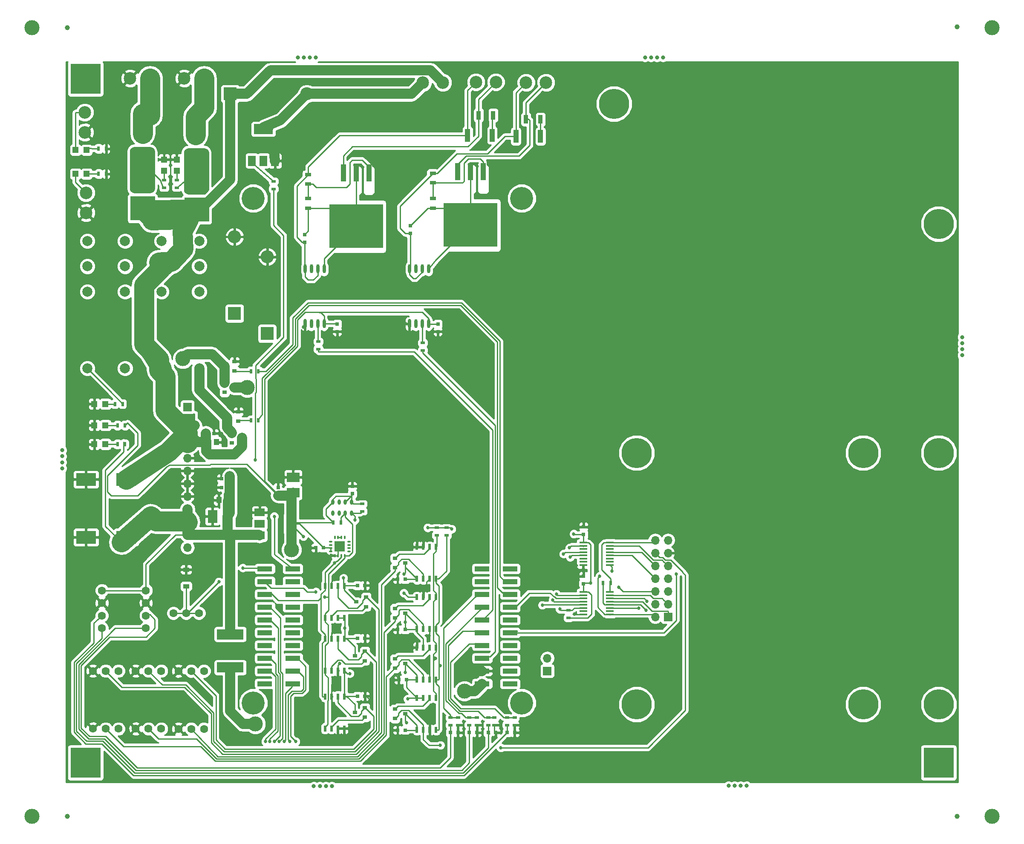
<source format=gbr>
G04 #@! TF.FileFunction,Copper,L1,Top,Signal*
%FSLAX46Y46*%
G04 Gerber Fmt 4.6, Leading zero omitted, Abs format (unit mm)*
G04 Created by KiCad (PCBNEW 4.0.6) date 07/17/17 17:34:43*
%MOMM*%
%LPD*%
G01*
G04 APERTURE LIST*
%ADD10C,0.100000*%
%ADD11C,1.000000*%
%ADD12C,0.800000*%
%ADD13C,3.000000*%
%ADD14R,0.508000X1.143000*%
%ADD15R,4.000000X2.500000*%
%ADD16R,1.000000X1.250000*%
%ADD17R,0.800000X0.750000*%
%ADD18R,0.750000X0.800000*%
%ADD19R,2.500000X1.950000*%
%ADD20R,1.950000X2.500000*%
%ADD21R,1.200000X0.900000*%
%ADD22R,0.900000X0.800000*%
%ADD23R,1.700000X1.700000*%
%ADD24O,1.700000X1.700000*%
%ADD25R,0.900000X0.500000*%
%ADD26R,0.500000X0.900000*%
%ADD27R,0.900000X1.700000*%
%ADD28R,1.000000X2.500000*%
%ADD29R,1.300000X0.700000*%
%ADD30R,3.800000X2.000000*%
%ADD31R,1.500000X2.000000*%
%ADD32R,1.600000X0.410000*%
%ADD33R,2.000000X3.800000*%
%ADD34R,2.000000X1.500000*%
%ADD35C,2.000000*%
%ADD36C,2.600000*%
%ADD37R,1.200000X1.200000*%
%ADD38O,0.300000X0.720000*%
%ADD39O,0.720000X0.300000*%
%ADD40R,2.150000X2.150000*%
%ADD41O,0.600000X1.100000*%
%ADD42C,2.500000*%
%ADD43C,1.600000*%
%ADD44R,3.000000X1.000000*%
%ADD45R,4.900000X4.800000*%
%ADD46R,1.500000X1.350000*%
%ADD47C,4.572000*%
%ADD48R,6.000000X6.000000*%
%ADD49C,6.000000*%
%ADD50R,5.300000X2.000000*%
%ADD51O,0.600000X1.800000*%
%ADD52O,0.600000X1.905000*%
%ADD53R,2.600000X2.600000*%
%ADD54O,2.600000X2.600000*%
%ADD55R,1.000000X3.400000*%
%ADD56R,10.700000X8.600000*%
%ADD57C,0.685800*%
%ADD58C,0.250000*%
%ADD59C,4.000000*%
%ADD60C,2.000000*%
%ADD61C,0.254000*%
G04 APERTURE END LIST*
D10*
D11*
X206400000Y-174400000D03*
X29600000Y-174400000D03*
X29600000Y-17600000D03*
X206400000Y-17400000D03*
D12*
X75400000Y-23500000D03*
X79000000Y-23500000D03*
X77800000Y-23500000D03*
X76600000Y-23500000D03*
X78600000Y-168400000D03*
X82200000Y-168400000D03*
X81000000Y-168400000D03*
X79800000Y-168400000D03*
D13*
X22600000Y-17600000D03*
X213400000Y-17600000D03*
X213400000Y-174400000D03*
X22600000Y-174400000D03*
D12*
X28600000Y-104000000D03*
X28600000Y-102800000D03*
X28600000Y-101600000D03*
X28600000Y-105200000D03*
X162200000Y-168300000D03*
X163400000Y-168300000D03*
X164600000Y-168300000D03*
X161000000Y-168300000D03*
D14*
X99095000Y-140825000D03*
X100365000Y-140825000D03*
X101635000Y-140825000D03*
X102905000Y-140825000D03*
X102905000Y-147175000D03*
X101635000Y-147175000D03*
X100365000Y-147175000D03*
X99095000Y-147175000D03*
D15*
X41350000Y-118900000D03*
X33350000Y-118900000D03*
D16*
X57250000Y-100000000D03*
X59250000Y-100000000D03*
D15*
X41350000Y-107400000D03*
X33350000Y-107400000D03*
D17*
X61750000Y-107230000D03*
X60250000Y-107230000D03*
X57250000Y-98250000D03*
X58750000Y-98250000D03*
D18*
X71500000Y-110500000D03*
X71500000Y-109000000D03*
D17*
X61750000Y-109000000D03*
X60250000Y-109000000D03*
D19*
X74500000Y-110025000D03*
X74500000Y-106975000D03*
D16*
X61750000Y-111500000D03*
X59750000Y-111500000D03*
D20*
X61525000Y-114750000D03*
X58475000Y-114750000D03*
D18*
X86250000Y-110250000D03*
X86250000Y-108750000D03*
D17*
X80500000Y-121000000D03*
X79000000Y-121000000D03*
X87250000Y-150500000D03*
X88750000Y-150500000D03*
X87250000Y-128500000D03*
X88750000Y-128500000D03*
X87250000Y-139000000D03*
X88750000Y-139000000D03*
X96750000Y-127250000D03*
X95250000Y-127250000D03*
X96750000Y-137250000D03*
X95250000Y-137250000D03*
X97000000Y-147250000D03*
X95500000Y-147250000D03*
X96750000Y-157250000D03*
X95250000Y-157250000D03*
D18*
X132200000Y-118350000D03*
X132200000Y-116850000D03*
X132200000Y-128150000D03*
X132200000Y-126650000D03*
D17*
X109500000Y-157750000D03*
X111000000Y-157750000D03*
X105750000Y-157750000D03*
X107250000Y-157750000D03*
X113250000Y-157750000D03*
X114750000Y-157750000D03*
X117000000Y-157750000D03*
X118500000Y-157750000D03*
D18*
X97750000Y-57000000D03*
X97750000Y-58500000D03*
X76750000Y-60250000D03*
X76750000Y-58750000D03*
X103250000Y-78000000D03*
X103250000Y-76500000D03*
X83250000Y-78000000D03*
X83250000Y-76500000D03*
D21*
X53250000Y-128650000D03*
X53250000Y-125350000D03*
D22*
X62350000Y-98200000D03*
X62350000Y-100100000D03*
X64350000Y-99150000D03*
D23*
X148970000Y-134750000D03*
D24*
X146430000Y-134750000D03*
X148970000Y-132210000D03*
X146430000Y-132210000D03*
X148970000Y-129670000D03*
X146430000Y-129670000D03*
X148970000Y-127130000D03*
X146430000Y-127130000D03*
X148970000Y-124590000D03*
X146430000Y-124590000D03*
X148970000Y-122050000D03*
X146430000Y-122050000D03*
X148970000Y-119510000D03*
X146430000Y-119510000D03*
D22*
X88750000Y-154700000D03*
X88750000Y-152800000D03*
X86750000Y-153750000D03*
X88750000Y-143450000D03*
X88750000Y-141550000D03*
X86750000Y-142500000D03*
X89000000Y-132700000D03*
X89000000Y-130800000D03*
X87000000Y-131750000D03*
X94750000Y-123050000D03*
X94750000Y-124950000D03*
X96750000Y-124000000D03*
X94750000Y-133050000D03*
X94750000Y-134950000D03*
X96750000Y-134000000D03*
X94750000Y-143050000D03*
X94750000Y-144950000D03*
X96750000Y-144000000D03*
X94750000Y-153050000D03*
X94750000Y-154950000D03*
X96750000Y-154000000D03*
D25*
X48850000Y-49400000D03*
X48850000Y-47900000D03*
X51350000Y-49400000D03*
X51350000Y-47900000D03*
D26*
X40600000Y-92400000D03*
X39100000Y-92400000D03*
X41100000Y-100400000D03*
X39600000Y-100400000D03*
X41100000Y-96650000D03*
X39600000Y-96650000D03*
X82500000Y-116000000D03*
X84000000Y-116000000D03*
D25*
X88250000Y-113750000D03*
X88250000Y-112250000D03*
X105000000Y-117000000D03*
X105000000Y-118500000D03*
X103000000Y-117000000D03*
X103000000Y-118500000D03*
X70600000Y-48150000D03*
X70600000Y-49650000D03*
X129200000Y-134950000D03*
X129200000Y-133450000D03*
D26*
X137550000Y-128000000D03*
X136050000Y-128000000D03*
D27*
X111350000Y-35000000D03*
X114250000Y-35000000D03*
D28*
X114050000Y-39000000D03*
X109150000Y-39000000D03*
D27*
X123650000Y-35800000D03*
X120750000Y-35800000D03*
D28*
X118750000Y-39200000D03*
X123650000Y-39200000D03*
D25*
X105750000Y-156250000D03*
X105750000Y-154750000D03*
X113250000Y-156250000D03*
X113250000Y-154750000D03*
X117000000Y-156250000D03*
X117000000Y-154750000D03*
X109500000Y-156250000D03*
X109500000Y-154750000D03*
X111000000Y-154750000D03*
X111000000Y-156250000D03*
X107250000Y-154750000D03*
X107250000Y-156250000D03*
X114500000Y-154750000D03*
X114500000Y-156250000D03*
X118500000Y-154750000D03*
X118500000Y-156250000D03*
D29*
X77500000Y-53450000D03*
X77500000Y-51550000D03*
X77500000Y-48700000D03*
X77500000Y-46800000D03*
X102250000Y-53450000D03*
X102250000Y-51550000D03*
X102250000Y-48450000D03*
X102250000Y-46550000D03*
D26*
X66100000Y-95650000D03*
X67600000Y-95650000D03*
D25*
X100250000Y-81750000D03*
X100250000Y-80250000D03*
X79500000Y-81500000D03*
X79500000Y-80000000D03*
D26*
X35850000Y-41650000D03*
X37350000Y-41650000D03*
D14*
X84655000Y-156925000D03*
X83385000Y-156925000D03*
X82115000Y-156925000D03*
X80845000Y-156925000D03*
X80845000Y-150575000D03*
X82115000Y-150575000D03*
X83385000Y-150575000D03*
X84655000Y-150575000D03*
X84655000Y-145425000D03*
X83385000Y-145425000D03*
X82115000Y-145425000D03*
X80845000Y-145425000D03*
X80845000Y-139075000D03*
X82115000Y-139075000D03*
X83385000Y-139075000D03*
X84655000Y-139075000D03*
X84655000Y-134925000D03*
X83385000Y-134925000D03*
X82115000Y-134925000D03*
X80845000Y-134925000D03*
X80845000Y-128575000D03*
X82115000Y-128575000D03*
X83385000Y-128575000D03*
X84655000Y-128575000D03*
X99095000Y-120825000D03*
X100365000Y-120825000D03*
X101635000Y-120825000D03*
X102905000Y-120825000D03*
X102905000Y-127175000D03*
X101635000Y-127175000D03*
X100365000Y-127175000D03*
X99095000Y-127175000D03*
X99095000Y-130825000D03*
X100365000Y-130825000D03*
X101635000Y-130825000D03*
X102905000Y-130825000D03*
X102905000Y-137175000D03*
X101635000Y-137175000D03*
X100365000Y-137175000D03*
X99095000Y-137175000D03*
X99095000Y-150825000D03*
X100365000Y-150825000D03*
X101635000Y-150825000D03*
X102905000Y-150825000D03*
X102905000Y-157175000D03*
X101635000Y-157175000D03*
X100365000Y-157175000D03*
X99095000Y-157175000D03*
D30*
X68600000Y-37750000D03*
D31*
X68600000Y-44050000D03*
X70900000Y-44050000D03*
X66300000Y-44050000D03*
D32*
X132145700Y-129777500D03*
X132145700Y-130412500D03*
X132145700Y-131047500D03*
X132145700Y-131682500D03*
X132145700Y-132317500D03*
X132145700Y-132952500D03*
X132145700Y-133587500D03*
X132145700Y-134222500D03*
X137454300Y-134222500D03*
X137454300Y-133587500D03*
X137454300Y-132952500D03*
X137454300Y-132317500D03*
X137454300Y-131682500D03*
X137454300Y-131047500D03*
X137454300Y-130412500D03*
X137454300Y-129777500D03*
X132145700Y-119977500D03*
X132145700Y-120612500D03*
X132145700Y-121247500D03*
X132145700Y-121882500D03*
X132145700Y-122517500D03*
X132145700Y-123152500D03*
X132145700Y-123787500D03*
X132145700Y-124422500D03*
X137454300Y-124422500D03*
X137454300Y-123787500D03*
X137454300Y-123152500D03*
X137454300Y-122517500D03*
X137454300Y-121882500D03*
X137454300Y-121247500D03*
X137454300Y-120612500D03*
X137454300Y-119977500D03*
D22*
X63600000Y-95850000D03*
X63600000Y-93950000D03*
X61600000Y-94900000D03*
D33*
X74150000Y-116250000D03*
D34*
X67850000Y-116250000D03*
X67850000Y-118550000D03*
X67850000Y-113950000D03*
D35*
X55850000Y-85330000D03*
X48350000Y-85330000D03*
X48350000Y-65030000D03*
X48350000Y-59990000D03*
X55850000Y-59990000D03*
X55850000Y-65030000D03*
X55850000Y-70070000D03*
X48350000Y-70070000D03*
D36*
X44600000Y-35005000D03*
X44600000Y-46795000D03*
X44600000Y-38665000D03*
X44600000Y-43135000D03*
X55100000Y-35255000D03*
X55100000Y-47045000D03*
X55100000Y-38915000D03*
X55100000Y-43385000D03*
D23*
X53500000Y-93000000D03*
D24*
X53500000Y-95540000D03*
X53500000Y-98080000D03*
X53500000Y-100620000D03*
X53500000Y-103160000D03*
X53500000Y-105700000D03*
X53500000Y-108240000D03*
X53500000Y-110780000D03*
X53500000Y-113320000D03*
X53500000Y-115860000D03*
X53500000Y-118400000D03*
X53500000Y-120940000D03*
D37*
X48850000Y-46000000D03*
X48850000Y-43800000D03*
X51350000Y-46000000D03*
X51350000Y-43800000D03*
X31250000Y-41900000D03*
X33450000Y-41900000D03*
X37200000Y-92400000D03*
X35000000Y-92400000D03*
X37200000Y-100400000D03*
X35000000Y-100400000D03*
X37200000Y-96650000D03*
X35000000Y-96650000D03*
D38*
X82775000Y-118935000D03*
X84725000Y-118935000D03*
D39*
X85565000Y-121725000D03*
X85565000Y-119775000D03*
X81935000Y-119775000D03*
X81935000Y-121725000D03*
D38*
X82775000Y-122565000D03*
X84725000Y-122565000D03*
D39*
X81935000Y-120425000D03*
X81935000Y-121075000D03*
X85565000Y-120425000D03*
D38*
X83425000Y-118935000D03*
X84075000Y-118935000D03*
D39*
X85565000Y-121075000D03*
D38*
X83425000Y-122565000D03*
X84075000Y-122565000D03*
D40*
X83750000Y-120750000D03*
D41*
X86125000Y-114100000D03*
X84875000Y-114100000D03*
X83625000Y-114100000D03*
X82375000Y-114100000D03*
X82375000Y-111900000D03*
X86125000Y-111900000D03*
X83625000Y-111900000D03*
X84875000Y-111900000D03*
D42*
X42120000Y-27650000D03*
X46080000Y-27650000D03*
X52870000Y-27650000D03*
X56830000Y-27650000D03*
X100270000Y-28500000D03*
X104230000Y-28500000D03*
X120770000Y-28500000D03*
X124730000Y-28500000D03*
X110820000Y-28400000D03*
X114780000Y-28400000D03*
X33100000Y-38380000D03*
X33100000Y-34420000D03*
D43*
X45250000Y-131980000D03*
X45250000Y-134480000D03*
X45250000Y-136980000D03*
X45250000Y-129480000D03*
X36500000Y-131980000D03*
X36500000Y-134480000D03*
X36500000Y-136980000D03*
X36500000Y-129480000D03*
X54250000Y-145500000D03*
X56790000Y-145500000D03*
X51710000Y-145500000D03*
X45750000Y-145480000D03*
X48290000Y-145480000D03*
X43210000Y-145480000D03*
X37250000Y-145480000D03*
X39790000Y-145480000D03*
X34710000Y-145480000D03*
X54250000Y-157000000D03*
X56790000Y-157000000D03*
X51710000Y-157000000D03*
X45750000Y-156980000D03*
X48290000Y-156980000D03*
X43210000Y-156980000D03*
X37250000Y-156980000D03*
X39790000Y-156980000D03*
X34710000Y-156980000D03*
D44*
X74410000Y-148040000D03*
X68870000Y-148040000D03*
X74410000Y-145500000D03*
X68870000Y-145500000D03*
X74410000Y-142960000D03*
X68870000Y-142960000D03*
X74410000Y-140420000D03*
X68870000Y-140420000D03*
X74410000Y-137880000D03*
X68870000Y-137880000D03*
X74410000Y-135340000D03*
X68870000Y-135340000D03*
X74410000Y-132800000D03*
X68870000Y-132800000D03*
X74410000Y-130260000D03*
X68870000Y-130260000D03*
X74410000Y-127720000D03*
X68870000Y-127720000D03*
X74410000Y-125180000D03*
X68870000Y-125180000D03*
X117590000Y-148040000D03*
X112050000Y-148040000D03*
X117590000Y-145500000D03*
X112050000Y-145500000D03*
X117590000Y-142960000D03*
X112050000Y-142960000D03*
X117590000Y-140420000D03*
X112050000Y-140420000D03*
X117590000Y-137880000D03*
X112050000Y-137880000D03*
X117590000Y-135340000D03*
X112050000Y-135340000D03*
X117590000Y-132800000D03*
X112050000Y-132800000D03*
X117590000Y-130260000D03*
X112050000Y-130260000D03*
X117590000Y-127720000D03*
X112050000Y-127720000D03*
X117590000Y-125180000D03*
X112050000Y-125180000D03*
D45*
X44600000Y-53510000D03*
D46*
X45640000Y-49705000D03*
X43560000Y-49705000D03*
D45*
X55350000Y-53760000D03*
D46*
X56390000Y-49955000D03*
X54310000Y-49955000D03*
D47*
X66560000Y-151850000D03*
X66560000Y-51520000D03*
X119900000Y-51520000D03*
X119900000Y-151850000D03*
D48*
X33250000Y-163730000D03*
X33250000Y-27730000D03*
D49*
X138250000Y-32730000D03*
X202770000Y-56602000D03*
D48*
X202750000Y-163730000D03*
D49*
X202750000Y-152130000D03*
X187750000Y-152130000D03*
X142750000Y-152130000D03*
X202750000Y-102130000D03*
X142750000Y-102130000D03*
X187750000Y-102130000D03*
D43*
X53250000Y-134000000D03*
X55790000Y-134000000D03*
X50710000Y-134000000D03*
D50*
X62000000Y-138200000D03*
X62000000Y-144800000D03*
D23*
X124980000Y-145500000D03*
D24*
X124980000Y-142960000D03*
D51*
X101405000Y-76450000D03*
X100135000Y-76450000D03*
X98865000Y-76450000D03*
D52*
X97600000Y-76450000D03*
D51*
X97595000Y-65550000D03*
X98865000Y-65550000D03*
X100135000Y-65550000D03*
X101405000Y-65550000D03*
X80655000Y-76450000D03*
X79385000Y-76450000D03*
X78115000Y-76450000D03*
D52*
X76850000Y-76450000D03*
D51*
X76845000Y-65550000D03*
X78115000Y-65550000D03*
X79385000Y-65550000D03*
X80655000Y-65550000D03*
D12*
X145600000Y-23500000D03*
X146800000Y-23500000D03*
X148000000Y-23500000D03*
X144400000Y-23500000D03*
X207400000Y-81500000D03*
X207400000Y-80300000D03*
X207400000Y-79100000D03*
X207400000Y-82700000D03*
D53*
X62000000Y-30750000D03*
D54*
X77240000Y-30750000D03*
D53*
X62850000Y-74400000D03*
D54*
X62850000Y-59160000D03*
D22*
X60850000Y-88200000D03*
X60850000Y-90100000D03*
X62850000Y-89150000D03*
D37*
X31250000Y-46650000D03*
X33450000Y-46650000D03*
D42*
X33350000Y-54380000D03*
X33350000Y-50420000D03*
D26*
X66100000Y-85900000D03*
X67600000Y-85900000D03*
X35850000Y-46650000D03*
X37350000Y-46650000D03*
D22*
X62850000Y-85850000D03*
X62850000Y-83950000D03*
X60850000Y-84900000D03*
D35*
X41100000Y-85330000D03*
X33600000Y-85330000D03*
X33600000Y-65030000D03*
X33600000Y-59990000D03*
X41100000Y-59990000D03*
X41100000Y-65030000D03*
X41100000Y-70070000D03*
X33600000Y-70070000D03*
D55*
X89540000Y-46450000D03*
X87000000Y-46450000D03*
X84460000Y-46450000D03*
D56*
X87000000Y-57050000D03*
D53*
X69350000Y-78400000D03*
D54*
X69350000Y-63160000D03*
D55*
X112290000Y-46200000D03*
X109750000Y-46200000D03*
X107210000Y-46200000D03*
D56*
X109750000Y-56800000D03*
D57*
X76517920Y-77082447D03*
X64600000Y-83900000D03*
X53290000Y-124160000D03*
X148970000Y-122050000D03*
X130400000Y-134200000D03*
X132145700Y-125400000D03*
D13*
X108250000Y-146000000D03*
D57*
X90000000Y-151480000D03*
X83000000Y-147230000D03*
D13*
X70850000Y-41150000D03*
D57*
X90000000Y-139000000D03*
X83750000Y-144000000D03*
X82500000Y-152250000D03*
X83250000Y-158500000D03*
X101750000Y-158750000D03*
X94000000Y-157250000D03*
X82000000Y-122500000D03*
X77000000Y-121000000D03*
X64750000Y-114000000D03*
X71500000Y-107750000D03*
X118500000Y-159000000D03*
X114250000Y-158750000D03*
X111000000Y-158750000D03*
X107250000Y-158750000D03*
X60750000Y-100000000D03*
X60250000Y-98250000D03*
X58500000Y-111500000D03*
X59250000Y-109000000D03*
X59250000Y-107230000D03*
X63600000Y-92400000D03*
X83250000Y-79250000D03*
X103250000Y-79250000D03*
X96500000Y-76000000D03*
X101000000Y-129000000D03*
X101500000Y-138500000D03*
X99000000Y-139500000D03*
X94750000Y-146250000D03*
X101250000Y-145500000D03*
X82500000Y-137500000D03*
D13*
X65350002Y-89150000D03*
D57*
X139200000Y-128800000D03*
X133600000Y-128000000D03*
X130250000Y-118250000D03*
X106000000Y-117250000D03*
X97250000Y-151042910D03*
X101250000Y-117000000D03*
X76500006Y-118750000D03*
X97000000Y-155750000D03*
X96750000Y-145750000D03*
X96750000Y-135750000D03*
X96500000Y-130000000D03*
X96500000Y-126250000D03*
D13*
X74150000Y-121350000D03*
D57*
X85750000Y-146000000D03*
X84750000Y-137000000D03*
X84500000Y-127000000D03*
X64500000Y-125000000D03*
X59750000Y-127750000D03*
D13*
X108500000Y-149500000D03*
X67000000Y-156000000D03*
D57*
X150600000Y-126200000D03*
X103732065Y-144417401D03*
X102750000Y-143000000D03*
X129524444Y-122843294D03*
X68999998Y-159500000D03*
X80749996Y-130750000D03*
X79000002Y-129750000D03*
X82749996Y-124000000D03*
X86750000Y-115500000D03*
X126067910Y-131400000D03*
X71750000Y-159500000D03*
X126800000Y-130200000D03*
X70771626Y-159500000D03*
X69885813Y-159500000D03*
X127467954Y-133200000D03*
X137800000Y-125600000D03*
X135400000Y-126600000D03*
X144600000Y-133400000D03*
X144800000Y-131600000D03*
X143200000Y-133000000D03*
X115750002Y-160749998D03*
X103750000Y-160250000D03*
X70750000Y-114750000D03*
X67000000Y-103500000D03*
X123999996Y-132400000D03*
X75000000Y-159500008D03*
X129400000Y-121000000D03*
X72750000Y-159500000D03*
X128200000Y-122200006D03*
X73807834Y-159502402D03*
D13*
X52600000Y-83400000D03*
D58*
X40350000Y-119900000D02*
X37149990Y-116699990D01*
X37149990Y-116699990D02*
X37149990Y-105600010D01*
X40850000Y-101900000D02*
X40850000Y-100150000D01*
X37149990Y-105600010D02*
X40850000Y-101900000D01*
D59*
X40350000Y-119900000D02*
X46250000Y-114730000D01*
X46250000Y-114730000D02*
X47250000Y-115730000D01*
X47250000Y-115730000D02*
X48250000Y-115750000D01*
X48250000Y-115750000D02*
X53390000Y-115750000D01*
D60*
X62000000Y-135900000D02*
X62000000Y-138200000D01*
D58*
X40850000Y-100150000D02*
X40850000Y-99950000D01*
D60*
X61500000Y-118400000D02*
X62000000Y-118900000D01*
X62000000Y-118900000D02*
X62000000Y-135900000D01*
D58*
X45250000Y-129480000D02*
X36500000Y-129480000D01*
X53500000Y-118400000D02*
X51100000Y-118400000D01*
X45250000Y-124250000D02*
X45250000Y-129480000D01*
X51100000Y-118400000D02*
X45250000Y-124250000D01*
D59*
X53390000Y-115750000D02*
X53500000Y-115860000D01*
D60*
X61750000Y-111500000D02*
X61750000Y-111375000D01*
X61750000Y-111375000D02*
X61850001Y-111274999D01*
X61850001Y-111274999D02*
X61850001Y-107230000D01*
X61500000Y-118400000D02*
X67700000Y-118400000D01*
X67700000Y-118400000D02*
X67850000Y-118550000D01*
X61525000Y-114750000D02*
X61525000Y-114475000D01*
X61525000Y-114475000D02*
X61850001Y-114149999D01*
X61850001Y-114149999D02*
X61850001Y-106750000D01*
X61750000Y-111500000D02*
X61750000Y-110435002D01*
X61750000Y-110435002D02*
X61850001Y-110335001D01*
X61850001Y-110335001D02*
X61850001Y-109000000D01*
X61525000Y-114750000D02*
X61525000Y-111725000D01*
X61525000Y-111725000D02*
X61750000Y-111500000D01*
X61500000Y-118400000D02*
X61500000Y-114775000D01*
X61500000Y-114775000D02*
X61525000Y-114750000D01*
X53500000Y-113320000D02*
X53500000Y-118400000D01*
X53500000Y-118400000D02*
X61500000Y-118400000D01*
D58*
X76860819Y-76460819D02*
X76860819Y-76739548D01*
X76860819Y-76739548D02*
X76517920Y-77082447D01*
X76850000Y-76450000D02*
X76860819Y-76460819D01*
X62850000Y-83950000D02*
X64550000Y-83950000D01*
X64550000Y-83950000D02*
X64600000Y-83900000D01*
X53250000Y-125350000D02*
X53250000Y-124200000D01*
X53250000Y-124200000D02*
X53290000Y-124160000D01*
X132145700Y-134222500D02*
X130422500Y-134222500D01*
X130422500Y-134222500D02*
X130400000Y-134200000D01*
X132145700Y-124422500D02*
X132145700Y-125400000D01*
X132200000Y-126650000D02*
X132200000Y-125454300D01*
X132200000Y-125454300D02*
X132145700Y-125400000D01*
D60*
X112050000Y-145500000D02*
X108750000Y-145500000D01*
X108750000Y-145500000D02*
X108250000Y-146000000D01*
D58*
X112050000Y-145500000D02*
X113050000Y-145500000D01*
X88750000Y-150500000D02*
X89020000Y-150500000D01*
X89020000Y-150500000D02*
X90000000Y-151480000D01*
X82115000Y-150575000D02*
X82115000Y-148115000D01*
X82115000Y-148115000D02*
X83000000Y-147230000D01*
D60*
X70900000Y-44050000D02*
X70650000Y-40950000D01*
X70650000Y-40950000D02*
X70850000Y-41150000D01*
D58*
X88750000Y-139000000D02*
X90000000Y-139000000D01*
X83407101Y-144342899D02*
X83750000Y-144000000D01*
X83385000Y-144365000D02*
X83407101Y-144342899D01*
X83385000Y-145425000D02*
X83385000Y-144365000D01*
X82200001Y-151950001D02*
X82500000Y-152250000D01*
X82115000Y-151865000D02*
X82200001Y-151950001D01*
X82115000Y-150575000D02*
X82115000Y-151865000D01*
X83385000Y-156925000D02*
X83385000Y-158365000D01*
X83385000Y-158365000D02*
X83250000Y-158500000D01*
X101635000Y-157175000D02*
X101635000Y-158635000D01*
X101635000Y-158635000D02*
X101750000Y-158750000D01*
X95250000Y-157250000D02*
X94000000Y-157250000D01*
X83425000Y-122565000D02*
X83425000Y-121075000D01*
X83425000Y-121075000D02*
X83750000Y-120750000D01*
X83425000Y-122565000D02*
X82775000Y-122565000D01*
X82775000Y-122565000D02*
X82710000Y-122500000D01*
X82710000Y-122500000D02*
X82000000Y-122500000D01*
X79000000Y-121000000D02*
X77000000Y-121000000D01*
X67850000Y-113950000D02*
X64800000Y-113950000D01*
X64800000Y-113950000D02*
X64750000Y-114000000D01*
X71500000Y-109000000D02*
X71500000Y-107750000D01*
X118500000Y-157750000D02*
X118500000Y-159000000D01*
X114750000Y-157750000D02*
X114750000Y-158250000D01*
X114750000Y-158250000D02*
X114250000Y-158750000D01*
X111000000Y-157750000D02*
X111000000Y-158750000D01*
X118500000Y-156250000D02*
X118500000Y-157750000D01*
X114500000Y-156250000D02*
X114500000Y-157500000D01*
X114500000Y-157500000D02*
X114750000Y-157750000D01*
X111000000Y-156250000D02*
X111000000Y-157750000D01*
X107250000Y-156250000D02*
X107250000Y-157750000D01*
X107250000Y-157750000D02*
X107250000Y-158750000D01*
X59250000Y-100000000D02*
X60750000Y-100000000D01*
X58750000Y-98250000D02*
X60250000Y-98250000D01*
X59750000Y-111500000D02*
X58500000Y-111500000D01*
X60250000Y-109000000D02*
X59250000Y-109000000D01*
X60250000Y-107230000D02*
X59250000Y-107230000D01*
X63600000Y-93950000D02*
X63550000Y-92450000D01*
X63550000Y-92450000D02*
X63600000Y-92400000D01*
X83250000Y-78000000D02*
X83250000Y-79250000D01*
X103250000Y-78000000D02*
X103250000Y-79250000D01*
X97600000Y-76450000D02*
X97600000Y-76650000D01*
X97600000Y-76650000D02*
X96500000Y-76000000D01*
X101000000Y-129000000D02*
X101000000Y-127810000D01*
X100365000Y-129635000D02*
X101000000Y-129000000D01*
X100365000Y-130825000D02*
X100365000Y-129635000D01*
X101000000Y-127810000D02*
X101635000Y-127175000D01*
X101635000Y-137175000D02*
X101635000Y-138365000D01*
X101635000Y-138365000D02*
X101500000Y-138500000D01*
X99095000Y-140825000D02*
X99095000Y-139595000D01*
X99095000Y-139595000D02*
X99000000Y-139500000D01*
X95500000Y-147250000D02*
X95500000Y-147000000D01*
X95500000Y-147000000D02*
X94750000Y-146250000D01*
X101635000Y-147175000D02*
X101635000Y-145885000D01*
X101635000Y-145885000D02*
X101250000Y-145500000D01*
X82115000Y-128575000D02*
X82115000Y-127753500D01*
X82115000Y-127753500D02*
X82500000Y-127368500D01*
X82115000Y-139075000D02*
X82115000Y-137885000D01*
X82115000Y-137885000D02*
X82500000Y-137500000D01*
X40600000Y-92400000D02*
X38100000Y-89830000D01*
X38100000Y-89830000D02*
X33600000Y-85330000D01*
D60*
X62850000Y-89150000D02*
X65350002Y-89150000D01*
X64350000Y-99150000D02*
X64350000Y-100900000D01*
X57250000Y-101800000D02*
X57250000Y-100000000D01*
X57850000Y-102400000D02*
X57250000Y-101800000D01*
X62850000Y-102400000D02*
X57850000Y-102400000D01*
X64350000Y-100900000D02*
X62850000Y-102400000D01*
X54905001Y-96674999D02*
X54349999Y-97230001D01*
X54349999Y-97230001D02*
X53500000Y-98080000D01*
D59*
X53500000Y-98080000D02*
X49100000Y-93680000D01*
X49100000Y-93680000D02*
X49100000Y-86900000D01*
X47850000Y-83530000D02*
X46250000Y-81930000D01*
X49100000Y-86900000D02*
X47850000Y-85650000D01*
X47850000Y-85650000D02*
X47850000Y-83530000D01*
X48350000Y-64900000D02*
X48350000Y-65333998D01*
X48350000Y-65333998D02*
X44850000Y-68833998D01*
X44850000Y-68833998D02*
X44850000Y-80530000D01*
X44850000Y-80530000D02*
X46250000Y-81930000D01*
X48350000Y-65030000D02*
X48720000Y-65030000D01*
X48720000Y-65030000D02*
X49350000Y-64400000D01*
X49350000Y-64400000D02*
X48005807Y-64400000D01*
X47849175Y-64243367D02*
X48616520Y-64182095D01*
X48005807Y-64400000D02*
X47849175Y-64243367D01*
X48616520Y-64182095D02*
X50286425Y-64103016D01*
X50286425Y-64103016D02*
X52627600Y-61529081D01*
X46450010Y-55875261D02*
X46450010Y-55560010D01*
X52627600Y-61529081D02*
X52463016Y-58053575D01*
X52463016Y-58053575D02*
X53739081Y-55612400D01*
X53739081Y-55612400D02*
X46450010Y-55875261D01*
X46450010Y-55560010D02*
X44750000Y-53860000D01*
X41350000Y-107400000D02*
X49680000Y-101900000D01*
X49680000Y-101900000D02*
X53500000Y-98080000D01*
D60*
X62000000Y-30750000D02*
X65300000Y-30750000D01*
X65300000Y-30750000D02*
X70000001Y-26049999D01*
X70000001Y-26049999D02*
X101779999Y-26049999D01*
X101779999Y-26049999D02*
X102980001Y-27250001D01*
X102980001Y-27250001D02*
X104230000Y-28500000D01*
X55350000Y-53760000D02*
X55950000Y-53860000D01*
X55950000Y-53860000D02*
X62000000Y-47810000D01*
X62000000Y-47810000D02*
X62000000Y-31800000D01*
X62000000Y-31800000D02*
X62000000Y-30750000D01*
D59*
X44600000Y-53510000D02*
X44750000Y-53860000D01*
X46250000Y-81930000D02*
X48350000Y-85330000D01*
D60*
X57250000Y-100000000D02*
X57250000Y-99685002D01*
X57250000Y-99685002D02*
X57149999Y-99585001D01*
X57149999Y-99585001D02*
X57149999Y-98250000D01*
X57250000Y-100000000D02*
X55420000Y-100000000D01*
X55420000Y-100000000D02*
X53500000Y-98080000D01*
D59*
X53500000Y-98080000D02*
X53500000Y-100109999D01*
X44750000Y-53860000D02*
X55350000Y-53760000D01*
D58*
X71500000Y-110600001D02*
X65299999Y-104400000D01*
X58000000Y-104500000D02*
X49961832Y-104500000D01*
X65299999Y-104400000D02*
X58100000Y-104400000D01*
X37600000Y-106650000D02*
X43600000Y-100650000D01*
X58100000Y-104400000D02*
X58000000Y-104500000D01*
X38350000Y-110650000D02*
X37600000Y-109900000D01*
X49961832Y-104500000D02*
X49338313Y-104911687D01*
X49338313Y-104911687D02*
X43600000Y-110650000D01*
X43600000Y-110650000D02*
X38350000Y-110650000D01*
X43600000Y-100650000D02*
X43600000Y-98150000D01*
X37600000Y-109900000D02*
X37600000Y-106650000D01*
X43600000Y-98150000D02*
X41600000Y-96150000D01*
X41600000Y-96150000D02*
X41100000Y-96650000D01*
X71500000Y-110500000D02*
X71500000Y-110475000D01*
X71500000Y-110475000D02*
X68800011Y-107775011D01*
X79650000Y-74150000D02*
X79750000Y-74250000D01*
X68800011Y-107775011D02*
X68800011Y-87472811D01*
X68800011Y-87472811D02*
X75350000Y-80922822D01*
X75350000Y-80922822D02*
X75350000Y-75650000D01*
X75350000Y-75650000D02*
X76850000Y-74150000D01*
X76850000Y-74150000D02*
X79650000Y-74150000D01*
X101405000Y-76450000D02*
X101405000Y-75405000D01*
X100150000Y-74150000D02*
X79850000Y-74150000D01*
X79850000Y-74150000D02*
X79750000Y-74250000D01*
X101405000Y-75405000D02*
X100150000Y-74150000D01*
X41100000Y-96650000D02*
X41100000Y-96850000D01*
X133800000Y-134158202D02*
X133800000Y-130381800D01*
X133800000Y-130381800D02*
X133195700Y-129777500D01*
X133195700Y-129777500D02*
X132145700Y-129777500D01*
X129200000Y-134950000D02*
X133008202Y-134950000D01*
X133008202Y-134950000D02*
X133800000Y-134158202D01*
X133600000Y-126600000D02*
X133600000Y-120381800D01*
X133600000Y-126725000D02*
X133600000Y-126600000D01*
X133600000Y-126600000D02*
X133600000Y-128000000D01*
X132200000Y-128150000D02*
X132200000Y-128125000D01*
X133600000Y-120381800D02*
X133195700Y-119977500D01*
X133195700Y-119977500D02*
X132145700Y-119977500D01*
X132200000Y-118350000D02*
X130350000Y-118350000D01*
X130350000Y-118350000D02*
X130250000Y-118250000D01*
X132145700Y-119977500D02*
X132145700Y-118404300D01*
X132145700Y-118404300D02*
X132200000Y-118350000D01*
X132200000Y-128150000D02*
X132200000Y-129723200D01*
X132200000Y-129723200D02*
X132145700Y-129777500D01*
X133600000Y-128000000D02*
X132350000Y-128000000D01*
X132350000Y-128000000D02*
X132200000Y-128150000D01*
X146430000Y-129670000D02*
X140070000Y-129670000D01*
X140070000Y-129670000D02*
X139200000Y-128800000D01*
X105000000Y-117000000D02*
X105750000Y-117000000D01*
X105750000Y-117000000D02*
X106000000Y-117250000D01*
X132200000Y-128150000D02*
X132200000Y-128273200D01*
X97467910Y-150825000D02*
X97250000Y-151042910D01*
X99095000Y-150825000D02*
X97467910Y-150825000D01*
X81935000Y-121725000D02*
X81935000Y-121075000D01*
X101250000Y-117000000D02*
X103000000Y-117000000D01*
X105000000Y-117000000D02*
X103000000Y-117000000D01*
X80655000Y-74905000D02*
X80655000Y-76450000D01*
X79750000Y-74250000D02*
X80000000Y-74250000D01*
X80000000Y-74250000D02*
X80655000Y-74905000D01*
X132295700Y-128245700D02*
X132200000Y-128150000D01*
X132145700Y-119977500D02*
X132772500Y-119977500D01*
X71500000Y-110600001D02*
X71500000Y-110500000D01*
X80655000Y-76450000D02*
X83200000Y-76450000D01*
X83200000Y-76450000D02*
X83250000Y-76500000D01*
X103250000Y-76500000D02*
X101455000Y-76500000D01*
X101455000Y-76500000D02*
X101405000Y-76450000D01*
X74150000Y-116250000D02*
X74150000Y-116400000D01*
X76500000Y-118750000D02*
X76500006Y-118750000D01*
X74150000Y-116400000D02*
X76500000Y-118750000D01*
X96750000Y-155500000D02*
X96750000Y-154000000D01*
X97000000Y-155750000D02*
X96750000Y-155500000D01*
X97000000Y-147250000D02*
X97000000Y-148730000D01*
X97000000Y-148730000D02*
X99095000Y-150825000D01*
X96750000Y-145750000D02*
X96750000Y-144000000D01*
X99095000Y-137175000D02*
X99095000Y-137845000D01*
X100365000Y-139115000D02*
X100365000Y-140825000D01*
X99095000Y-137845000D02*
X100365000Y-139115000D01*
X96750000Y-135750000D02*
X96750000Y-137250000D01*
X96750000Y-135750000D02*
X96750000Y-134000000D01*
X97325000Y-130825000D02*
X99095000Y-130825000D01*
X96500000Y-130000000D02*
X97325000Y-130825000D01*
X96750000Y-126000000D02*
X96750000Y-124830000D01*
X96500000Y-126250000D02*
X96750000Y-126000000D01*
D60*
X74150000Y-121350000D02*
X74150000Y-116250000D01*
D58*
X84655000Y-145425000D02*
X84655000Y-150575000D01*
X85750000Y-146000000D02*
X85230000Y-146000000D01*
X85230000Y-146000000D02*
X84655000Y-145425000D01*
X84655000Y-134925000D02*
X83385000Y-134925000D01*
X84750000Y-137000000D02*
X84750000Y-135020000D01*
X84750000Y-135020000D02*
X84655000Y-134925000D01*
X84750000Y-137000000D02*
X84750000Y-138980000D01*
X84750000Y-138980000D02*
X84655000Y-139075000D01*
X84500000Y-127000000D02*
X84500000Y-128420000D01*
X84500000Y-128420000D02*
X84655000Y-128575000D01*
X74150000Y-116250000D02*
X75750000Y-116250000D01*
X75750000Y-116250000D02*
X80500000Y-121000000D01*
X80500000Y-121000000D02*
X81860000Y-121000000D01*
X81860000Y-121000000D02*
X81935000Y-121075000D01*
D60*
X74500000Y-110025000D02*
X73924999Y-110600001D01*
X73924999Y-110600001D02*
X71500000Y-110600001D01*
X74150000Y-116250000D02*
X74150000Y-110375000D01*
X74150000Y-110375000D02*
X74500000Y-110025000D01*
D58*
X82500000Y-116000000D02*
X74400000Y-116000000D01*
X74400000Y-116000000D02*
X74150000Y-116250000D01*
X82500000Y-116000000D02*
X81000000Y-114500000D01*
X81000000Y-113275000D02*
X82375000Y-111900000D01*
X81000000Y-114500000D02*
X81000000Y-113275000D01*
X88250000Y-112250000D02*
X86475000Y-112250000D01*
X86475000Y-112250000D02*
X86125000Y-111900000D01*
X82375000Y-111900000D02*
X82375000Y-111375000D01*
X82375000Y-111375000D02*
X83000000Y-110750000D01*
X83000000Y-110750000D02*
X86125000Y-110750000D01*
X86125000Y-110750000D02*
X86125000Y-110625000D01*
X84875000Y-111900000D02*
X84875000Y-111875000D01*
X84875000Y-111875000D02*
X86125000Y-110625000D01*
X86125000Y-110625000D02*
X86250000Y-110250000D01*
X86125000Y-111900000D02*
X86125000Y-110375000D01*
X86125000Y-110375000D02*
X86250000Y-110250000D01*
X86375000Y-110375000D02*
X86250000Y-110250000D01*
X87250000Y-139000000D02*
X84730000Y-139000000D01*
X84730000Y-139000000D02*
X84655000Y-139075000D01*
X87000000Y-131750000D02*
X86950000Y-131750000D01*
X86950000Y-131750000D02*
X84655000Y-129455000D01*
X84655000Y-129455000D02*
X84655000Y-128575000D01*
X87250000Y-128500000D02*
X84730000Y-128500000D01*
X84730000Y-128500000D02*
X84655000Y-128575000D01*
X86750000Y-142500000D02*
X86750000Y-140666000D01*
X86750000Y-140666000D02*
X85159000Y-139075000D01*
X85159000Y-139075000D02*
X84655000Y-139075000D01*
X87250000Y-150500000D02*
X84730000Y-150500000D01*
X84730000Y-150500000D02*
X84655000Y-150575000D01*
X86750000Y-153750000D02*
X86750000Y-152166000D01*
X86750000Y-152166000D02*
X85159000Y-150575000D01*
X85159000Y-150575000D02*
X84655000Y-150575000D01*
X100365000Y-150825000D02*
X99095000Y-150825000D01*
X96750000Y-157250000D02*
X99020000Y-157250000D01*
X99020000Y-157250000D02*
X99095000Y-157175000D01*
X96750000Y-154000000D02*
X96800000Y-154000000D01*
X96800000Y-154000000D02*
X99095000Y-156295000D01*
X99095000Y-156295000D02*
X99095000Y-157175000D01*
X99095000Y-147175000D02*
X99095000Y-146295000D01*
X97000000Y-147250000D02*
X99020000Y-147250000D01*
X99020000Y-147250000D02*
X99095000Y-147175000D01*
X96750000Y-144000000D02*
X96800000Y-144000000D01*
X96800000Y-144000000D02*
X99095000Y-146295000D01*
X96750000Y-134000000D02*
X96800000Y-134000000D01*
X96800000Y-134000000D02*
X99095000Y-136295000D01*
X99095000Y-136295000D02*
X99095000Y-137175000D01*
X96750000Y-137250000D02*
X99020000Y-137250000D01*
X99020000Y-137250000D02*
X99095000Y-137175000D01*
X96750000Y-127250000D02*
X99020000Y-127250000D01*
X99020000Y-127250000D02*
X99095000Y-127175000D01*
X96750000Y-124000000D02*
X96750000Y-124830000D01*
X96750000Y-124830000D02*
X99095000Y-127175000D01*
X84655000Y-150892500D02*
X84655000Y-150575000D01*
X99095000Y-127175000D02*
X99095000Y-127492500D01*
X99095000Y-147175000D02*
X99095000Y-147492500D01*
X104849978Y-151323804D02*
X104849978Y-140070022D01*
X108800000Y-154750000D02*
X107950022Y-153900022D01*
X109500000Y-154750000D02*
X108800000Y-154750000D01*
X107950022Y-153900022D02*
X107426196Y-153900022D01*
X107426196Y-153900022D02*
X104849978Y-151323804D01*
X104849978Y-140070022D02*
X112480000Y-132440000D01*
X111000000Y-154750000D02*
X109500000Y-154750000D01*
X104399967Y-136980033D02*
X111480000Y-129900000D01*
X105750000Y-154250000D02*
X104399967Y-152899967D01*
X105750000Y-154750000D02*
X105750000Y-154250000D01*
X111480000Y-129900000D02*
X112480000Y-129900000D01*
X104399967Y-152899967D02*
X104399967Y-136980033D01*
X105750000Y-154750000D02*
X107250000Y-154750000D01*
X105500000Y-154500000D02*
X105750000Y-154750000D01*
X108230000Y-137520000D02*
X112480000Y-137520000D01*
X105299989Y-140450011D02*
X108230000Y-137520000D01*
X105299989Y-151137404D02*
X105299989Y-140450011D01*
X112550000Y-154750000D02*
X111250011Y-153450011D01*
X111250011Y-153450011D02*
X107612596Y-153450011D01*
X113250000Y-154750000D02*
X112550000Y-154750000D01*
X107612596Y-153450011D02*
X105299989Y-151137404D01*
X114500000Y-154750000D02*
X113250000Y-154750000D01*
X116300000Y-154750000D02*
X114550000Y-153000000D01*
X117000000Y-154750000D02*
X116300000Y-154750000D01*
X114550000Y-153000000D02*
X107798996Y-153000000D01*
X107798996Y-153000000D02*
X105750000Y-150951004D01*
X105750000Y-150951004D02*
X105750000Y-143750000D01*
X105750000Y-143750000D02*
X109440000Y-140060000D01*
X109440000Y-140060000D02*
X112480000Y-140060000D01*
X118500000Y-154750000D02*
X117000000Y-154750000D01*
X118700000Y-154750000D02*
X118500000Y-154750000D01*
X109750000Y-56800000D02*
X109750000Y-46200000D01*
X107325000Y-54450000D02*
X106975000Y-54450000D01*
X102250000Y-53450000D02*
X106325000Y-53450000D01*
X106325000Y-53450000D02*
X109750000Y-56875000D01*
X101405000Y-65550000D02*
X102825000Y-63800000D01*
X102825000Y-63800000D02*
X109750000Y-56875000D01*
X102250000Y-53450000D02*
X101300000Y-53450000D01*
X101300000Y-53450000D02*
X97750000Y-57000000D01*
X118000000Y-39200000D02*
X118750000Y-39200000D01*
X116550000Y-39200000D02*
X118000000Y-39200000D01*
X113090011Y-42659989D02*
X116550000Y-39200000D01*
X107040011Y-42659989D02*
X113090011Y-42659989D01*
X102250000Y-46550000D02*
X103150000Y-46550000D01*
X103150000Y-46550000D02*
X107040011Y-42659989D01*
X120770000Y-28500000D02*
X118750000Y-30520000D01*
X118750000Y-30520000D02*
X118750000Y-39200000D01*
X98395000Y-67500000D02*
X98785000Y-67500000D01*
X98785000Y-67500000D02*
X100135000Y-66150000D01*
X100135000Y-66150000D02*
X100135000Y-65550000D01*
X97595000Y-65550000D02*
X97595000Y-66700000D01*
X97595000Y-66700000D02*
X98395000Y-67500000D01*
X97750000Y-58500000D02*
X96750000Y-58500000D01*
X95750000Y-53050000D02*
X102250000Y-46550000D01*
X95750000Y-57500000D02*
X95750000Y-53050000D01*
X96750000Y-58500000D02*
X95750000Y-57500000D01*
X97750000Y-58500000D02*
X97750000Y-65395000D01*
X97750000Y-65395000D02*
X97595000Y-65550000D01*
X109150000Y-39000000D02*
X109150000Y-30070000D01*
X109150000Y-30070000D02*
X110820000Y-28400000D01*
X76845000Y-65550000D02*
X76845000Y-67095000D01*
X79385000Y-66865000D02*
X79385000Y-65550000D01*
X78500000Y-67750000D02*
X79385000Y-66865000D01*
X77500000Y-67750000D02*
X78500000Y-67750000D01*
X76845000Y-67095000D02*
X77500000Y-67750000D01*
X76750000Y-60250000D02*
X76750000Y-65455000D01*
X76750000Y-65455000D02*
X76845000Y-65550000D01*
X76750000Y-60250000D02*
X76250000Y-60250000D01*
X75250000Y-49050000D02*
X77500000Y-46800000D01*
X75250000Y-59250000D02*
X75250000Y-49050000D01*
X76250000Y-60250000D02*
X75250000Y-59250000D01*
X77500000Y-46800000D02*
X77500000Y-45250000D01*
X83750000Y-39000000D02*
X109150000Y-39000000D01*
X77500000Y-45250000D02*
X83750000Y-39000000D01*
X79385000Y-65550000D02*
X79385000Y-66135000D01*
X80655000Y-65550000D02*
X80655000Y-63470000D01*
X80655000Y-63470000D02*
X87000000Y-57125000D01*
X77500000Y-53450000D02*
X77500000Y-58000000D01*
X77500000Y-58000000D02*
X76750000Y-58750000D01*
X77500000Y-53450000D02*
X83325000Y-53450000D01*
X83325000Y-53450000D02*
X87000000Y-57125000D01*
X87000000Y-47975000D02*
X87000000Y-57125000D01*
X89230000Y-52900000D02*
X88230000Y-52900000D01*
X48850000Y-47900000D02*
X48850000Y-46000000D01*
X51350000Y-47900000D02*
X51350000Y-46000000D01*
X44600000Y-46795000D02*
X46995000Y-46795000D01*
X46995000Y-46795000D02*
X48150000Y-47950000D01*
X48150000Y-47950000D02*
X48150000Y-48150000D01*
X48150000Y-48150000D02*
X48650000Y-49400000D01*
X48650000Y-49400000D02*
X48850000Y-49400000D01*
X55100000Y-46170000D02*
X55100000Y-47045000D01*
X51350000Y-49400000D02*
X55100000Y-46170000D01*
X55100000Y-47045000D02*
X55100000Y-48150000D01*
X53250000Y-130260000D02*
X53250000Y-128650000D01*
X53250000Y-134000000D02*
X50710000Y-134000000D01*
X55790000Y-134000000D02*
X53250000Y-134000000D01*
X53250000Y-134000000D02*
X53500000Y-134000000D01*
X53500000Y-134000000D02*
X59750000Y-127750000D01*
X64570000Y-125070000D02*
X68730000Y-125070000D01*
X64500000Y-125000000D02*
X64570000Y-125070000D01*
X53250000Y-134000000D02*
X53250000Y-130260000D01*
X53250000Y-130260000D02*
X53250000Y-130150000D01*
D60*
X68600000Y-37750000D02*
X68600000Y-37390000D01*
X68600000Y-37390000D02*
X72000000Y-35990000D01*
X72000000Y-35990000D02*
X77240000Y-30750000D01*
X77240000Y-30750000D02*
X98020000Y-30750000D01*
X98020000Y-30750000D02*
X100270000Y-28500000D01*
X68600000Y-37750000D02*
X69500000Y-37750000D01*
X62350000Y-98200000D02*
X62350000Y-98066506D01*
X62350000Y-98066506D02*
X61350000Y-97066506D01*
X61350000Y-97066506D02*
X61350000Y-95150000D01*
X55850000Y-85330000D02*
X55850000Y-89650000D01*
X55850000Y-89650000D02*
X61350000Y-95150000D01*
D58*
X56030000Y-85150000D02*
X55850000Y-85330000D01*
X33100000Y-34420000D02*
X31332234Y-34420000D01*
X31332234Y-34420000D02*
X31250000Y-34502234D01*
X31250000Y-34502234D02*
X31250000Y-41050000D01*
X31250000Y-41050000D02*
X31250000Y-41900000D01*
X33100000Y-34420000D02*
X33100000Y-35400000D01*
X35850000Y-41650000D02*
X33100000Y-41550000D01*
X33100000Y-41550000D02*
X33450000Y-41900000D01*
X37200000Y-92400000D02*
X39100000Y-92400000D01*
X38850000Y-92650000D02*
X39100000Y-92400000D01*
X39600000Y-100400000D02*
X37200000Y-100400000D01*
X39100000Y-96650000D02*
X39600000Y-96650000D01*
X37200000Y-96650000D02*
X39100000Y-96650000D01*
D60*
X67000000Y-156000000D02*
X64500000Y-156000000D01*
X64500000Y-156000000D02*
X62000000Y-153500000D01*
X62000000Y-153500000D02*
X62000000Y-147100000D01*
X62000000Y-147100000D02*
X62000000Y-144800000D01*
X108500000Y-149500000D02*
X110590000Y-149500000D01*
X110590000Y-149500000D02*
X112050000Y-148040000D01*
D59*
X44600000Y-35005000D02*
X46080000Y-35025000D01*
X46080000Y-35025000D02*
X46080000Y-27650000D01*
X44600000Y-35005000D02*
X44600000Y-34650000D01*
X44600000Y-35005000D02*
X44600000Y-38665000D01*
X55100000Y-35255000D02*
X56830000Y-33525000D01*
X56830000Y-33525000D02*
X56830000Y-27650000D01*
X55100000Y-35255000D02*
X55100000Y-38915000D01*
D58*
X150600000Y-126684933D02*
X150600000Y-126200000D01*
X150600000Y-135405002D02*
X150600000Y-126684933D01*
X148125002Y-137880000D02*
X150600000Y-135405002D01*
X117590000Y-137880000D02*
X148125002Y-137880000D01*
X119020000Y-137520000D02*
X118020000Y-137520000D01*
X131075298Y-131067902D02*
X131095700Y-131047500D01*
X131095700Y-131047500D02*
X132145700Y-131047500D01*
X126388504Y-130732098D02*
X126724308Y-131067902D01*
X126724308Y-131067902D02*
X131075298Y-131067902D01*
X117590000Y-132800000D02*
X118590000Y-132800000D01*
X118590000Y-132800000D02*
X121390000Y-130000000D01*
X126320592Y-130732098D02*
X126388504Y-130732098D01*
X125588494Y-130000000D02*
X126320592Y-130732098D01*
X121390000Y-130000000D02*
X125588494Y-130000000D01*
X115099999Y-80099999D02*
X107750000Y-72750000D01*
X118020000Y-129900000D02*
X116100000Y-129900000D01*
X116100000Y-129900000D02*
X115100000Y-128900000D01*
X115100000Y-128900000D02*
X115099999Y-80099999D01*
X68350000Y-87286411D02*
X68350000Y-94450000D01*
X77613589Y-72750000D02*
X74899989Y-75463600D01*
X107750000Y-72750000D02*
X77613589Y-72750000D01*
X74899989Y-75463600D02*
X74899989Y-80736422D01*
X74899989Y-80736422D02*
X68350000Y-87286411D01*
X68350000Y-94450000D02*
X67600000Y-95450000D01*
X67600000Y-95450000D02*
X67600000Y-95650000D01*
X103484001Y-144000000D02*
X103484001Y-143250000D01*
X103484001Y-147099999D02*
X103484001Y-144000000D01*
X103484001Y-144000000D02*
X103484001Y-144169337D01*
X103484001Y-144169337D02*
X103732065Y-144417401D01*
X103484001Y-143250000D02*
X103484001Y-138575501D01*
X105000000Y-125584000D02*
X105000000Y-118500000D01*
X102905000Y-127175000D02*
X103409000Y-127175000D01*
X103409000Y-127175000D02*
X105000000Y-125584000D01*
X102905000Y-137175000D02*
X102905000Y-136353500D01*
X102905000Y-136353500D02*
X103484001Y-135774499D01*
X103484001Y-135774499D02*
X103484001Y-128575501D01*
X102905000Y-127996500D02*
X102905000Y-127175000D01*
X103484001Y-128575501D02*
X102905000Y-127996500D01*
X102905000Y-147175000D02*
X103409000Y-147175000D01*
X103409000Y-147175000D02*
X103484001Y-147099999D01*
X103484001Y-138575501D02*
X102905000Y-137996500D01*
X102905000Y-137996500D02*
X102905000Y-137175000D01*
X102905000Y-157175000D02*
X103409000Y-157175000D01*
X103409000Y-157175000D02*
X103484001Y-157099999D01*
X103484001Y-157099999D02*
X103484001Y-148575501D01*
X103484001Y-148575501D02*
X102905000Y-147996500D01*
X102905000Y-147996500D02*
X102905000Y-147175000D01*
X102325999Y-142225501D02*
X102325999Y-142575999D01*
X102325999Y-142575999D02*
X102750000Y-143000000D01*
X102325999Y-143600000D02*
X102325999Y-149424499D01*
X102325999Y-142500000D02*
X102325999Y-143600000D01*
X102325999Y-143600000D02*
X102325999Y-143424001D01*
X102325999Y-143424001D02*
X102750000Y-143000000D01*
X102325999Y-142225501D02*
X102325999Y-142500000D01*
X102905000Y-140825000D02*
X102905000Y-141646500D01*
X102905000Y-141646500D02*
X102325999Y-142225501D01*
X102325999Y-149424499D02*
X102905000Y-150003500D01*
X102905000Y-150003500D02*
X102905000Y-150825000D01*
X102905000Y-130825000D02*
X102905000Y-131142500D01*
X102905000Y-131142500D02*
X102325999Y-131721501D01*
X102325999Y-131721501D02*
X102325999Y-139424499D01*
X102325999Y-139424499D02*
X102905000Y-140003500D01*
X102905000Y-140003500D02*
X102905000Y-140825000D01*
X102905000Y-120825000D02*
X102905000Y-121646500D01*
X102905000Y-130003500D02*
X102905000Y-130825000D01*
X102905000Y-121646500D02*
X102325999Y-122225501D01*
X102325999Y-122225501D02*
X102325999Y-129424499D01*
X102325999Y-129424499D02*
X102905000Y-130003500D01*
X103000000Y-118500000D02*
X103000000Y-120730000D01*
X103000000Y-120730000D02*
X102905000Y-120825000D01*
X102905000Y-121142500D02*
X102905000Y-120825000D01*
X102905000Y-141142500D02*
X102905000Y-140825000D01*
X102905000Y-151142500D02*
X102905000Y-150825000D01*
X129850238Y-122517500D02*
X129524444Y-122843294D01*
X132145700Y-122517500D02*
X129850238Y-122517500D01*
X71000000Y-146660000D02*
X71000000Y-157015065D01*
X71000000Y-157015065D02*
X68999998Y-159015067D01*
X68999998Y-159015067D02*
X68999998Y-159500000D01*
X68730000Y-145390000D02*
X69730000Y-145390000D01*
X69730000Y-145390000D02*
X71000000Y-146660000D01*
X79000002Y-129750000D02*
X77270000Y-129750000D01*
X81500000Y-130750000D02*
X80749996Y-130750000D01*
X70130000Y-128980000D02*
X68870000Y-127720000D01*
X76500000Y-128980000D02*
X70130000Y-128980000D01*
X77270000Y-129750000D02*
X76500000Y-128980000D01*
X84000000Y-116000000D02*
X84000000Y-114975000D01*
X84000000Y-114975000D02*
X84875000Y-114100000D01*
X80845000Y-156607500D02*
X81349000Y-156103500D01*
X81349000Y-156103500D02*
X81349000Y-151401000D01*
X80845000Y-156925000D02*
X80845000Y-156607500D01*
X81349000Y-151401000D02*
X81424001Y-151325999D01*
X81424001Y-151325999D02*
X81424001Y-146825501D01*
X81424001Y-146825501D02*
X80845000Y-146246500D01*
X80845000Y-146246500D02*
X80845000Y-145425000D01*
X68620000Y-128000000D02*
X68730000Y-127610000D01*
X84725000Y-123025000D02*
X84725000Y-122565000D01*
X80845000Y-134925000D02*
X80845000Y-134103500D01*
X80845000Y-134103500D02*
X81500000Y-133448500D01*
X81500000Y-133448500D02*
X81500000Y-130750000D01*
X81500000Y-130750000D02*
X81500000Y-126250000D01*
X81500000Y-126250000D02*
X84725000Y-123025000D01*
X84000000Y-116000000D02*
X84000000Y-115750000D01*
X84875000Y-114900000D02*
X84875000Y-114100000D01*
X86250010Y-116275010D02*
X84875000Y-114900000D01*
X86250010Y-121921755D02*
X86250010Y-116275010D01*
X84725000Y-122565000D02*
X85606765Y-122565000D01*
X85606765Y-122565000D02*
X86250010Y-121921755D01*
X80845000Y-145425000D02*
X80845000Y-140405000D01*
X80845000Y-140405000D02*
X81424001Y-139825999D01*
X81424001Y-139825999D02*
X81424001Y-136325501D01*
X81424001Y-136325501D02*
X80845000Y-135746500D01*
X80845000Y-135746500D02*
X80845000Y-134925000D01*
X68730000Y-130150000D02*
X70150000Y-130150000D01*
X70150000Y-130150000D02*
X71500000Y-131500000D01*
X79500000Y-131500000D02*
X80000000Y-131000000D01*
X71500000Y-131500000D02*
X79500000Y-131500000D01*
X82449997Y-124299999D02*
X82749996Y-124000000D01*
X83049995Y-123700001D02*
X82749996Y-124000000D01*
X83224263Y-123700001D02*
X83049995Y-123700001D01*
X80845000Y-128575000D02*
X80845000Y-125904996D01*
X84075000Y-122565000D02*
X84075000Y-122849264D01*
X84075000Y-122849264D02*
X83224263Y-123700001D01*
X80845000Y-125904996D02*
X82449997Y-124299999D01*
X80000000Y-130241500D02*
X80124998Y-130116502D01*
X80000000Y-137408500D02*
X80000000Y-131000000D01*
X80000000Y-131000000D02*
X80000000Y-130241500D01*
X80845000Y-138253500D02*
X80000000Y-137408500D01*
X80845000Y-139075000D02*
X80845000Y-138253500D01*
X80124998Y-130116502D02*
X80124998Y-130125002D01*
X69730000Y-130150000D02*
X68730000Y-130150000D01*
X80124998Y-130116502D02*
X80845000Y-129396500D01*
X80845000Y-128575000D02*
X80845000Y-129396500D01*
X86125000Y-114100000D02*
X87900000Y-114100000D01*
X87900000Y-114100000D02*
X88250000Y-113750000D01*
X86750000Y-115500000D02*
X86750000Y-114725000D01*
X86750000Y-114725000D02*
X86125000Y-114100000D01*
X80845000Y-150575000D02*
X80341000Y-150575000D01*
X80341000Y-150575000D02*
X80265999Y-150499999D01*
X80265999Y-150499999D02*
X80265999Y-139971501D01*
X80265999Y-139971501D02*
X80845000Y-139392500D01*
X80845000Y-139392500D02*
X80845000Y-139075000D01*
X126350410Y-131682500D02*
X126067910Y-131400000D01*
X132145700Y-131682500D02*
X126350410Y-131682500D01*
X68730000Y-132690000D02*
X69730000Y-132690000D01*
X69730000Y-132690000D02*
X72000000Y-134960000D01*
X72350033Y-147284199D02*
X72350033Y-158899967D01*
X72000000Y-145590767D02*
X72400022Y-145990790D01*
X72000000Y-134960000D02*
X72000000Y-145590767D01*
X72400022Y-145990790D02*
X72400022Y-147234210D01*
X72092899Y-159157101D02*
X71750000Y-159500000D01*
X72400022Y-147234210D02*
X72350033Y-147284199D01*
X72350033Y-158899967D02*
X72092899Y-159157101D01*
X132145700Y-130412500D02*
X127012500Y-130412500D01*
X127012500Y-130412500D02*
X126800000Y-130200000D01*
X68730000Y-135230000D02*
X69730000Y-135230000D01*
X69730000Y-135230000D02*
X71500000Y-137000000D01*
X71500000Y-145727178D02*
X71900022Y-146127200D01*
X71500000Y-137000000D02*
X71500000Y-145727178D01*
X71900022Y-146127200D02*
X71900022Y-158371604D01*
X71900022Y-158371604D02*
X71114525Y-159157101D01*
X71114525Y-159157101D02*
X70771626Y-159500000D01*
X129200000Y-133450000D02*
X127717954Y-133450000D01*
X69885813Y-159015067D02*
X69885813Y-159500000D01*
X71450011Y-146473600D02*
X71450011Y-157450869D01*
X71000000Y-146023590D02*
X71450011Y-146473600D01*
X71450011Y-157450869D02*
X69885813Y-159015067D01*
X71000000Y-144120000D02*
X71000000Y-146023590D01*
X71000000Y-144120000D02*
X69730000Y-142850000D01*
X127717954Y-133450000D02*
X127467954Y-133200000D01*
X129200000Y-133450000D02*
X129900000Y-133450000D01*
X129900000Y-133450000D02*
X130397500Y-132952500D01*
X130397500Y-132952500D02*
X131095700Y-132952500D01*
X131095700Y-132952500D02*
X132145700Y-132952500D01*
X68730000Y-142850000D02*
X69730000Y-142850000D01*
X129200000Y-133450000D02*
X129000000Y-133450000D01*
X137454300Y-131682500D02*
X143894006Y-131682500D01*
X143894006Y-131682500D02*
X145786505Y-133574999D01*
X145786505Y-133574999D02*
X148894999Y-133574999D01*
X148894999Y-133574999D02*
X148970000Y-133650000D01*
X148970000Y-133650000D02*
X148970000Y-134750000D01*
X137800000Y-125600000D02*
X137800000Y-124768200D01*
X137800000Y-124768200D02*
X137454300Y-124422500D01*
X135000000Y-132818200D02*
X135000000Y-127000000D01*
X135000000Y-127000000D02*
X135400000Y-126600000D01*
X137454300Y-134222500D02*
X136404300Y-134222500D01*
X136404300Y-134222500D02*
X135000000Y-132818200D01*
X137454300Y-134222500D02*
X145902500Y-134222500D01*
X145902500Y-134222500D02*
X146430000Y-134750000D01*
X137454300Y-134222500D02*
X137454300Y-134345700D01*
X137454300Y-130412500D02*
X145433498Y-130412500D01*
X145433498Y-130412500D02*
X146055997Y-131034999D01*
X146055997Y-131034999D02*
X147794999Y-131034999D01*
X147794999Y-131034999D02*
X148120001Y-131360001D01*
X148120001Y-131360001D02*
X148970000Y-132210000D01*
X136050000Y-128000000D02*
X136050000Y-131963200D01*
X136050000Y-131963200D02*
X136404300Y-132317500D01*
X136404300Y-132317500D02*
X137454300Y-132317500D01*
X137454300Y-132317500D02*
X143517500Y-132317500D01*
X143517500Y-132317500D02*
X144600000Y-133400000D01*
X137454300Y-131047500D02*
X144247500Y-131047500D01*
X144247500Y-131047500D02*
X144800000Y-131600000D01*
X137454300Y-132952500D02*
X143152500Y-132952500D01*
X143152500Y-132952500D02*
X143200000Y-133000000D01*
X137454300Y-122517500D02*
X141817500Y-122517500D01*
X141817500Y-122517500D02*
X146430000Y-127130000D01*
X137454300Y-120612500D02*
X143253498Y-120612500D01*
X143253498Y-120612500D02*
X146055997Y-123414999D01*
X146055997Y-123414999D02*
X147794999Y-123414999D01*
X147794999Y-123414999D02*
X148120001Y-123740001D01*
X148120001Y-123740001D02*
X148970000Y-124590000D01*
X137454300Y-121882500D02*
X143722500Y-121882500D01*
X143722500Y-121882500D02*
X146430000Y-124590000D01*
X146430000Y-122050000D02*
X147279999Y-122899999D01*
X147279999Y-122899999D02*
X147916409Y-122899999D01*
X147916409Y-122899999D02*
X148431409Y-123414999D01*
X148431409Y-123414999D02*
X149534001Y-123414999D01*
X149534001Y-123414999D02*
X151919002Y-125800000D01*
X151919002Y-125800000D02*
X151919002Y-125930508D01*
X151919002Y-125930508D02*
X152400000Y-126411506D01*
X152400000Y-126411506D02*
X152400000Y-153350000D01*
X152400000Y-153350000D02*
X145000002Y-160749998D01*
X145000002Y-160749998D02*
X115750002Y-160749998D01*
X100365000Y-157175000D02*
X100365000Y-159115000D01*
X100365000Y-159115000D02*
X101500000Y-160250000D01*
X101500000Y-160250000D02*
X103750000Y-160250000D01*
X94750000Y-154950000D02*
X94800000Y-154950000D01*
X94800000Y-154950000D02*
X95450000Y-154300000D01*
X95450000Y-154300000D02*
X95450000Y-153864998D01*
X95450000Y-153864998D02*
X96039999Y-153274999D01*
X96039999Y-153274999D02*
X97460001Y-153274999D01*
X97460001Y-153274999D02*
X100365000Y-156179998D01*
X100365000Y-156179998D02*
X100365000Y-157175000D01*
X100365000Y-156857500D02*
X100365000Y-157175000D01*
X137550000Y-128000000D02*
X137550000Y-127150000D01*
X136222500Y-119977500D02*
X137454300Y-119977500D01*
X135800000Y-120400000D02*
X136222500Y-119977500D01*
X135800000Y-125400000D02*
X135800000Y-120400000D01*
X137550000Y-127150000D02*
X135800000Y-125400000D01*
X137454300Y-129777500D02*
X137454300Y-128095700D01*
X137454300Y-128095700D02*
X137550000Y-128000000D01*
X137454300Y-119977500D02*
X145962500Y-119977500D01*
X145962500Y-119977500D02*
X146430000Y-119510000D01*
X107210000Y-44790000D02*
X108890000Y-43110000D01*
X119390000Y-43110000D02*
X121525001Y-40974999D01*
X121525001Y-40974999D02*
X121525001Y-36000000D01*
X107210000Y-47725000D02*
X107210000Y-44790000D01*
X108890000Y-43110000D02*
X119390000Y-43110000D01*
X121525001Y-36000000D02*
X120950000Y-35600000D01*
X120750000Y-35800000D02*
X120750000Y-32480000D01*
X120750000Y-32480000D02*
X124730000Y-28500000D01*
X111350000Y-35000000D02*
X111350000Y-31830000D01*
X111350000Y-31830000D02*
X114780000Y-28400000D01*
X84460000Y-47975000D02*
X84460000Y-43040000D01*
X86250000Y-41250000D02*
X109250000Y-41250000D01*
X84460000Y-43040000D02*
X86250000Y-41250000D01*
X109250000Y-41250000D02*
X111350000Y-39150000D01*
X111350000Y-39150000D02*
X111350000Y-36100000D01*
X111350000Y-36100000D02*
X111350000Y-35000000D01*
X59150020Y-151250000D02*
X59150020Y-150400020D01*
X59150020Y-150400020D02*
X54250000Y-145500000D01*
X61000000Y-161000000D02*
X86500000Y-161000000D01*
X59150020Y-151250000D02*
X59150020Y-159150020D01*
X59150020Y-159150020D02*
X61000000Y-161000000D01*
X86500000Y-161000000D02*
X90500000Y-157000000D01*
X90500000Y-157000000D02*
X90500000Y-154500000D01*
X90500000Y-154500000D02*
X88800000Y-152800000D01*
X88800000Y-152800000D02*
X88750000Y-152800000D01*
X88750000Y-152800000D02*
X88700000Y-152800000D01*
X88700000Y-152800000D02*
X88050000Y-153450000D01*
X88050000Y-153450000D02*
X88050000Y-153885002D01*
X88050000Y-153885002D02*
X87460001Y-154475001D01*
X87460001Y-154475001D02*
X86039999Y-154475001D01*
X86039999Y-154475001D02*
X83385000Y-151820002D01*
X83385000Y-151820002D02*
X83385000Y-150575000D01*
X83385000Y-150257500D02*
X83385000Y-150575000D01*
X45750000Y-145480000D02*
X48519999Y-148249999D01*
X48519999Y-148249999D02*
X53136410Y-148249999D01*
X91000000Y-157250000D02*
X91000000Y-143750000D01*
X53136410Y-148249999D02*
X58700009Y-153813598D01*
X58700009Y-153813598D02*
X58700009Y-159450009D01*
X91000000Y-143750000D02*
X88800000Y-141550000D01*
X58700009Y-159450009D02*
X60750000Y-161500000D01*
X86750000Y-161500000D02*
X91000000Y-157250000D01*
X60750000Y-161500000D02*
X86750000Y-161500000D01*
X88800000Y-141550000D02*
X88750000Y-141550000D01*
X88750000Y-141550000D02*
X88700000Y-141550000D01*
X88700000Y-141550000D02*
X88050000Y-142200000D01*
X88050000Y-142200000D02*
X88050000Y-142635002D01*
X88050000Y-142635002D02*
X87435002Y-143250000D01*
X87435002Y-143250000D02*
X85500000Y-143250000D01*
X85500000Y-143250000D02*
X83385000Y-141135000D01*
X83385000Y-141135000D02*
X83385000Y-139075000D01*
X83385000Y-138757500D02*
X83385000Y-139075000D01*
X37250000Y-145480000D02*
X40470010Y-148700010D01*
X89050000Y-130800000D02*
X89000000Y-130800000D01*
X40470010Y-148700010D02*
X52950010Y-148700010D01*
X91500000Y-157500000D02*
X91500000Y-133250000D01*
X52950010Y-148700010D02*
X58250000Y-154000000D01*
X58250000Y-154000000D02*
X58250000Y-159772820D01*
X58250000Y-159772820D02*
X60477180Y-162000000D01*
X60477180Y-162000000D02*
X87000000Y-162000000D01*
X87000000Y-162000000D02*
X91500000Y-157500000D01*
X91500000Y-133250000D02*
X89050000Y-130800000D01*
X89000000Y-130800000D02*
X88950000Y-130800000D01*
X83385000Y-130885000D02*
X83385000Y-128575000D01*
X88950000Y-130800000D02*
X88300000Y-131450000D01*
X88300000Y-131450000D02*
X88300000Y-131885002D01*
X88300000Y-131885002D02*
X87185002Y-133000000D01*
X87185002Y-133000000D02*
X85500000Y-133000000D01*
X85500000Y-133000000D02*
X83385000Y-130885000D01*
X83175000Y-128905000D02*
X83492500Y-128905000D01*
X54250000Y-157000000D02*
X59499945Y-162499945D01*
X59499945Y-162499945D02*
X87250055Y-162499945D01*
X94750000Y-125600000D02*
X94750000Y-124950000D01*
X87250055Y-162499945D02*
X92000000Y-157750000D01*
X92000000Y-157750000D02*
X92000000Y-128350000D01*
X92000000Y-128350000D02*
X94750000Y-125600000D01*
X94750000Y-124950000D02*
X94800000Y-124950000D01*
X100365000Y-126179998D02*
X100365000Y-127175000D01*
X94800000Y-124950000D02*
X95450000Y-124300000D01*
X95450000Y-124300000D02*
X95450000Y-123864998D01*
X95450000Y-123864998D02*
X96064998Y-123250000D01*
X96064998Y-123250000D02*
X97435002Y-123250000D01*
X97435002Y-123250000D02*
X100365000Y-126179998D01*
X100365000Y-127175000D02*
X100365000Y-126857500D01*
X94750000Y-134950000D02*
X94750000Y-135600000D01*
X94750000Y-135600000D02*
X92500000Y-137850000D01*
X92500000Y-137850000D02*
X92500000Y-158000000D01*
X92500000Y-158000000D02*
X87550044Y-162949956D01*
X87550044Y-162949956D02*
X59250000Y-162949956D01*
X59250000Y-162949956D02*
X55300044Y-159000000D01*
X55300044Y-159000000D02*
X47770000Y-159000000D01*
X47770000Y-159000000D02*
X45750000Y-156980000D01*
X94750000Y-134950000D02*
X94800000Y-134950000D01*
X94800000Y-134950000D02*
X95525001Y-134224999D01*
X95525001Y-134224999D02*
X95525001Y-133474999D01*
X95525001Y-133474999D02*
X95725001Y-133274999D01*
X95725001Y-133274999D02*
X97460001Y-133274999D01*
X97460001Y-133274999D02*
X100365000Y-136179998D01*
X100365000Y-136179998D02*
X100365000Y-137175000D01*
X100365000Y-137175000D02*
X100365000Y-136857500D01*
X94750000Y-144950000D02*
X94700000Y-144950000D01*
X94700000Y-144950000D02*
X93000000Y-146650000D01*
X93000000Y-146650000D02*
X93000000Y-158250000D01*
X93000000Y-158250000D02*
X87850033Y-163399967D01*
X87850033Y-163399967D02*
X59000000Y-163399967D01*
X59000000Y-163399967D02*
X56100033Y-160500000D01*
X56100033Y-160500000D02*
X40770000Y-160500000D01*
X40770000Y-160500000D02*
X37250000Y-156980000D01*
X94750000Y-144950000D02*
X94800000Y-144950000D01*
X94800000Y-144950000D02*
X95525001Y-144224999D01*
X95525001Y-144224999D02*
X95525001Y-143789997D01*
X95525001Y-143789997D02*
X96039999Y-143274999D01*
X96039999Y-143274999D02*
X97460001Y-143274999D01*
X97460001Y-143274999D02*
X100365000Y-146179998D01*
X100365000Y-146179998D02*
X100365000Y-147175000D01*
X100365000Y-146857500D02*
X100365000Y-147175000D01*
X88750000Y-154700000D02*
X88200000Y-155250000D01*
X88200000Y-155250000D02*
X83472500Y-155250000D01*
X83472500Y-155250000D02*
X82115000Y-156607500D01*
X82115000Y-156607500D02*
X82115000Y-156925000D01*
X84070594Y-143332098D02*
X83386402Y-143332098D01*
X88750000Y-143450000D02*
X88700000Y-143450000D01*
X88700000Y-143450000D02*
X88050000Y-144100000D01*
X88050000Y-144100000D02*
X84838496Y-144100000D01*
X84838496Y-144100000D02*
X84070594Y-143332098D01*
X83386402Y-143332098D02*
X82115000Y-144603500D01*
X82115000Y-144603500D02*
X82115000Y-145425000D01*
X89000000Y-132700000D02*
X88200000Y-133500000D01*
X88200000Y-133500000D02*
X83222500Y-133500000D01*
X83222500Y-133500000D02*
X82115000Y-134607500D01*
X82115000Y-134607500D02*
X82115000Y-134925000D01*
X94750000Y-123050000D02*
X95550000Y-122250000D01*
X95550000Y-122250000D02*
X100527500Y-122250000D01*
X100527500Y-122250000D02*
X101635000Y-121142500D01*
X101635000Y-121142500D02*
X101635000Y-120825000D01*
X101635000Y-120507500D02*
X101635000Y-120825000D01*
X94815000Y-123115000D02*
X94750000Y-123050000D01*
X94750000Y-133050000D02*
X95300000Y-132500000D01*
X101635000Y-131142500D02*
X101635000Y-130825000D01*
X95300000Y-132500000D02*
X100277500Y-132500000D01*
X100277500Y-132500000D02*
X101635000Y-131142500D01*
X101635000Y-130507500D02*
X101635000Y-130825000D01*
X94750000Y-143050000D02*
X95300000Y-142500000D01*
X101635000Y-141142500D02*
X101635000Y-140825000D01*
X95300000Y-142500000D02*
X100277500Y-142500000D01*
X100277500Y-142500000D02*
X101635000Y-141142500D01*
X101635000Y-140507500D02*
X101635000Y-140825000D01*
X94750000Y-153050000D02*
X95300000Y-152500000D01*
X95300000Y-152500000D02*
X100277500Y-152500000D01*
X100277500Y-152500000D02*
X101635000Y-151142500D01*
X101635000Y-151142500D02*
X101635000Y-150825000D01*
X101635000Y-150507500D02*
X101635000Y-150825000D01*
X70600000Y-48150000D02*
X66100000Y-44250000D01*
X66100000Y-44250000D02*
X66300000Y-44050000D01*
X67000000Y-103500000D02*
X67000000Y-90201004D01*
X67000000Y-90201004D02*
X67175003Y-90026001D01*
X67175003Y-90026001D02*
X67175003Y-87475003D01*
X67024999Y-84725001D02*
X72600000Y-79150000D01*
X67175003Y-87475003D02*
X67024999Y-87324999D01*
X67024999Y-87324999D02*
X67024999Y-84725001D01*
X72600000Y-79150000D02*
X72600000Y-78150000D01*
X72600000Y-58900000D02*
X72600000Y-78150000D01*
X72600000Y-78150000D02*
X72600000Y-78400000D01*
X70600000Y-56900000D02*
X72600000Y-58900000D01*
X70600000Y-49650000D02*
X70600000Y-56900000D01*
X70750000Y-114750000D02*
X70750000Y-122300000D01*
X74270000Y-125070000D02*
X70750000Y-122300000D01*
X114050000Y-39000000D02*
X114050000Y-35200000D01*
X114050000Y-35200000D02*
X114250000Y-35000000D01*
X123650000Y-35800000D02*
X123650000Y-39200000D01*
X85750000Y-45930000D02*
X85750000Y-48660000D01*
X85750000Y-48660000D02*
X85050000Y-49360000D01*
X85050000Y-49360000D02*
X79060000Y-49360000D01*
X78400000Y-48700000D02*
X77500000Y-48700000D01*
X79060000Y-49360000D02*
X78400000Y-48700000D01*
X85750000Y-45930000D02*
X85750000Y-44420000D01*
X85750000Y-44420000D02*
X85740000Y-44410000D01*
X85740000Y-44410000D02*
X86200000Y-43950000D01*
X86200000Y-43950000D02*
X88240000Y-43950000D01*
X88240000Y-43950000D02*
X89540000Y-45250000D01*
X89540000Y-45250000D02*
X89540000Y-46450000D01*
X85750000Y-45789998D02*
X85750000Y-45930000D01*
X77500000Y-48700000D02*
X77500000Y-51550000D01*
X89540000Y-47975000D02*
X89540000Y-45425000D01*
X89540000Y-45425000D02*
X89464999Y-45349999D01*
X112290000Y-46200000D02*
X112290000Y-44250000D01*
X112290000Y-44250000D02*
X111680000Y-43640000D01*
X111680000Y-43640000D02*
X109330000Y-43640000D01*
X108140000Y-48450000D02*
X103150000Y-48450000D01*
X109330000Y-43640000D02*
X108450000Y-44520000D01*
X108450000Y-44520000D02*
X108450000Y-48140000D01*
X108450000Y-48140000D02*
X108140000Y-48450000D01*
X103150000Y-48450000D02*
X102250000Y-48450000D01*
X112290000Y-47725000D02*
X112290000Y-45175000D01*
X112290000Y-45175000D02*
X111865000Y-44750000D01*
X102250000Y-51550000D02*
X102250000Y-48450000D01*
X66100000Y-95650000D02*
X63800000Y-95650000D01*
X63800000Y-95650000D02*
X63600000Y-95850000D01*
X100250000Y-81750000D02*
X100250000Y-82250000D01*
X100250000Y-82250000D02*
X114649989Y-96649989D01*
X114649989Y-96649989D02*
X114649989Y-141600011D01*
X114649989Y-141600011D02*
X113650000Y-142600000D01*
X113650000Y-142600000D02*
X112480000Y-142600000D01*
X100135000Y-76450000D02*
X100135000Y-80135000D01*
X100135000Y-80135000D02*
X100250000Y-80250000D01*
X79500000Y-81500000D02*
X79500000Y-82000000D01*
X79500000Y-82000000D02*
X98520000Y-82000000D01*
X98520000Y-82000000D02*
X114100000Y-97580000D01*
X114100000Y-97580000D02*
X114100000Y-133360000D01*
X114100000Y-133360000D02*
X112480000Y-134980000D01*
X79385000Y-76450000D02*
X79385000Y-79885000D01*
X79385000Y-79885000D02*
X79500000Y-80000000D01*
X83425000Y-118935000D02*
X84075000Y-118935000D01*
X132145700Y-132317500D02*
X124082496Y-132317500D01*
X124082496Y-132317500D02*
X123999996Y-132400000D01*
X74270000Y-142850000D02*
X75270000Y-142850000D01*
X75270000Y-142850000D02*
X77000000Y-144580000D01*
X77000000Y-144580000D02*
X77000000Y-149230000D01*
X77000000Y-149230000D02*
X76299990Y-149930010D01*
X76299990Y-149930010D02*
X74549990Y-149930010D01*
X74549990Y-149930010D02*
X74000000Y-150480000D01*
X74000000Y-150480000D02*
X74000000Y-158500008D01*
X74000000Y-158500008D02*
X75000000Y-159500008D01*
X129787500Y-120612500D02*
X129742899Y-120657101D01*
X132145700Y-120612500D02*
X129787500Y-120612500D01*
X129742899Y-120657101D02*
X129400000Y-121000000D01*
X72750000Y-159500000D02*
X73000000Y-159250000D01*
X73000000Y-159250000D02*
X73000000Y-149950000D01*
X74270000Y-148680000D02*
X74270000Y-147930000D01*
X73000000Y-149950000D02*
X74270000Y-148680000D01*
X132058200Y-120700000D02*
X132145700Y-120612500D01*
X128517506Y-121882500D02*
X128200000Y-122200006D01*
X132145700Y-121882500D02*
X128517506Y-121882500D01*
X76500000Y-149093590D02*
X76113590Y-149480000D01*
X75270000Y-145390000D02*
X76500000Y-146620000D01*
X76500000Y-146620000D02*
X76500000Y-149093590D01*
X76113590Y-149480000D02*
X74250000Y-149480000D01*
X74250000Y-149480000D02*
X73464935Y-150265065D01*
X73464935Y-150265065D02*
X73464935Y-159159503D01*
X73464935Y-159159503D02*
X73807834Y-159502402D01*
X44118630Y-136980000D02*
X45250000Y-136980000D01*
X109500000Y-163750000D02*
X108000000Y-165250000D01*
X39133589Y-136980000D02*
X44118630Y-136980000D01*
X43270000Y-165250000D02*
X36999999Y-158979999D01*
X31900022Y-144213567D02*
X39133589Y-136980000D01*
X31900022Y-157016433D02*
X31900022Y-144213567D01*
X108000000Y-165250000D02*
X43270000Y-165250000D01*
X33863589Y-158979999D02*
X31900022Y-157016433D01*
X36999999Y-158979999D02*
X33863589Y-158979999D01*
X109500000Y-157750000D02*
X109500000Y-163750000D01*
X109500000Y-157750000D02*
X109500000Y-156250000D01*
X105750000Y-162750000D02*
X103750000Y-164750000D01*
X105750000Y-157750000D02*
X105750000Y-162750000D01*
X43500000Y-164730000D02*
X40650022Y-161880022D01*
X103750000Y-164750000D02*
X44020000Y-164750000D01*
X46049999Y-134299999D02*
X45250000Y-134480000D01*
X44000000Y-164730000D02*
X43500000Y-164730000D01*
X45270000Y-138730000D02*
X47000000Y-137000000D01*
X32350033Y-144399967D02*
X38020000Y-138730000D01*
X44020000Y-164750000D02*
X44000000Y-164730000D01*
X32350033Y-156830033D02*
X32350033Y-144399967D01*
X40650022Y-161880022D02*
X40650022Y-161857200D01*
X34000000Y-158480000D02*
X32350033Y-156830033D01*
X37272822Y-158480000D02*
X34000000Y-158480000D01*
X40650022Y-161857200D02*
X37272822Y-158480000D01*
X38020000Y-138730000D02*
X45270000Y-138730000D01*
X47000000Y-137000000D02*
X47000000Y-135250000D01*
X47000000Y-135250000D02*
X46049999Y-134299999D01*
X105750000Y-157750000D02*
X105750000Y-156250000D01*
X36500000Y-138111370D02*
X36500000Y-136980000D01*
X36500000Y-138977178D02*
X36500000Y-138111370D01*
X31450011Y-144027167D02*
X36500000Y-138977178D01*
X33400021Y-159430010D02*
X31450011Y-157480000D01*
X36700010Y-159430010D02*
X33400021Y-159430010D01*
X43020000Y-165750000D02*
X36700010Y-159430010D01*
X108250000Y-165750000D02*
X43020000Y-165750000D01*
X113250000Y-157750000D02*
X113250000Y-160750000D01*
X31450011Y-157480000D02*
X31450011Y-144027167D01*
X113250000Y-160750000D02*
X108250000Y-165750000D01*
X113250000Y-157750000D02*
X113250000Y-156250000D01*
X113500000Y-158000000D02*
X113250000Y-157750000D01*
X117000000Y-157750000D02*
X116975000Y-157750000D01*
X116975000Y-157750000D02*
X108475000Y-166250000D01*
X108475000Y-166250000D02*
X42750000Y-166250000D01*
X42750000Y-166250000D02*
X36480000Y-159980000D01*
X36480000Y-159980000D02*
X33313601Y-159980000D01*
X33313601Y-159980000D02*
X31000000Y-157666400D01*
X31000000Y-157666400D02*
X31000000Y-143750000D01*
X31000000Y-143750000D02*
X34856574Y-139893426D01*
X34856574Y-139893426D02*
X34856574Y-135980000D01*
X34856574Y-135980000D02*
X36500000Y-134480000D01*
X117000000Y-157750000D02*
X117000000Y-156250000D01*
X68420000Y-140000000D02*
X68730000Y-140310000D01*
X73270000Y-132690000D02*
X74270000Y-132690000D01*
D60*
X53500000Y-82500000D02*
X52600000Y-83400000D01*
X58400000Y-82500000D02*
X53500000Y-82500000D01*
X60800000Y-84900000D02*
X58400000Y-82500000D01*
X60850000Y-84900000D02*
X60800000Y-84900000D01*
X60850000Y-88200000D02*
X60850000Y-84900000D01*
D58*
X31250000Y-46650000D02*
X31250000Y-48320000D01*
X31250000Y-48320000D02*
X33350000Y-50420000D01*
X33450000Y-46650000D02*
X35850000Y-46650000D01*
X69100000Y-85900000D02*
X74449978Y-80550022D01*
X67600000Y-85900000D02*
X69100000Y-85900000D01*
X74449978Y-80550022D02*
X74449978Y-75277200D01*
X74449978Y-75277200D02*
X77427189Y-72299989D01*
X77427189Y-72299989D02*
X107936400Y-72299989D01*
X107936400Y-72299989D02*
X115550010Y-79913600D01*
X115550010Y-79913600D02*
X115550010Y-126680010D01*
X115550010Y-126680010D02*
X116590000Y-127720000D01*
X116590000Y-127720000D02*
X117590000Y-127720000D01*
X66100000Y-85900000D02*
X62900000Y-85900000D01*
X62900000Y-85900000D02*
X62850000Y-85850000D01*
G36*
X29662962Y-24482076D02*
X29612756Y-24730000D01*
X29612756Y-30730000D01*
X29656337Y-30961611D01*
X29793219Y-31174332D01*
X30002076Y-31317038D01*
X30250000Y-31367244D01*
X36250000Y-31367244D01*
X36481611Y-31323663D01*
X36694332Y-31186781D01*
X36837038Y-30977924D01*
X36887244Y-30730000D01*
X36887244Y-27326217D01*
X40235886Y-27326217D01*
X40255400Y-28071882D01*
X40503212Y-28670156D01*
X40793449Y-28799775D01*
X41943223Y-27650000D01*
X40793449Y-26500225D01*
X40503212Y-26629844D01*
X40235886Y-27326217D01*
X36887244Y-27326217D01*
X36887244Y-26323449D01*
X40970225Y-26323449D01*
X42120000Y-27473223D01*
X43269775Y-26323449D01*
X43140156Y-26033212D01*
X42443783Y-25765886D01*
X41698118Y-25785400D01*
X41099844Y-26033212D01*
X40970225Y-26323449D01*
X36887244Y-26323449D01*
X36887244Y-24730000D01*
X36843663Y-24498389D01*
X36764264Y-24375000D01*
X74834410Y-24375000D01*
X74954820Y-24424999D01*
X70000006Y-24424999D01*
X70000001Y-24424998D01*
X69496368Y-24525178D01*
X69378140Y-24548695D01*
X68850952Y-24900950D01*
X68850950Y-24900953D01*
X64626902Y-29125000D01*
X63833569Y-29125000D01*
X63756781Y-29005668D01*
X63547924Y-28862962D01*
X63300000Y-28812756D01*
X60700000Y-28812756D01*
X60468389Y-28856337D01*
X60255668Y-28993219D01*
X60112962Y-29202076D01*
X60062756Y-29450000D01*
X60062756Y-32050000D01*
X60106337Y-32281611D01*
X60243219Y-32494332D01*
X60375000Y-32584374D01*
X60375000Y-47136903D01*
X58375000Y-49136903D01*
X58375000Y-42500000D01*
X58362991Y-42378069D01*
X58286871Y-41995386D01*
X58193549Y-41770086D01*
X57976776Y-41445662D01*
X57804338Y-41273224D01*
X57479914Y-41056451D01*
X57254614Y-40963129D01*
X56871931Y-40887009D01*
X56794222Y-40879355D01*
X56956155Y-40771155D01*
X57525184Y-39919544D01*
X57725000Y-38915000D01*
X57725000Y-36342310D01*
X58686155Y-35381156D01*
X59255184Y-34529545D01*
X59310789Y-34250000D01*
X59455000Y-33525000D01*
X59455000Y-27650000D01*
X59255184Y-26645456D01*
X58686155Y-25793845D01*
X57834544Y-25224816D01*
X56830000Y-25025000D01*
X55825456Y-25224816D01*
X54973845Y-25793845D01*
X54431689Y-26605237D01*
X54196551Y-26500225D01*
X53046777Y-27650000D01*
X53060919Y-27664142D01*
X52884142Y-27840919D01*
X52870000Y-27826777D01*
X51720225Y-28976551D01*
X51849844Y-29266788D01*
X52546217Y-29534114D01*
X53291882Y-29514600D01*
X53890156Y-29266788D01*
X54019774Y-28976553D01*
X54131679Y-29088458D01*
X54205000Y-29015137D01*
X54205000Y-32437689D01*
X53243845Y-33398845D01*
X52674816Y-34250456D01*
X52475000Y-35255000D01*
X52475000Y-38915000D01*
X52674816Y-39919544D01*
X53243845Y-40771155D01*
X53465599Y-40919326D01*
X53245386Y-40963129D01*
X53020086Y-41056451D01*
X52695662Y-41273224D01*
X52523224Y-41445662D01*
X52306451Y-41770086D01*
X52213129Y-41995386D01*
X52137009Y-42378069D01*
X52125000Y-42500000D01*
X52125000Y-42595992D01*
X52074320Y-42575000D01*
X51631250Y-42575000D01*
X51475000Y-42731250D01*
X51475000Y-43675000D01*
X51495000Y-43675000D01*
X51495000Y-43925000D01*
X51475000Y-43925000D01*
X51475000Y-43945000D01*
X51225000Y-43945000D01*
X51225000Y-43925000D01*
X50281250Y-43925000D01*
X50125000Y-44081250D01*
X50125000Y-44524320D01*
X50220150Y-44754034D01*
X50368746Y-44902629D01*
X50305668Y-44943219D01*
X50162962Y-45152076D01*
X50112756Y-45400000D01*
X50112756Y-46600000D01*
X50156337Y-46831611D01*
X50293219Y-47044332D01*
X50484227Y-47174842D01*
X50455668Y-47193219D01*
X50312962Y-47402076D01*
X50262756Y-47650000D01*
X50262756Y-48150000D01*
X50306337Y-48381611D01*
X50443219Y-48594332D01*
X50523790Y-48649384D01*
X50455668Y-48693219D01*
X50312962Y-48902076D01*
X50262756Y-49150000D01*
X50262756Y-49650000D01*
X50306337Y-49881611D01*
X50443219Y-50094332D01*
X50652076Y-50237038D01*
X50900000Y-50287244D01*
X51800000Y-50287244D01*
X52031611Y-50243663D01*
X52190601Y-50141356D01*
X52213129Y-50254614D01*
X52306451Y-50479914D01*
X52523224Y-50804338D01*
X52556939Y-50838053D01*
X52455668Y-50903219D01*
X52312962Y-51112076D01*
X52302521Y-51163633D01*
X47687244Y-51207174D01*
X47687244Y-51110000D01*
X47643663Y-50878389D01*
X47506781Y-50665668D01*
X47297924Y-50522962D01*
X47253722Y-50514011D01*
X47443549Y-50229914D01*
X47536871Y-50004614D01*
X47612991Y-49621931D01*
X47625000Y-49500000D01*
X47625000Y-48856938D01*
X47762756Y-49201328D01*
X47762756Y-49650000D01*
X47806337Y-49881611D01*
X47943219Y-50094332D01*
X48152076Y-50237038D01*
X48400000Y-50287244D01*
X49300000Y-50287244D01*
X49531611Y-50243663D01*
X49744332Y-50106781D01*
X49887038Y-49897924D01*
X49937244Y-49650000D01*
X49937244Y-49150000D01*
X49893663Y-48918389D01*
X49756781Y-48705668D01*
X49676210Y-48650616D01*
X49744332Y-48606781D01*
X49887038Y-48397924D01*
X49937244Y-48150000D01*
X49937244Y-47650000D01*
X49893663Y-47418389D01*
X49756781Y-47205668D01*
X49711275Y-47174575D01*
X49894332Y-47056781D01*
X50037038Y-46847924D01*
X50087244Y-46600000D01*
X50087244Y-45400000D01*
X50043663Y-45168389D01*
X49906781Y-44955668D01*
X49830402Y-44903481D01*
X49979850Y-44754034D01*
X50075000Y-44524320D01*
X50075000Y-44081250D01*
X49918750Y-43925000D01*
X48975000Y-43925000D01*
X48975000Y-43945000D01*
X48725000Y-43945000D01*
X48725000Y-43925000D01*
X47781250Y-43925000D01*
X47625000Y-44081250D01*
X47625000Y-43518750D01*
X47781250Y-43675000D01*
X48725000Y-43675000D01*
X48725000Y-42731250D01*
X48975000Y-42731250D01*
X48975000Y-43675000D01*
X49918750Y-43675000D01*
X50075000Y-43518750D01*
X50075000Y-43075680D01*
X50125000Y-43075680D01*
X50125000Y-43518750D01*
X50281250Y-43675000D01*
X51225000Y-43675000D01*
X51225000Y-42731250D01*
X51068750Y-42575000D01*
X50625680Y-42575000D01*
X50395966Y-42670151D01*
X50220150Y-42845966D01*
X50125000Y-43075680D01*
X50075000Y-43075680D01*
X49979850Y-42845966D01*
X49804034Y-42670151D01*
X49574320Y-42575000D01*
X49131250Y-42575000D01*
X48975000Y-42731250D01*
X48725000Y-42731250D01*
X48568750Y-42575000D01*
X48125680Y-42575000D01*
X47895966Y-42670151D01*
X47720150Y-42845966D01*
X47625000Y-43075680D01*
X47625000Y-42250000D01*
X47612991Y-42128069D01*
X47536871Y-41745386D01*
X47443549Y-41520086D01*
X47226776Y-41195662D01*
X47054338Y-41023224D01*
X46729914Y-40806451D01*
X46504614Y-40713129D01*
X46245871Y-40661662D01*
X46456155Y-40521155D01*
X47025184Y-39669544D01*
X47225000Y-38665000D01*
X47225000Y-37356334D01*
X47495908Y-37175319D01*
X47910905Y-36906066D01*
X47921140Y-36891188D01*
X47936155Y-36881155D01*
X48211003Y-36469817D01*
X48491389Y-36062222D01*
X48495151Y-36044559D01*
X48505184Y-36029544D01*
X48601700Y-35544324D01*
X48704760Y-35060470D01*
X48701477Y-35042713D01*
X48705000Y-35025000D01*
X48705000Y-27650000D01*
X48640596Y-27326217D01*
X50985886Y-27326217D01*
X51005400Y-28071882D01*
X51253212Y-28670156D01*
X51543449Y-28799775D01*
X52693223Y-27650000D01*
X51543449Y-26500225D01*
X51253212Y-26629844D01*
X50985886Y-27326217D01*
X48640596Y-27326217D01*
X48505184Y-26645456D01*
X48290026Y-26323449D01*
X51720225Y-26323449D01*
X52870000Y-27473223D01*
X54019775Y-26323449D01*
X53890156Y-26033212D01*
X53193783Y-25765886D01*
X52448118Y-25785400D01*
X51849844Y-26033212D01*
X51720225Y-26323449D01*
X48290026Y-26323449D01*
X47936155Y-25793845D01*
X47084544Y-25224816D01*
X46080000Y-25025000D01*
X45075456Y-25224816D01*
X44223845Y-25793845D01*
X43681689Y-26605237D01*
X43446551Y-26500225D01*
X42296777Y-27650000D01*
X42310919Y-27664142D01*
X42134142Y-27840919D01*
X42120000Y-27826777D01*
X40970225Y-28976551D01*
X41099844Y-29266788D01*
X41796217Y-29534114D01*
X42541882Y-29514600D01*
X43140156Y-29266788D01*
X43269774Y-28976553D01*
X43381679Y-29088458D01*
X43455000Y-29015137D01*
X43455000Y-32318666D01*
X42743845Y-32793845D01*
X42174816Y-33645456D01*
X41975000Y-34650000D01*
X41975000Y-38665000D01*
X42174816Y-39669544D01*
X42743845Y-40521155D01*
X42912201Y-40633647D01*
X42878069Y-40637009D01*
X42495386Y-40713129D01*
X42270086Y-40806451D01*
X41945662Y-41023224D01*
X41773224Y-41195662D01*
X41556451Y-41520086D01*
X41463129Y-41745386D01*
X41387009Y-42128069D01*
X41375000Y-42250000D01*
X41375000Y-49500000D01*
X41387009Y-49621931D01*
X41463129Y-50004614D01*
X41556451Y-50229914D01*
X41773224Y-50554338D01*
X41806939Y-50588053D01*
X41705668Y-50653219D01*
X41562962Y-50862076D01*
X41512756Y-51110000D01*
X41512756Y-55910000D01*
X41556337Y-56141611D01*
X41693219Y-56354332D01*
X41902076Y-56497038D01*
X42150000Y-56547244D01*
X43724934Y-56547244D01*
X44016714Y-56839024D01*
X44024826Y-56879805D01*
X44051533Y-56919775D01*
X44062604Y-56966553D01*
X44335120Y-57344192D01*
X44593855Y-57731416D01*
X44633825Y-57758123D01*
X44661955Y-57797104D01*
X45058238Y-58041707D01*
X45445466Y-58300445D01*
X45492615Y-58309823D01*
X45533520Y-58335072D01*
X45993253Y-58409406D01*
X46450010Y-58500261D01*
X46497157Y-58490883D01*
X46544612Y-58498556D01*
X47815164Y-58452737D01*
X47430714Y-58611588D01*
X46973195Y-59068309D01*
X46725282Y-59665349D01*
X46724718Y-60311814D01*
X46971588Y-60909286D01*
X47428309Y-61366805D01*
X47987430Y-61598973D01*
X47640235Y-61626696D01*
X47246253Y-61738295D01*
X46844639Y-61818180D01*
X46756629Y-61876986D01*
X46654783Y-61905835D01*
X46333496Y-62159713D01*
X45993026Y-62387206D01*
X45934217Y-62475218D01*
X45851167Y-62540844D01*
X45651496Y-62898338D01*
X45423994Y-63238815D01*
X45403343Y-63342633D01*
X45351728Y-63435045D01*
X45304063Y-63841741D01*
X45224175Y-64243359D01*
X45244825Y-64347177D01*
X45232504Y-64452307D01*
X45295828Y-64675860D01*
X42993845Y-66977843D01*
X42424816Y-67829454D01*
X42225000Y-68833998D01*
X42225000Y-68896859D01*
X42021691Y-68693195D01*
X41424651Y-68445282D01*
X40778186Y-68444718D01*
X40180714Y-68691588D01*
X39723195Y-69148309D01*
X39475282Y-69745349D01*
X39474718Y-70391814D01*
X39721588Y-70989286D01*
X40178309Y-71446805D01*
X40775349Y-71694718D01*
X41421814Y-71695282D01*
X42019286Y-71448412D01*
X42225000Y-71243057D01*
X42225000Y-80530000D01*
X42424816Y-81534544D01*
X42993845Y-82386155D01*
X44177460Y-83569770D01*
X45225000Y-85265787D01*
X45225000Y-85650000D01*
X45424816Y-86654544D01*
X45993845Y-87506155D01*
X46475000Y-87987310D01*
X46475000Y-93680000D01*
X46674816Y-94684544D01*
X47243845Y-95536155D01*
X49787690Y-98080000D01*
X48011809Y-99855881D01*
X40485288Y-104825372D01*
X44130330Y-101180330D01*
X44292910Y-100937013D01*
X44350000Y-100650000D01*
X44350000Y-98150000D01*
X44292910Y-97862987D01*
X44130330Y-97619670D01*
X42130330Y-95619670D01*
X41887013Y-95457090D01*
X41600000Y-95400000D01*
X41312987Y-95457090D01*
X41154847Y-95562756D01*
X40850000Y-95562756D01*
X40618389Y-95606337D01*
X40405668Y-95743219D01*
X40350616Y-95823790D01*
X40306781Y-95755668D01*
X40097924Y-95612962D01*
X39850000Y-95562756D01*
X39350000Y-95562756D01*
X39118389Y-95606337D01*
X38905668Y-95743219D01*
X38798544Y-95900000D01*
X38409019Y-95900000D01*
X38393663Y-95818389D01*
X38256781Y-95605668D01*
X38047924Y-95462962D01*
X37800000Y-95412756D01*
X36600000Y-95412756D01*
X36368389Y-95456337D01*
X36155668Y-95593219D01*
X36103481Y-95669598D01*
X35954034Y-95520150D01*
X35724320Y-95425000D01*
X35281250Y-95425000D01*
X35125000Y-95581250D01*
X35125000Y-96525000D01*
X35145000Y-96525000D01*
X35145000Y-96775000D01*
X35125000Y-96775000D01*
X35125000Y-97718750D01*
X35281250Y-97875000D01*
X35724320Y-97875000D01*
X35954034Y-97779850D01*
X36102629Y-97631254D01*
X36143219Y-97694332D01*
X36352076Y-97837038D01*
X36600000Y-97887244D01*
X37800000Y-97887244D01*
X38031611Y-97843663D01*
X38244332Y-97706781D01*
X38387038Y-97497924D01*
X38406868Y-97400000D01*
X38800344Y-97400000D01*
X38893219Y-97544332D01*
X39102076Y-97687038D01*
X39350000Y-97737244D01*
X39850000Y-97737244D01*
X40081611Y-97693663D01*
X40294332Y-97556781D01*
X40349384Y-97476210D01*
X40393219Y-97544332D01*
X40602076Y-97687038D01*
X40850000Y-97737244D01*
X41350000Y-97737244D01*
X41581611Y-97693663D01*
X41794332Y-97556781D01*
X41855946Y-97466606D01*
X42850000Y-98460660D01*
X42850000Y-100339340D01*
X41600000Y-101589340D01*
X41600000Y-101431830D01*
X41794332Y-101306781D01*
X41937038Y-101097924D01*
X41987244Y-100850000D01*
X41987244Y-99950000D01*
X41943663Y-99718389D01*
X41806781Y-99505668D01*
X41597924Y-99362962D01*
X41350000Y-99312756D01*
X41220323Y-99312756D01*
X41137013Y-99257090D01*
X40850000Y-99200000D01*
X40562987Y-99257090D01*
X40319670Y-99419670D01*
X40276179Y-99484759D01*
X40097924Y-99362962D01*
X39850000Y-99312756D01*
X39350000Y-99312756D01*
X39118389Y-99356337D01*
X38905668Y-99493219D01*
X38798544Y-99650000D01*
X38409019Y-99650000D01*
X38393663Y-99568389D01*
X38256781Y-99355668D01*
X38047924Y-99212962D01*
X37800000Y-99162756D01*
X36600000Y-99162756D01*
X36368389Y-99206337D01*
X36155668Y-99343219D01*
X36103481Y-99419598D01*
X35954034Y-99270150D01*
X35724320Y-99175000D01*
X35281250Y-99175000D01*
X35125000Y-99331250D01*
X35125000Y-100275000D01*
X35145000Y-100275000D01*
X35145000Y-100525000D01*
X35125000Y-100525000D01*
X35125000Y-101468750D01*
X35281250Y-101625000D01*
X35724320Y-101625000D01*
X35954034Y-101529850D01*
X36102629Y-101381254D01*
X36143219Y-101444332D01*
X36352076Y-101587038D01*
X36600000Y-101637244D01*
X37800000Y-101637244D01*
X38031611Y-101593663D01*
X38244332Y-101456781D01*
X38387038Y-101247924D01*
X38406868Y-101150000D01*
X38800344Y-101150000D01*
X38893219Y-101294332D01*
X39102076Y-101437038D01*
X39350000Y-101487244D01*
X39850000Y-101487244D01*
X40081611Y-101443663D01*
X40100000Y-101431830D01*
X40100000Y-101589340D01*
X36619660Y-105069680D01*
X36457080Y-105312997D01*
X36399990Y-105600010D01*
X36399990Y-116699990D01*
X36457080Y-116987003D01*
X36619660Y-117230320D01*
X38053171Y-118663831D01*
X37996172Y-118738053D01*
X37730689Y-119727272D01*
X37863972Y-120742787D01*
X38375730Y-121629996D01*
X39188053Y-122253828D01*
X40177272Y-122519311D01*
X41192787Y-122386028D01*
X42079996Y-121874270D01*
X43320509Y-120787244D01*
X43350000Y-120787244D01*
X43581611Y-120743663D01*
X43794332Y-120606781D01*
X43937038Y-120397924D01*
X43974195Y-120214438D01*
X46309643Y-118167952D01*
X46722488Y-118250071D01*
X47197510Y-118354475D01*
X48197511Y-118374475D01*
X48223805Y-118369789D01*
X48250000Y-118375000D01*
X50064340Y-118375000D01*
X44719670Y-123719670D01*
X44557090Y-123962987D01*
X44500000Y-124250000D01*
X44500000Y-128248042D01*
X44443857Y-128271240D01*
X44042649Y-128671749D01*
X44018461Y-128730000D01*
X37731958Y-128730000D01*
X37708760Y-128673857D01*
X37308251Y-128272649D01*
X36784693Y-128055248D01*
X36217794Y-128054754D01*
X35693857Y-128271240D01*
X35292649Y-128671749D01*
X35075248Y-129195307D01*
X35074754Y-129762206D01*
X35291240Y-130286143D01*
X35691749Y-130687351D01*
X35778973Y-130723570D01*
X35750291Y-130735450D01*
X35675777Y-130979000D01*
X36500000Y-131803223D01*
X37324223Y-130979000D01*
X37249709Y-130735450D01*
X37219493Y-130724563D01*
X37306143Y-130688760D01*
X37707351Y-130288251D01*
X37731539Y-130230000D01*
X44018042Y-130230000D01*
X44041240Y-130286143D01*
X44441749Y-130687351D01*
X44528973Y-130723570D01*
X44500291Y-130735450D01*
X44425777Y-130979000D01*
X45250000Y-131803223D01*
X46074223Y-130979000D01*
X45999709Y-130735450D01*
X45969493Y-130724563D01*
X46056143Y-130688760D01*
X46457351Y-130288251D01*
X46674752Y-129764693D01*
X46675246Y-129197794D01*
X46458760Y-128673857D01*
X46058251Y-128272649D01*
X46000000Y-128248461D01*
X46000000Y-125631250D01*
X52025000Y-125631250D01*
X52025000Y-125924320D01*
X52120150Y-126154034D01*
X52295966Y-126329849D01*
X52525680Y-126425000D01*
X52968750Y-126425000D01*
X53125000Y-126268750D01*
X53125000Y-125475000D01*
X53375000Y-125475000D01*
X53375000Y-126268750D01*
X53531250Y-126425000D01*
X53974320Y-126425000D01*
X54204034Y-126329849D01*
X54379850Y-126154034D01*
X54475000Y-125924320D01*
X54475000Y-125631250D01*
X54318750Y-125475000D01*
X53375000Y-125475000D01*
X53125000Y-125475000D01*
X52181250Y-125475000D01*
X52025000Y-125631250D01*
X46000000Y-125631250D01*
X46000000Y-124775680D01*
X52025000Y-124775680D01*
X52025000Y-125068750D01*
X52181250Y-125225000D01*
X53125000Y-125225000D01*
X53125000Y-124431250D01*
X53375000Y-124431250D01*
X53375000Y-125225000D01*
X54318750Y-125225000D01*
X54475000Y-125068750D01*
X54475000Y-124775680D01*
X54379850Y-124545966D01*
X54204034Y-124370151D01*
X53974320Y-124275000D01*
X53531250Y-124275000D01*
X53375000Y-124431250D01*
X53125000Y-124431250D01*
X52968750Y-124275000D01*
X52525680Y-124275000D01*
X52295966Y-124370151D01*
X52120150Y-124545966D01*
X52025000Y-124775680D01*
X46000000Y-124775680D01*
X46000000Y-124560660D01*
X51410660Y-119150000D01*
X52084316Y-119150000D01*
X52350951Y-119549049D01*
X52649922Y-119748814D01*
X52428120Y-119897017D01*
X52108381Y-120375542D01*
X51996103Y-120940000D01*
X52108381Y-121504458D01*
X52428120Y-121982983D01*
X52906645Y-122302722D01*
X53471103Y-122415000D01*
X53528897Y-122415000D01*
X54093355Y-122302722D01*
X54571880Y-121982983D01*
X54891619Y-121504458D01*
X55003897Y-120940000D01*
X54891619Y-120375542D01*
X54657395Y-120025000D01*
X60375000Y-120025000D01*
X60375000Y-127006079D01*
X60298987Y-126929933D01*
X59943372Y-126782269D01*
X59558317Y-126781933D01*
X59202445Y-126928976D01*
X58929933Y-127201013D01*
X58782269Y-127556628D01*
X58782181Y-127657159D01*
X54000000Y-132439340D01*
X54000000Y-129709019D01*
X54081611Y-129693663D01*
X54294332Y-129556781D01*
X54437038Y-129347924D01*
X54487244Y-129100000D01*
X54487244Y-128200000D01*
X54443663Y-127968389D01*
X54306781Y-127755668D01*
X54097924Y-127612962D01*
X53850000Y-127562756D01*
X52650000Y-127562756D01*
X52418389Y-127606337D01*
X52205668Y-127743219D01*
X52062962Y-127952076D01*
X52012756Y-128200000D01*
X52012756Y-129100000D01*
X52056337Y-129331611D01*
X52193219Y-129544332D01*
X52402076Y-129687038D01*
X52500000Y-129706868D01*
X52500000Y-132768042D01*
X52443857Y-132791240D01*
X52042649Y-133191749D01*
X52018461Y-133250000D01*
X51941958Y-133250000D01*
X51918760Y-133193857D01*
X51518251Y-132792649D01*
X50994693Y-132575248D01*
X50427794Y-132574754D01*
X49903857Y-132791240D01*
X49502649Y-133191749D01*
X49285248Y-133715307D01*
X49284754Y-134282206D01*
X49501240Y-134806143D01*
X49901749Y-135207351D01*
X50425307Y-135424752D01*
X50992206Y-135425246D01*
X51516143Y-135208760D01*
X51917351Y-134808251D01*
X51941539Y-134750000D01*
X52018042Y-134750000D01*
X52041240Y-134806143D01*
X52441749Y-135207351D01*
X52965307Y-135424752D01*
X53532206Y-135425246D01*
X54056143Y-135208760D01*
X54457351Y-134808251D01*
X54481539Y-134750000D01*
X54558042Y-134750000D01*
X54581240Y-134806143D01*
X54981749Y-135207351D01*
X55505307Y-135424752D01*
X56072206Y-135425246D01*
X56596143Y-135208760D01*
X56997351Y-134808251D01*
X57214752Y-134284693D01*
X57215246Y-133717794D01*
X56998760Y-133193857D01*
X56598251Y-132792649D01*
X56074693Y-132575248D01*
X55985490Y-132575170D01*
X59842679Y-128717981D01*
X59941683Y-128718067D01*
X60297555Y-128571024D01*
X60375000Y-128493714D01*
X60375000Y-136562756D01*
X59350000Y-136562756D01*
X59118389Y-136606337D01*
X58905668Y-136743219D01*
X58762962Y-136952076D01*
X58712756Y-137200000D01*
X58712756Y-139200000D01*
X58756337Y-139431611D01*
X58893219Y-139644332D01*
X59102076Y-139787038D01*
X59350000Y-139837244D01*
X64650000Y-139837244D01*
X64881611Y-139793663D01*
X65094332Y-139656781D01*
X65237038Y-139447924D01*
X65287244Y-139200000D01*
X65287244Y-137200000D01*
X65243663Y-136968389D01*
X65106781Y-136755668D01*
X64897924Y-136612962D01*
X64650000Y-136562756D01*
X63625000Y-136562756D01*
X63625000Y-125416923D01*
X63678976Y-125547555D01*
X63951013Y-125820067D01*
X64306628Y-125967731D01*
X64691683Y-125968067D01*
X65047555Y-125821024D01*
X65048581Y-125820000D01*
X66759099Y-125820000D01*
X66776337Y-125911611D01*
X66913219Y-126124332D01*
X67122076Y-126267038D01*
X67370000Y-126317244D01*
X70370000Y-126317244D01*
X70601611Y-126273663D01*
X70814332Y-126136781D01*
X70957038Y-125927924D01*
X71007244Y-125680000D01*
X71007244Y-124680000D01*
X70963663Y-124448389D01*
X70826781Y-124235668D01*
X70617924Y-124092962D01*
X70370000Y-124042756D01*
X67370000Y-124042756D01*
X67138389Y-124086337D01*
X66925668Y-124223219D01*
X66859540Y-124320000D01*
X65188810Y-124320000D01*
X65048987Y-124179933D01*
X64693372Y-124032269D01*
X64308317Y-124031933D01*
X63952445Y-124178976D01*
X63679933Y-124451013D01*
X63625000Y-124583307D01*
X63625000Y-120025000D01*
X67188773Y-120025000D01*
X67228140Y-120051304D01*
X67850000Y-120175001D01*
X68471860Y-120051304D01*
X68642563Y-119937244D01*
X68850000Y-119937244D01*
X69081611Y-119893663D01*
X69294332Y-119756781D01*
X69437038Y-119547924D01*
X69487244Y-119300000D01*
X69487244Y-117800000D01*
X69443663Y-117568389D01*
X69334251Y-117398358D01*
X69437038Y-117247924D01*
X69487244Y-117000000D01*
X69487244Y-115500000D01*
X69443663Y-115268389D01*
X69334750Y-115099133D01*
X69379849Y-115054034D01*
X69475000Y-114824320D01*
X69475000Y-114231250D01*
X69318750Y-114075000D01*
X67975000Y-114075000D01*
X67975000Y-114095000D01*
X67725000Y-114095000D01*
X67725000Y-114075000D01*
X66381250Y-114075000D01*
X66225000Y-114231250D01*
X66225000Y-114824320D01*
X66320151Y-115054034D01*
X66366565Y-115100448D01*
X66262962Y-115252076D01*
X66212756Y-115500000D01*
X66212756Y-116775000D01*
X63125000Y-116775000D01*
X63125000Y-116060463D01*
X63137244Y-116000000D01*
X63137244Y-115092226D01*
X63351305Y-114771860D01*
X63386751Y-114593663D01*
X63475002Y-114149999D01*
X63475001Y-114149994D01*
X63475001Y-113075680D01*
X66225000Y-113075680D01*
X66225000Y-113668750D01*
X66381250Y-113825000D01*
X67725000Y-113825000D01*
X67725000Y-112731250D01*
X67975000Y-112731250D01*
X67975000Y-113825000D01*
X69318750Y-113825000D01*
X69475000Y-113668750D01*
X69475000Y-113075680D01*
X69379849Y-112845966D01*
X69204034Y-112670150D01*
X68974320Y-112575000D01*
X68131250Y-112575000D01*
X67975000Y-112731250D01*
X67725000Y-112731250D01*
X67568750Y-112575000D01*
X66725680Y-112575000D01*
X66495966Y-112670150D01*
X66320151Y-112845966D01*
X66225000Y-113075680D01*
X63475001Y-113075680D01*
X63475001Y-111275004D01*
X63475002Y-111274999D01*
X63475001Y-111274994D01*
X63475001Y-110335006D01*
X63475002Y-110335001D01*
X63475001Y-110334996D01*
X63475001Y-106750000D01*
X63351305Y-106128139D01*
X62999050Y-105600951D01*
X62471862Y-105248696D01*
X61975684Y-105150000D01*
X64989339Y-105150000D01*
X69968630Y-110129291D01*
X69875000Y-110600001D01*
X69998696Y-111221862D01*
X70350951Y-111749050D01*
X70878139Y-112101305D01*
X71500000Y-112225001D01*
X72525000Y-112225001D01*
X72525000Y-114289537D01*
X72512756Y-114350000D01*
X72512756Y-118150000D01*
X72525000Y-118215071D01*
X72525000Y-119969582D01*
X72349563Y-120144713D01*
X72025370Y-120925457D01*
X72024632Y-121770834D01*
X72347462Y-122552143D01*
X72582892Y-122787984D01*
X71500000Y-121935822D01*
X71500000Y-115368932D01*
X71570067Y-115298987D01*
X71717731Y-114943372D01*
X71718067Y-114558317D01*
X71571024Y-114202445D01*
X71298987Y-113929933D01*
X70943372Y-113782269D01*
X70558317Y-113781933D01*
X70202445Y-113928976D01*
X69929933Y-114201013D01*
X69782269Y-114556628D01*
X69781933Y-114941683D01*
X69928976Y-115297555D01*
X70000000Y-115368703D01*
X70000000Y-122300000D01*
X70008759Y-122344035D01*
X70005275Y-122388799D01*
X70037071Y-122486369D01*
X70057090Y-122587013D01*
X70082033Y-122624343D01*
X70095945Y-122667033D01*
X70162660Y-122745009D01*
X70219670Y-122830330D01*
X70257001Y-122855274D01*
X70286190Y-122889390D01*
X72312462Y-124483927D01*
X72272756Y-124680000D01*
X72272756Y-125680000D01*
X72316337Y-125911611D01*
X72453219Y-126124332D01*
X72662076Y-126267038D01*
X72910000Y-126317244D01*
X75910000Y-126317244D01*
X76141611Y-126273663D01*
X76354332Y-126136781D01*
X76497038Y-125927924D01*
X76547244Y-125680000D01*
X76547244Y-124680000D01*
X76503663Y-124448389D01*
X76366781Y-124235668D01*
X76157924Y-124092962D01*
X75910000Y-124042756D01*
X74177403Y-124042756D01*
X73153820Y-123237266D01*
X73725457Y-123474630D01*
X74570834Y-123475368D01*
X75352143Y-123152538D01*
X75950437Y-122555287D01*
X76274630Y-121774543D01*
X76275060Y-121281250D01*
X77975000Y-121281250D01*
X77975000Y-121499320D01*
X78070151Y-121729034D01*
X78245966Y-121904850D01*
X78475680Y-122000000D01*
X78718750Y-122000000D01*
X78875000Y-121843750D01*
X78875000Y-121125000D01*
X78131250Y-121125000D01*
X77975000Y-121281250D01*
X76275060Y-121281250D01*
X76275368Y-120929166D01*
X75952538Y-120147857D01*
X75775000Y-119970009D01*
X75775000Y-119393741D01*
X75951019Y-119570067D01*
X76306634Y-119717731D01*
X76691689Y-119718067D01*
X77047561Y-119571024D01*
X77320073Y-119298987D01*
X77442790Y-119003450D01*
X78449984Y-120010644D01*
X78245966Y-120095150D01*
X78070151Y-120270966D01*
X77975000Y-120500680D01*
X77975000Y-120718750D01*
X78131250Y-120875000D01*
X78875000Y-120875000D01*
X78875000Y-120855000D01*
X79125000Y-120855000D01*
X79125000Y-120875000D01*
X79145000Y-120875000D01*
X79145000Y-121125000D01*
X79125000Y-121125000D01*
X79125000Y-121843750D01*
X79281250Y-122000000D01*
X79524320Y-122000000D01*
X79754034Y-121904850D01*
X79759857Y-121899027D01*
X79852076Y-121962038D01*
X80100000Y-122012244D01*
X80900000Y-122012244D01*
X80984670Y-121996312D01*
X80989696Y-122021580D01*
X81157695Y-122273008D01*
X81409123Y-122441007D01*
X81705703Y-122500000D01*
X82164297Y-122500000D01*
X82460877Y-122441007D01*
X82462384Y-122440000D01*
X82526538Y-122440000D01*
X82550680Y-122450000D01*
X82920000Y-122450000D01*
X82920000Y-122690000D01*
X82799437Y-122690000D01*
X82773507Y-122710000D01*
X82700000Y-122710000D01*
X82700000Y-122690000D01*
X82149437Y-122690000D01*
X81989515Y-122813349D01*
X82063982Y-123111022D01*
X82151810Y-123229519D01*
X81929929Y-123451013D01*
X81782265Y-123806628D01*
X81782177Y-123907159D01*
X80314670Y-125374666D01*
X80152090Y-125617983D01*
X80095000Y-125904996D01*
X80095000Y-127622338D01*
X80003962Y-127755576D01*
X79953756Y-128003500D01*
X79953756Y-129146500D01*
X79966518Y-129214322D01*
X79867038Y-129313802D01*
X79821026Y-129202445D01*
X79548989Y-128929933D01*
X79193374Y-128782269D01*
X78808319Y-128781933D01*
X78452447Y-128928976D01*
X78381299Y-129000000D01*
X77580660Y-129000000D01*
X77030330Y-128449670D01*
X76787013Y-128287090D01*
X76543468Y-128238646D01*
X76547244Y-128220000D01*
X76547244Y-127220000D01*
X76503663Y-126988389D01*
X76366781Y-126775668D01*
X76157924Y-126632962D01*
X75910000Y-126582756D01*
X72910000Y-126582756D01*
X72678389Y-126626337D01*
X72465668Y-126763219D01*
X72322962Y-126972076D01*
X72272756Y-127220000D01*
X72272756Y-128220000D01*
X72274638Y-128230000D01*
X71005219Y-128230000D01*
X71007244Y-128220000D01*
X71007244Y-127220000D01*
X70963663Y-126988389D01*
X70826781Y-126775668D01*
X70617924Y-126632962D01*
X70370000Y-126582756D01*
X67370000Y-126582756D01*
X67138389Y-126626337D01*
X66925668Y-126763219D01*
X66782962Y-126972076D01*
X66732756Y-127220000D01*
X66732756Y-128220000D01*
X66776337Y-128451611D01*
X66913219Y-128664332D01*
X67122076Y-128807038D01*
X67370000Y-128857244D01*
X68946584Y-128857244D01*
X69212096Y-129122756D01*
X67370000Y-129122756D01*
X67138389Y-129166337D01*
X66925668Y-129303219D01*
X66782962Y-129512076D01*
X66732756Y-129760000D01*
X66732756Y-130760000D01*
X66776337Y-130991611D01*
X66913219Y-131204332D01*
X67122076Y-131347038D01*
X67370000Y-131397244D01*
X70336584Y-131397244D01*
X70726465Y-131787125D01*
X70617924Y-131712962D01*
X70370000Y-131662756D01*
X67370000Y-131662756D01*
X67138389Y-131706337D01*
X66925668Y-131843219D01*
X66782962Y-132052076D01*
X66732756Y-132300000D01*
X66732756Y-133300000D01*
X66776337Y-133531611D01*
X66913219Y-133744332D01*
X67122076Y-133887038D01*
X67370000Y-133937244D01*
X69916584Y-133937244D01*
X70182096Y-134202756D01*
X67370000Y-134202756D01*
X67138389Y-134246337D01*
X66925668Y-134383219D01*
X66782962Y-134592076D01*
X66732756Y-134840000D01*
X66732756Y-135840000D01*
X66776337Y-136071611D01*
X66913219Y-136284332D01*
X67122076Y-136427038D01*
X67370000Y-136477244D01*
X69916584Y-136477244D01*
X70182096Y-136742756D01*
X67370000Y-136742756D01*
X67138389Y-136786337D01*
X66925668Y-136923219D01*
X66782962Y-137132076D01*
X66732756Y-137380000D01*
X66732756Y-138380000D01*
X66776337Y-138611611D01*
X66913219Y-138824332D01*
X67122076Y-138967038D01*
X67370000Y-139017244D01*
X70370000Y-139017244D01*
X70601611Y-138973663D01*
X70750000Y-138878177D01*
X70750000Y-139423206D01*
X70617924Y-139332962D01*
X70370000Y-139282756D01*
X68584677Y-139282756D01*
X68420000Y-139250000D01*
X68255323Y-139282756D01*
X67370000Y-139282756D01*
X67138389Y-139326337D01*
X66925668Y-139463219D01*
X66782962Y-139672076D01*
X66732756Y-139920000D01*
X66732756Y-140920000D01*
X66776337Y-141151611D01*
X66913219Y-141364332D01*
X67122076Y-141507038D01*
X67370000Y-141557244D01*
X70370000Y-141557244D01*
X70601611Y-141513663D01*
X70750000Y-141418177D01*
X70750000Y-141963206D01*
X70617924Y-141872962D01*
X70370000Y-141822756D01*
X67370000Y-141822756D01*
X67138389Y-141866337D01*
X66925668Y-142003219D01*
X66782962Y-142212076D01*
X66732756Y-142460000D01*
X66732756Y-143460000D01*
X66776337Y-143691611D01*
X66913219Y-143904332D01*
X67122076Y-144047038D01*
X67370000Y-144097244D01*
X69916584Y-144097244D01*
X70182096Y-144362756D01*
X67370000Y-144362756D01*
X67138389Y-144406337D01*
X66925668Y-144543219D01*
X66782962Y-144752076D01*
X66732756Y-145000000D01*
X66732756Y-146000000D01*
X66776337Y-146231611D01*
X66913219Y-146444332D01*
X67122076Y-146587038D01*
X67370000Y-146637244D01*
X69916584Y-146637244D01*
X70182096Y-146902756D01*
X67370000Y-146902756D01*
X67138389Y-146946337D01*
X66925668Y-147083219D01*
X66782962Y-147292076D01*
X66732756Y-147540000D01*
X66732756Y-148540000D01*
X66776337Y-148771611D01*
X66884230Y-148939282D01*
X65983507Y-148938496D01*
X64913205Y-149380735D01*
X64093613Y-150198898D01*
X63649506Y-151268426D01*
X63648496Y-152426493D01*
X63946981Y-153148883D01*
X63625000Y-152826902D01*
X63625000Y-146437244D01*
X64650000Y-146437244D01*
X64881611Y-146393663D01*
X65094332Y-146256781D01*
X65237038Y-146047924D01*
X65287244Y-145800000D01*
X65287244Y-143800000D01*
X65243663Y-143568389D01*
X65106781Y-143355668D01*
X64897924Y-143212962D01*
X64650000Y-143162756D01*
X59350000Y-143162756D01*
X59118389Y-143206337D01*
X58905668Y-143343219D01*
X58762962Y-143552076D01*
X58712756Y-143800000D01*
X58712756Y-145800000D01*
X58756337Y-146031611D01*
X58893219Y-146244332D01*
X59102076Y-146387038D01*
X59350000Y-146437244D01*
X60375000Y-146437244D01*
X60375000Y-153499995D01*
X60374999Y-153500000D01*
X60455914Y-153906781D01*
X60498696Y-154121861D01*
X60828199Y-154614998D01*
X60850951Y-154649049D01*
X63350949Y-157149046D01*
X63350951Y-157149049D01*
X63878139Y-157501304D01*
X63981313Y-157521827D01*
X64500000Y-157625001D01*
X64500005Y-157625000D01*
X65619582Y-157625000D01*
X65794713Y-157800437D01*
X66575457Y-158124630D01*
X67420834Y-158125368D01*
X68202143Y-157802538D01*
X68800437Y-157205287D01*
X69124630Y-156424543D01*
X69125368Y-155579166D01*
X68802538Y-154797857D01*
X68265891Y-154260272D01*
X69026387Y-153501102D01*
X69470494Y-152431574D01*
X69471504Y-151273507D01*
X69029265Y-150203205D01*
X68211102Y-149383613D01*
X67714110Y-149177244D01*
X70250000Y-149177244D01*
X70250000Y-156704405D01*
X68469668Y-158484737D01*
X68307088Y-158728054D01*
X68283256Y-158847869D01*
X68179931Y-158951013D01*
X68032267Y-159306628D01*
X68031931Y-159691683D01*
X68178974Y-160047555D01*
X68381066Y-160250000D01*
X61310660Y-160250000D01*
X59900020Y-158839360D01*
X59900020Y-150400020D01*
X59842930Y-150113007D01*
X59680350Y-149869690D01*
X56735613Y-146924953D01*
X57072206Y-146925246D01*
X57596143Y-146708760D01*
X57997351Y-146308251D01*
X58214752Y-145784693D01*
X58215246Y-145217794D01*
X57998760Y-144693857D01*
X57598251Y-144292649D01*
X57074693Y-144075248D01*
X56507794Y-144074754D01*
X55983857Y-144291240D01*
X55582649Y-144691749D01*
X55520115Y-144842347D01*
X55458760Y-144693857D01*
X55058251Y-144292649D01*
X54534693Y-144075248D01*
X53967794Y-144074754D01*
X53443857Y-144291240D01*
X53042649Y-144691749D01*
X52986406Y-144827197D01*
X52954550Y-144750291D01*
X52711000Y-144675777D01*
X51886777Y-145500000D01*
X52711000Y-146324223D01*
X52954550Y-146249709D01*
X52984070Y-146167780D01*
X53041240Y-146306143D01*
X53441749Y-146707351D01*
X53965307Y-146924752D01*
X54532206Y-146925246D01*
X54590500Y-146901160D01*
X58400020Y-150710680D01*
X58400020Y-152452949D01*
X53666740Y-147719669D01*
X53423423Y-147557089D01*
X53136410Y-147499999D01*
X48830659Y-147499999D01*
X48235613Y-146904953D01*
X48572206Y-146905246D01*
X49096143Y-146688760D01*
X49284230Y-146501000D01*
X50885777Y-146501000D01*
X50960291Y-146744550D01*
X51493627Y-146936716D01*
X52059905Y-146910155D01*
X52459709Y-146744550D01*
X52534223Y-146501000D01*
X51710000Y-145676777D01*
X50885777Y-146501000D01*
X49284230Y-146501000D01*
X49497351Y-146288251D01*
X49714752Y-145764693D01*
X49715171Y-145283627D01*
X50273284Y-145283627D01*
X50299845Y-145849905D01*
X50465450Y-146249709D01*
X50709000Y-146324223D01*
X51533223Y-145500000D01*
X50709000Y-144675777D01*
X50465450Y-144750291D01*
X50273284Y-145283627D01*
X49715171Y-145283627D01*
X49715246Y-145197794D01*
X49498760Y-144673857D01*
X49324208Y-144499000D01*
X50885777Y-144499000D01*
X51710000Y-145323223D01*
X52534223Y-144499000D01*
X52459709Y-144255450D01*
X51926373Y-144063284D01*
X51360095Y-144089845D01*
X50960291Y-144255450D01*
X50885777Y-144499000D01*
X49324208Y-144499000D01*
X49098251Y-144272649D01*
X48574693Y-144055248D01*
X48007794Y-144054754D01*
X47483857Y-144271240D01*
X47082649Y-144671749D01*
X47020115Y-144822347D01*
X46958760Y-144673857D01*
X46558251Y-144272649D01*
X46034693Y-144055248D01*
X45467794Y-144054754D01*
X44943857Y-144271240D01*
X44542649Y-144671749D01*
X44486406Y-144807197D01*
X44454550Y-144730291D01*
X44211000Y-144655777D01*
X43386777Y-145480000D01*
X44211000Y-146304223D01*
X44454550Y-146229709D01*
X44484070Y-146147780D01*
X44541240Y-146286143D01*
X44941749Y-146687351D01*
X45465307Y-146904752D01*
X46032206Y-146905246D01*
X46090500Y-146881160D01*
X47159350Y-147950010D01*
X40780670Y-147950010D01*
X39735613Y-146904953D01*
X40072206Y-146905246D01*
X40596143Y-146688760D01*
X40804265Y-146481000D01*
X42385777Y-146481000D01*
X42460291Y-146724550D01*
X42993627Y-146916716D01*
X43559905Y-146890155D01*
X43959709Y-146724550D01*
X44034223Y-146481000D01*
X43210000Y-145656777D01*
X42385777Y-146481000D01*
X40804265Y-146481000D01*
X40997351Y-146288251D01*
X41214752Y-145764693D01*
X41215188Y-145263627D01*
X41773284Y-145263627D01*
X41799845Y-145829905D01*
X41965450Y-146229709D01*
X42209000Y-146304223D01*
X43033223Y-145480000D01*
X42209000Y-144655777D01*
X41965450Y-144730291D01*
X41773284Y-145263627D01*
X41215188Y-145263627D01*
X41215246Y-145197794D01*
X40998760Y-144673857D01*
X40804243Y-144479000D01*
X42385777Y-144479000D01*
X43210000Y-145303223D01*
X44034223Y-144479000D01*
X43959709Y-144235450D01*
X43426373Y-144043284D01*
X42860095Y-144069845D01*
X42460291Y-144235450D01*
X42385777Y-144479000D01*
X40804243Y-144479000D01*
X40598251Y-144272649D01*
X40074693Y-144055248D01*
X39507794Y-144054754D01*
X38983857Y-144271240D01*
X38582649Y-144671749D01*
X38520115Y-144822347D01*
X38458760Y-144673857D01*
X38058251Y-144272649D01*
X37534693Y-144055248D01*
X36967794Y-144054754D01*
X36443857Y-144271240D01*
X36042649Y-144671749D01*
X35986406Y-144807197D01*
X35954550Y-144730291D01*
X35711000Y-144655777D01*
X34886777Y-145480000D01*
X35711000Y-146304223D01*
X35954550Y-146229709D01*
X35984070Y-146147780D01*
X36041240Y-146286143D01*
X36441749Y-146687351D01*
X36965307Y-146904752D01*
X37532206Y-146905246D01*
X37590500Y-146881160D01*
X39939680Y-149230340D01*
X40182997Y-149392920D01*
X40470010Y-149450010D01*
X52639350Y-149450010D01*
X57500000Y-154310660D01*
X57500000Y-155751851D01*
X57074693Y-155575248D01*
X56507794Y-155574754D01*
X55983857Y-155791240D01*
X55582649Y-156191749D01*
X55520115Y-156342347D01*
X55458760Y-156193857D01*
X55058251Y-155792649D01*
X54534693Y-155575248D01*
X53967794Y-155574754D01*
X53443857Y-155791240D01*
X53042649Y-156191749D01*
X52986406Y-156327197D01*
X52954550Y-156250291D01*
X52711000Y-156175777D01*
X51886777Y-157000000D01*
X52711000Y-157824223D01*
X52954550Y-157749709D01*
X52984070Y-157667780D01*
X53041240Y-157806143D01*
X53441749Y-158207351D01*
X53544459Y-158250000D01*
X52446552Y-158250000D01*
X52459709Y-158244550D01*
X52534223Y-158001000D01*
X51710000Y-157176777D01*
X50885777Y-158001000D01*
X50960291Y-158244550D01*
X50975417Y-158250000D01*
X48947931Y-158250000D01*
X49096143Y-158188760D01*
X49497351Y-157788251D01*
X49714752Y-157264693D01*
X49715171Y-156783627D01*
X50273284Y-156783627D01*
X50299845Y-157349905D01*
X50465450Y-157749709D01*
X50709000Y-157824223D01*
X51533223Y-157000000D01*
X50709000Y-156175777D01*
X50465450Y-156250291D01*
X50273284Y-156783627D01*
X49715171Y-156783627D01*
X49715246Y-156697794D01*
X49498760Y-156173857D01*
X49324208Y-155999000D01*
X50885777Y-155999000D01*
X51710000Y-156823223D01*
X52534223Y-155999000D01*
X52459709Y-155755450D01*
X51926373Y-155563284D01*
X51360095Y-155589845D01*
X50960291Y-155755450D01*
X50885777Y-155999000D01*
X49324208Y-155999000D01*
X49098251Y-155772649D01*
X48574693Y-155555248D01*
X48007794Y-155554754D01*
X47483857Y-155771240D01*
X47082649Y-156171749D01*
X47020115Y-156322347D01*
X46958760Y-156173857D01*
X46558251Y-155772649D01*
X46034693Y-155555248D01*
X45467794Y-155554754D01*
X44943857Y-155771240D01*
X44542649Y-156171749D01*
X44486406Y-156307197D01*
X44454550Y-156230291D01*
X44211000Y-156155777D01*
X43386777Y-156980000D01*
X44211000Y-157804223D01*
X44454550Y-157729709D01*
X44484070Y-157647780D01*
X44541240Y-157786143D01*
X44941749Y-158187351D01*
X45465307Y-158404752D01*
X46032206Y-158405246D01*
X46090500Y-158381160D01*
X47239670Y-159530330D01*
X47482987Y-159692910D01*
X47770000Y-159750000D01*
X41080660Y-159750000D01*
X39735613Y-158404953D01*
X40072206Y-158405246D01*
X40596143Y-158188760D01*
X40804265Y-157981000D01*
X42385777Y-157981000D01*
X42460291Y-158224550D01*
X42993627Y-158416716D01*
X43559905Y-158390155D01*
X43959709Y-158224550D01*
X44034223Y-157981000D01*
X43210000Y-157156777D01*
X42385777Y-157981000D01*
X40804265Y-157981000D01*
X40997351Y-157788251D01*
X41214752Y-157264693D01*
X41215188Y-156763627D01*
X41773284Y-156763627D01*
X41799845Y-157329905D01*
X41965450Y-157729709D01*
X42209000Y-157804223D01*
X43033223Y-156980000D01*
X42209000Y-156155777D01*
X41965450Y-156230291D01*
X41773284Y-156763627D01*
X41215188Y-156763627D01*
X41215246Y-156697794D01*
X40998760Y-156173857D01*
X40804243Y-155979000D01*
X42385777Y-155979000D01*
X43210000Y-156803223D01*
X44034223Y-155979000D01*
X43959709Y-155735450D01*
X43426373Y-155543284D01*
X42860095Y-155569845D01*
X42460291Y-155735450D01*
X42385777Y-155979000D01*
X40804243Y-155979000D01*
X40598251Y-155772649D01*
X40074693Y-155555248D01*
X39507794Y-155554754D01*
X38983857Y-155771240D01*
X38582649Y-156171749D01*
X38520115Y-156322347D01*
X38458760Y-156173857D01*
X38058251Y-155772649D01*
X37534693Y-155555248D01*
X36967794Y-155554754D01*
X36443857Y-155771240D01*
X36042649Y-156171749D01*
X35986406Y-156307197D01*
X35954550Y-156230291D01*
X35711000Y-156155777D01*
X34886777Y-156980000D01*
X34900919Y-156994142D01*
X34724142Y-157170919D01*
X34710000Y-157156777D01*
X34695858Y-157170919D01*
X34519081Y-156994142D01*
X34533223Y-156980000D01*
X33709000Y-156155777D01*
X33465450Y-156230291D01*
X33292091Y-156711431D01*
X33100033Y-156519373D01*
X33100033Y-155979000D01*
X33885777Y-155979000D01*
X34710000Y-156803223D01*
X35534223Y-155979000D01*
X35459709Y-155735450D01*
X34926373Y-155543284D01*
X34360095Y-155569845D01*
X33960291Y-155735450D01*
X33885777Y-155979000D01*
X33100033Y-155979000D01*
X33100033Y-146481000D01*
X33885777Y-146481000D01*
X33960291Y-146724550D01*
X34493627Y-146916716D01*
X35059905Y-146890155D01*
X35459709Y-146724550D01*
X35534223Y-146481000D01*
X34710000Y-145656777D01*
X33885777Y-146481000D01*
X33100033Y-146481000D01*
X33100033Y-145263627D01*
X33273284Y-145263627D01*
X33299845Y-145829905D01*
X33465450Y-146229709D01*
X33709000Y-146304223D01*
X34533223Y-145480000D01*
X33709000Y-144655777D01*
X33465450Y-144730291D01*
X33273284Y-145263627D01*
X33100033Y-145263627D01*
X33100033Y-144710627D01*
X33331660Y-144479000D01*
X33885777Y-144479000D01*
X34710000Y-145303223D01*
X35534223Y-144479000D01*
X35459709Y-144235450D01*
X34926373Y-144043284D01*
X34360095Y-144069845D01*
X33960291Y-144235450D01*
X33885777Y-144479000D01*
X33331660Y-144479000D01*
X38330660Y-139480000D01*
X45270000Y-139480000D01*
X45557013Y-139422910D01*
X45800330Y-139260330D01*
X47530330Y-137530330D01*
X47692910Y-137287013D01*
X47750000Y-137000000D01*
X47750000Y-135250000D01*
X47692910Y-134962987D01*
X47530330Y-134719670D01*
X46580329Y-133769669D01*
X46511210Y-133723485D01*
X46453487Y-133668575D01*
X46058251Y-133272649D01*
X45971027Y-133236430D01*
X45999709Y-133224550D01*
X46074223Y-132981000D01*
X45250000Y-132156777D01*
X44425777Y-132981000D01*
X44500291Y-133224550D01*
X44530507Y-133235437D01*
X44443857Y-133271240D01*
X44042649Y-133671749D01*
X43825248Y-134195307D01*
X43824754Y-134762206D01*
X44041240Y-135286143D01*
X44441749Y-135687351D01*
X44544063Y-135729836D01*
X44443857Y-135771240D01*
X44042649Y-136171749D01*
X44018461Y-136230000D01*
X39133589Y-136230000D01*
X38846577Y-136287089D01*
X38603259Y-136449670D01*
X37924871Y-137128058D01*
X37925246Y-136697794D01*
X37708760Y-136173857D01*
X37308251Y-135772649D01*
X37205937Y-135730164D01*
X37306143Y-135688760D01*
X37707351Y-135288251D01*
X37924752Y-134764693D01*
X37925246Y-134197794D01*
X37708760Y-133673857D01*
X37308251Y-133272649D01*
X37221027Y-133236430D01*
X37249709Y-133224550D01*
X37324223Y-132981000D01*
X36500000Y-132156777D01*
X35675777Y-132981000D01*
X35750291Y-133224550D01*
X35780507Y-133235437D01*
X35693857Y-133271240D01*
X35292649Y-133671749D01*
X35075248Y-134195307D01*
X35074754Y-134762206D01*
X35075721Y-134764546D01*
X34350967Y-135426049D01*
X34340676Y-135440027D01*
X34326244Y-135449670D01*
X34254274Y-135557380D01*
X34177466Y-135661703D01*
X34173307Y-135678555D01*
X34163664Y-135692987D01*
X34138390Y-135820050D01*
X34107354Y-135945815D01*
X34109961Y-135962974D01*
X34106574Y-135980000D01*
X34106574Y-139582766D01*
X30469670Y-143219670D01*
X30307090Y-143462987D01*
X30250000Y-143750000D01*
X30250000Y-157666400D01*
X30307090Y-157953413D01*
X30469670Y-158196730D01*
X32365697Y-160092756D01*
X30250000Y-160092756D01*
X30018389Y-160136337D01*
X29805668Y-160273219D01*
X29662962Y-160482076D01*
X29612756Y-160730000D01*
X29612756Y-166730000D01*
X29656337Y-166961611D01*
X29793219Y-167174332D01*
X30002076Y-167317038D01*
X30250000Y-167367244D01*
X36250000Y-167367244D01*
X36481611Y-167323663D01*
X36694332Y-167186781D01*
X36837038Y-166977924D01*
X36887244Y-166730000D01*
X36887244Y-161447904D01*
X42219670Y-166780330D01*
X42462987Y-166942910D01*
X42750000Y-167000000D01*
X108475000Y-167000000D01*
X108762013Y-166942910D01*
X109005330Y-166780330D01*
X114800076Y-160985584D01*
X114928978Y-161297553D01*
X115201015Y-161570065D01*
X115556630Y-161717729D01*
X115941685Y-161718065D01*
X116297557Y-161571022D01*
X116368705Y-161499998D01*
X145000002Y-161499998D01*
X145287015Y-161442908D01*
X145530332Y-161280328D01*
X146080660Y-160730000D01*
X199112756Y-160730000D01*
X199112756Y-166730000D01*
X199156337Y-166961611D01*
X199293219Y-167174332D01*
X199502076Y-167317038D01*
X199750000Y-167367244D01*
X205750000Y-167367244D01*
X205981611Y-167323663D01*
X206194332Y-167186781D01*
X206337038Y-166977924D01*
X206387244Y-166730000D01*
X206387244Y-160730000D01*
X206343663Y-160498389D01*
X206206781Y-160285668D01*
X205997924Y-160142962D01*
X205750000Y-160092756D01*
X199750000Y-160092756D01*
X199518389Y-160136337D01*
X199305668Y-160273219D01*
X199162962Y-160482076D01*
X199112756Y-160730000D01*
X146080660Y-160730000D01*
X152930330Y-153880330D01*
X153092911Y-153637012D01*
X153150000Y-153350000D01*
X153150000Y-152847894D01*
X184124372Y-152847894D01*
X184675083Y-154180715D01*
X185693921Y-155201334D01*
X187025780Y-155754369D01*
X188467894Y-155755628D01*
X189800715Y-155204917D01*
X190821334Y-154186079D01*
X191374369Y-152854220D01*
X191374374Y-152847894D01*
X199124372Y-152847894D01*
X199675083Y-154180715D01*
X200693921Y-155201334D01*
X202025780Y-155754369D01*
X203467894Y-155755628D01*
X204800715Y-155204917D01*
X205821334Y-154186079D01*
X206374369Y-152854220D01*
X206375628Y-151412106D01*
X205824917Y-150079285D01*
X204806079Y-149058666D01*
X203474220Y-148505631D01*
X202032106Y-148504372D01*
X200699285Y-149055083D01*
X199678666Y-150073921D01*
X199125631Y-151405780D01*
X199124372Y-152847894D01*
X191374374Y-152847894D01*
X191375628Y-151412106D01*
X190824917Y-150079285D01*
X189806079Y-149058666D01*
X188474220Y-148505631D01*
X187032106Y-148504372D01*
X185699285Y-149055083D01*
X184678666Y-150073921D01*
X184125631Y-151405780D01*
X184124372Y-152847894D01*
X153150000Y-152847894D01*
X153150000Y-126411506D01*
X153092910Y-126124493D01*
X152930330Y-125881176D01*
X152624270Y-125575116D01*
X152611912Y-125512987D01*
X152449332Y-125269670D01*
X150117920Y-122938258D01*
X150232487Y-122812742D01*
X150402045Y-122403372D01*
X150282812Y-122175000D01*
X149095000Y-122175000D01*
X149095000Y-122195000D01*
X148845000Y-122195000D01*
X148845000Y-122175000D01*
X148825000Y-122175000D01*
X148825000Y-121925000D01*
X148845000Y-121925000D01*
X148845000Y-121905000D01*
X149095000Y-121905000D01*
X149095000Y-121925000D01*
X150282812Y-121925000D01*
X150402045Y-121696628D01*
X150232487Y-121287258D01*
X149844497Y-120862185D01*
X149688527Y-120789085D01*
X150041880Y-120552983D01*
X150361619Y-120074458D01*
X150473897Y-119510000D01*
X150361619Y-118945542D01*
X150041880Y-118467017D01*
X149563355Y-118147278D01*
X148998897Y-118035000D01*
X148941103Y-118035000D01*
X148376645Y-118147278D01*
X147898120Y-118467017D01*
X147700000Y-118763526D01*
X147501880Y-118467017D01*
X147023355Y-118147278D01*
X146458897Y-118035000D01*
X146401103Y-118035000D01*
X145836645Y-118147278D01*
X145358120Y-118467017D01*
X145038381Y-118945542D01*
X144982296Y-119227500D01*
X138563749Y-119227500D01*
X138502224Y-119185462D01*
X138254300Y-119135256D01*
X136654300Y-119135256D01*
X136422689Y-119178837D01*
X136347064Y-119227500D01*
X136222500Y-119227500D01*
X135935487Y-119284590D01*
X135692170Y-119447170D01*
X135269670Y-119869670D01*
X135107090Y-120112987D01*
X135050000Y-120400000D01*
X135050000Y-125400000D01*
X135104654Y-125674766D01*
X134852445Y-125778976D01*
X134579933Y-126051013D01*
X134432269Y-126406628D01*
X134432165Y-126525800D01*
X134350000Y-126648768D01*
X134350000Y-120381800D01*
X134347670Y-120370088D01*
X134292911Y-120094788D01*
X134130330Y-119851470D01*
X133726030Y-119447170D01*
X133482713Y-119284590D01*
X133279562Y-119244181D01*
X133193624Y-119185462D01*
X133053313Y-119157048D01*
X133162038Y-118997924D01*
X133212244Y-118750000D01*
X133212244Y-117950000D01*
X133168663Y-117718389D01*
X133098904Y-117609980D01*
X133104850Y-117604034D01*
X133200000Y-117374320D01*
X133200000Y-117131250D01*
X133043750Y-116975000D01*
X132325000Y-116975000D01*
X132325000Y-116995000D01*
X132075000Y-116995000D01*
X132075000Y-116975000D01*
X131356250Y-116975000D01*
X131200000Y-117131250D01*
X131200000Y-117374320D01*
X131293479Y-117600000D01*
X130968758Y-117600000D01*
X130798987Y-117429933D01*
X130443372Y-117282269D01*
X130058317Y-117281933D01*
X129702445Y-117428976D01*
X129429933Y-117701013D01*
X129282269Y-118056628D01*
X129281933Y-118441683D01*
X129428976Y-118797555D01*
X129701013Y-119070067D01*
X130056628Y-119217731D01*
X130441683Y-119218067D01*
X130727428Y-119100000D01*
X131307518Y-119100000D01*
X131331878Y-119137857D01*
X131114089Y-119178837D01*
X130901368Y-119315719D01*
X130758662Y-119524576D01*
X130708456Y-119772500D01*
X130708456Y-119862500D01*
X129787500Y-119862500D01*
X129500487Y-119919590D01*
X129332193Y-120032041D01*
X129208317Y-120031933D01*
X128852445Y-120178976D01*
X128579933Y-120451013D01*
X128432269Y-120806628D01*
X128431970Y-121149514D01*
X128230493Y-121189590D01*
X128166906Y-121232077D01*
X128008317Y-121231939D01*
X127652445Y-121378982D01*
X127379933Y-121651019D01*
X127232269Y-122006634D01*
X127231933Y-122391689D01*
X127378976Y-122747561D01*
X127651013Y-123020073D01*
X128006628Y-123167737D01*
X128391683Y-123168073D01*
X128579334Y-123090537D01*
X128703420Y-123390849D01*
X128975457Y-123663361D01*
X129331072Y-123811025D01*
X129716127Y-123811361D01*
X130071999Y-123664318D01*
X130344511Y-123392281D01*
X130396325Y-123267500D01*
X130708456Y-123267500D01*
X130708456Y-123357500D01*
X130730402Y-123474130D01*
X130708456Y-123582500D01*
X130708456Y-123992500D01*
X130725307Y-124082057D01*
X130720700Y-124093180D01*
X130720700Y-124163750D01*
X130745310Y-124188360D01*
X130752037Y-124224111D01*
X130888919Y-124436832D01*
X131017957Y-124525000D01*
X130876950Y-124525000D01*
X130720700Y-124681250D01*
X130720700Y-124751820D01*
X130815851Y-124981534D01*
X130991666Y-125157350D01*
X131221380Y-125252500D01*
X131864450Y-125252500D01*
X132020700Y-125096250D01*
X132020700Y-124629744D01*
X132270700Y-124629744D01*
X132270700Y-125096250D01*
X132426950Y-125252500D01*
X132850000Y-125252500D01*
X132850000Y-125687414D01*
X132699320Y-125625000D01*
X132481250Y-125625000D01*
X132325000Y-125781250D01*
X132325000Y-126525000D01*
X132345000Y-126525000D01*
X132345000Y-126775000D01*
X132325000Y-126775000D01*
X132325000Y-126795000D01*
X132075000Y-126795000D01*
X132075000Y-126775000D01*
X131356250Y-126775000D01*
X131200000Y-126931250D01*
X131200000Y-127174320D01*
X131295150Y-127404034D01*
X131300973Y-127409857D01*
X131237962Y-127502076D01*
X131187756Y-127750000D01*
X131187756Y-128550000D01*
X131231337Y-128781611D01*
X131331878Y-128937857D01*
X131114089Y-128978837D01*
X130901368Y-129115719D01*
X130758662Y-129324576D01*
X130708456Y-129572500D01*
X130708456Y-129662500D01*
X127625179Y-129662500D01*
X127621024Y-129652445D01*
X127348987Y-129379933D01*
X126993372Y-129232269D01*
X126608317Y-129231933D01*
X126252445Y-129378976D01*
X126140190Y-129491036D01*
X126118824Y-129469670D01*
X125875507Y-129307090D01*
X125588494Y-129250000D01*
X121390000Y-129250000D01*
X121102987Y-129307090D01*
X120859670Y-129469670D01*
X119727244Y-130602096D01*
X119727244Y-129760000D01*
X119683663Y-129528389D01*
X119546781Y-129315668D01*
X119337924Y-129172962D01*
X119090000Y-129122756D01*
X116383416Y-129122756D01*
X116117904Y-128857244D01*
X119090000Y-128857244D01*
X119321611Y-128813663D01*
X119534332Y-128676781D01*
X119677038Y-128467924D01*
X119727244Y-128220000D01*
X119727244Y-127220000D01*
X119683663Y-126988389D01*
X119546781Y-126775668D01*
X119337924Y-126632962D01*
X119090000Y-126582756D01*
X116513416Y-126582756D01*
X116300010Y-126369350D01*
X116300010Y-126317244D01*
X119090000Y-126317244D01*
X119321611Y-126273663D01*
X119534332Y-126136781D01*
X119541916Y-126125680D01*
X131200000Y-126125680D01*
X131200000Y-126368750D01*
X131356250Y-126525000D01*
X132075000Y-126525000D01*
X132075000Y-125781250D01*
X131918750Y-125625000D01*
X131700680Y-125625000D01*
X131470966Y-125720151D01*
X131295150Y-125895966D01*
X131200000Y-126125680D01*
X119541916Y-126125680D01*
X119677038Y-125927924D01*
X119727244Y-125680000D01*
X119727244Y-124680000D01*
X119683663Y-124448389D01*
X119546781Y-124235668D01*
X119337924Y-124092962D01*
X119090000Y-124042756D01*
X116300010Y-124042756D01*
X116300010Y-116325680D01*
X131200000Y-116325680D01*
X131200000Y-116568750D01*
X131356250Y-116725000D01*
X132075000Y-116725000D01*
X132075000Y-115981250D01*
X132325000Y-115981250D01*
X132325000Y-116725000D01*
X133043750Y-116725000D01*
X133200000Y-116568750D01*
X133200000Y-116325680D01*
X133104850Y-116095966D01*
X132929034Y-115920151D01*
X132699320Y-115825000D01*
X132481250Y-115825000D01*
X132325000Y-115981250D01*
X132075000Y-115981250D01*
X131918750Y-115825000D01*
X131700680Y-115825000D01*
X131470966Y-115920151D01*
X131295150Y-116095966D01*
X131200000Y-116325680D01*
X116300010Y-116325680D01*
X116300010Y-102847894D01*
X139124372Y-102847894D01*
X139675083Y-104180715D01*
X140693921Y-105201334D01*
X142025780Y-105754369D01*
X143467894Y-105755628D01*
X144800715Y-105204917D01*
X145821334Y-104186079D01*
X146374369Y-102854220D01*
X146374374Y-102847894D01*
X184124372Y-102847894D01*
X184675083Y-104180715D01*
X185693921Y-105201334D01*
X187025780Y-105754369D01*
X188467894Y-105755628D01*
X189800715Y-105204917D01*
X190821334Y-104186079D01*
X191374369Y-102854220D01*
X191374374Y-102847894D01*
X199124372Y-102847894D01*
X199675083Y-104180715D01*
X200693921Y-105201334D01*
X202025780Y-105754369D01*
X203467894Y-105755628D01*
X204800715Y-105204917D01*
X205821334Y-104186079D01*
X206374369Y-102854220D01*
X206375628Y-101412106D01*
X205824917Y-100079285D01*
X204806079Y-99058666D01*
X203474220Y-98505631D01*
X202032106Y-98504372D01*
X200699285Y-99055083D01*
X199678666Y-100073921D01*
X199125631Y-101405780D01*
X199124372Y-102847894D01*
X191374374Y-102847894D01*
X191375628Y-101412106D01*
X190824917Y-100079285D01*
X189806079Y-99058666D01*
X188474220Y-98505631D01*
X187032106Y-98504372D01*
X185699285Y-99055083D01*
X184678666Y-100073921D01*
X184125631Y-101405780D01*
X184124372Y-102847894D01*
X146374374Y-102847894D01*
X146375628Y-101412106D01*
X145824917Y-100079285D01*
X144806079Y-99058666D01*
X143474220Y-98505631D01*
X142032106Y-98504372D01*
X140699285Y-99055083D01*
X139678666Y-100073921D01*
X139125631Y-101405780D01*
X139124372Y-102847894D01*
X116300010Y-102847894D01*
X116300010Y-79913600D01*
X116242920Y-79626587D01*
X116080340Y-79383270D01*
X108466730Y-71769659D01*
X108223413Y-71607079D01*
X107936400Y-71549989D01*
X77427189Y-71549989D01*
X77140176Y-71607079D01*
X76896859Y-71769659D01*
X73919648Y-74746870D01*
X73757068Y-74990187D01*
X73699978Y-75277200D01*
X73699978Y-80239362D01*
X68789340Y-85150000D01*
X68399656Y-85150000D01*
X68306781Y-85005668D01*
X68097924Y-84862962D01*
X67972997Y-84837663D01*
X73130330Y-79680330D01*
X73292910Y-79437013D01*
X73350000Y-79150000D01*
X73350000Y-58900000D01*
X73292910Y-58612987D01*
X73130330Y-58369670D01*
X71350000Y-56589340D01*
X71350000Y-50449656D01*
X71494332Y-50356781D01*
X71637038Y-50147924D01*
X71687244Y-49900000D01*
X71687244Y-49400000D01*
X71643663Y-49168389D01*
X71567482Y-49050000D01*
X74500000Y-49050000D01*
X74500000Y-59250000D01*
X74557090Y-59537013D01*
X74719670Y-59780330D01*
X75719670Y-60780330D01*
X75768407Y-60812895D01*
X75781337Y-60881611D01*
X75918219Y-61094332D01*
X76000000Y-61150211D01*
X76000000Y-64551790D01*
X75990411Y-64566141D01*
X75920000Y-64920123D01*
X75920000Y-66179877D01*
X75990411Y-66533859D01*
X76095000Y-66690388D01*
X76095000Y-67095000D01*
X76152090Y-67382013D01*
X76314670Y-67625330D01*
X76969670Y-68280330D01*
X77212987Y-68442910D01*
X77500000Y-68500000D01*
X78500000Y-68500000D01*
X78787013Y-68442910D01*
X79030330Y-68280330D01*
X79915330Y-67395330D01*
X80077910Y-67152013D01*
X80124722Y-66916669D01*
X80301018Y-67034466D01*
X80655000Y-67104877D01*
X81008982Y-67034466D01*
X81309074Y-66833951D01*
X81509589Y-66533859D01*
X81580000Y-66179877D01*
X81580000Y-64920123D01*
X81509589Y-64566141D01*
X81405000Y-64409612D01*
X81405000Y-63780660D01*
X82723416Y-62462244D01*
X92400000Y-62462244D01*
X92631611Y-62418663D01*
X92844332Y-62281781D01*
X92987038Y-62072924D01*
X93037244Y-61825000D01*
X93037244Y-52425000D01*
X92993663Y-52193389D01*
X92856781Y-51980668D01*
X92647924Y-51837962D01*
X92400000Y-51787756D01*
X87750000Y-51787756D01*
X87750000Y-50874611D01*
X87781611Y-50868663D01*
X87994332Y-50731781D01*
X88137038Y-50522924D01*
X88187244Y-50275000D01*
X88187244Y-45675000D01*
X88143663Y-45443389D01*
X88006781Y-45230668D01*
X87797924Y-45087962D01*
X87550000Y-45037756D01*
X86500000Y-45037756D01*
X86500000Y-44710660D01*
X86510660Y-44700000D01*
X87929340Y-44700000D01*
X88505844Y-45276504D01*
X88402962Y-45427076D01*
X88352756Y-45675000D01*
X88352756Y-50275000D01*
X88396337Y-50506611D01*
X88533219Y-50719332D01*
X88742076Y-50862038D01*
X88990000Y-50912244D01*
X90090000Y-50912244D01*
X90321611Y-50868663D01*
X90534332Y-50731781D01*
X90677038Y-50522924D01*
X90727244Y-50275000D01*
X90727244Y-45675000D01*
X90683663Y-45443389D01*
X90546781Y-45230668D01*
X90337924Y-45087962D01*
X90254405Y-45071049D01*
X90232910Y-44962987D01*
X90070330Y-44719670D01*
X88770330Y-43419670D01*
X88527013Y-43257090D01*
X88240000Y-43200000D01*
X86200000Y-43200000D01*
X85912987Y-43257090D01*
X85669670Y-43419670D01*
X85210000Y-43879340D01*
X85210000Y-43350660D01*
X86560660Y-42000000D01*
X106703728Y-42000000D01*
X106509681Y-42129659D01*
X103046847Y-45592493D01*
X102900000Y-45562756D01*
X101600000Y-45562756D01*
X101368389Y-45606337D01*
X101155668Y-45743219D01*
X101012962Y-45952076D01*
X100962756Y-46200000D01*
X100962756Y-46776584D01*
X95219670Y-52519670D01*
X95057090Y-52762987D01*
X95000000Y-53050000D01*
X95000000Y-57500000D01*
X95057090Y-57787013D01*
X95219670Y-58030330D01*
X96219670Y-59030330D01*
X96462988Y-59192911D01*
X96750000Y-59250000D01*
X96857518Y-59250000D01*
X96918219Y-59344332D01*
X97000000Y-59400211D01*
X97000000Y-64226577D01*
X96940926Y-64266049D01*
X96740411Y-64566141D01*
X96670000Y-64920123D01*
X96670000Y-66179877D01*
X96740411Y-66533859D01*
X96845000Y-66690388D01*
X96845000Y-66700000D01*
X96902090Y-66987013D01*
X97064670Y-67230330D01*
X97864670Y-68030330D01*
X98107987Y-68192910D01*
X98395000Y-68250000D01*
X98785000Y-68250000D01*
X99072013Y-68192910D01*
X99315330Y-68030330D01*
X100267049Y-67078611D01*
X100488982Y-67034466D01*
X100770000Y-66846696D01*
X101051018Y-67034466D01*
X101405000Y-67104877D01*
X101758982Y-67034466D01*
X102059074Y-66833951D01*
X102259589Y-66533859D01*
X102330000Y-66179877D01*
X102330000Y-65600339D01*
X103382859Y-64302801D01*
X105473416Y-62212244D01*
X115150000Y-62212244D01*
X115381611Y-62168663D01*
X115594332Y-62031781D01*
X115737038Y-61822924D01*
X115787244Y-61575000D01*
X115787244Y-57319894D01*
X199144372Y-57319894D01*
X199695083Y-58652715D01*
X200713921Y-59673334D01*
X202045780Y-60226369D01*
X203487894Y-60227628D01*
X204820715Y-59676917D01*
X205841334Y-58658079D01*
X206394369Y-57326220D01*
X206395628Y-55884106D01*
X205844917Y-54551285D01*
X204826079Y-53530666D01*
X203494220Y-52977631D01*
X202052106Y-52976372D01*
X200719285Y-53527083D01*
X199698666Y-54545921D01*
X199145631Y-55877780D01*
X199144372Y-57319894D01*
X115787244Y-57319894D01*
X115787244Y-52175000D01*
X115772472Y-52096493D01*
X116988496Y-52096493D01*
X117430735Y-53166795D01*
X118248898Y-53986387D01*
X119318426Y-54430494D01*
X120476493Y-54431504D01*
X121546795Y-53989265D01*
X122366387Y-53171102D01*
X122810494Y-52101574D01*
X122811504Y-50943507D01*
X122369265Y-49873205D01*
X121551102Y-49053613D01*
X120481574Y-48609506D01*
X119323507Y-48608496D01*
X118253205Y-49050735D01*
X117433613Y-49868898D01*
X116989506Y-50938426D01*
X116988496Y-52096493D01*
X115772472Y-52096493D01*
X115743663Y-51943389D01*
X115606781Y-51730668D01*
X115397924Y-51587962D01*
X115150000Y-51537756D01*
X110500000Y-51537756D01*
X110500000Y-50624611D01*
X110531611Y-50618663D01*
X110744332Y-50481781D01*
X110887038Y-50272924D01*
X110937244Y-50025000D01*
X110937244Y-45425000D01*
X110893663Y-45193389D01*
X110756781Y-44980668D01*
X110547924Y-44837962D01*
X110300000Y-44787756D01*
X109242904Y-44787756D01*
X109640660Y-44390000D01*
X111220859Y-44390000D01*
X111172090Y-44462987D01*
X111115000Y-44750000D01*
X111172090Y-45037013D01*
X111209949Y-45093673D01*
X111152962Y-45177076D01*
X111102756Y-45425000D01*
X111102756Y-50025000D01*
X111146337Y-50256611D01*
X111283219Y-50469332D01*
X111492076Y-50612038D01*
X111740000Y-50662244D01*
X112840000Y-50662244D01*
X113071611Y-50618663D01*
X113284332Y-50481781D01*
X113427038Y-50272924D01*
X113477244Y-50025000D01*
X113477244Y-45425000D01*
X113433663Y-45193389D01*
X113296781Y-44980668D01*
X113087924Y-44837962D01*
X113040000Y-44828257D01*
X113040000Y-44250000D01*
X112982910Y-43962987D01*
X112914096Y-43860000D01*
X119390000Y-43860000D01*
X119677013Y-43802910D01*
X119920330Y-43640330D01*
X122055331Y-41505329D01*
X122217911Y-41262012D01*
X122275001Y-40974999D01*
X122275001Y-37950000D01*
X122512756Y-37950000D01*
X122512756Y-40450000D01*
X122556337Y-40681611D01*
X122693219Y-40894332D01*
X122902076Y-41037038D01*
X123150000Y-41087244D01*
X124150000Y-41087244D01*
X124381611Y-41043663D01*
X124594332Y-40906781D01*
X124737038Y-40697924D01*
X124787244Y-40450000D01*
X124787244Y-37950000D01*
X124743663Y-37718389D01*
X124606781Y-37505668D01*
X124400000Y-37364380D01*
X124400000Y-37199656D01*
X124544332Y-37106781D01*
X124687038Y-36897924D01*
X124737244Y-36650000D01*
X124737244Y-34950000D01*
X124693663Y-34718389D01*
X124556781Y-34505668D01*
X124347924Y-34362962D01*
X124100000Y-34312756D01*
X123200000Y-34312756D01*
X122968389Y-34356337D01*
X122755668Y-34493219D01*
X122612962Y-34702076D01*
X122562756Y-34950000D01*
X122562756Y-36650000D01*
X122606337Y-36881611D01*
X122743219Y-37094332D01*
X122900000Y-37201456D01*
X122900000Y-37368170D01*
X122705668Y-37493219D01*
X122562962Y-37702076D01*
X122512756Y-37950000D01*
X122275001Y-37950000D01*
X122275001Y-36000000D01*
X122261950Y-35934386D01*
X122263204Y-35867501D01*
X122233680Y-35792263D01*
X122217911Y-35712987D01*
X122180744Y-35657362D01*
X122156307Y-35595089D01*
X122100236Y-35536875D01*
X122055331Y-35469670D01*
X121999707Y-35432503D01*
X121953299Y-35384321D01*
X121837244Y-35303587D01*
X121837244Y-34950000D01*
X121793663Y-34718389D01*
X121656781Y-34505668D01*
X121500000Y-34398544D01*
X121500000Y-33447894D01*
X134624372Y-33447894D01*
X135175083Y-34780715D01*
X136193921Y-35801334D01*
X137525780Y-36354369D01*
X138967894Y-36355628D01*
X140300715Y-35804917D01*
X141321334Y-34786079D01*
X141874369Y-33454220D01*
X141875628Y-32012106D01*
X141324917Y-30679285D01*
X140306079Y-29658666D01*
X138974220Y-29105631D01*
X137532106Y-29104372D01*
X136199285Y-29655083D01*
X135178666Y-30673921D01*
X134625631Y-32005780D01*
X134624372Y-33447894D01*
X121500000Y-33447894D01*
X121500000Y-32790660D01*
X124044914Y-30245746D01*
X124355403Y-30374673D01*
X125101324Y-30375324D01*
X125790714Y-30090474D01*
X126318620Y-29563489D01*
X126604673Y-28874597D01*
X126605324Y-28128676D01*
X126320474Y-27439286D01*
X125793489Y-26911380D01*
X125104597Y-26625327D01*
X124358676Y-26624676D01*
X123669286Y-26909526D01*
X123141380Y-27436511D01*
X122855327Y-28125403D01*
X122854676Y-28871324D01*
X122984301Y-29185039D01*
X120219670Y-31949670D01*
X120057090Y-32192987D01*
X120000000Y-32480000D01*
X120000000Y-34400344D01*
X119855668Y-34493219D01*
X119712962Y-34702076D01*
X119662756Y-34950000D01*
X119662756Y-36650000D01*
X119706337Y-36881611D01*
X119843219Y-37094332D01*
X120052076Y-37237038D01*
X120300000Y-37287244D01*
X120775001Y-37287244D01*
X120775001Y-40664339D01*
X119079340Y-42360000D01*
X114450660Y-42360000D01*
X116860660Y-39950000D01*
X117612756Y-39950000D01*
X117612756Y-40450000D01*
X117656337Y-40681611D01*
X117793219Y-40894332D01*
X118002076Y-41037038D01*
X118250000Y-41087244D01*
X119250000Y-41087244D01*
X119481611Y-41043663D01*
X119694332Y-40906781D01*
X119837038Y-40697924D01*
X119887244Y-40450000D01*
X119887244Y-37950000D01*
X119843663Y-37718389D01*
X119706781Y-37505668D01*
X119500000Y-37364380D01*
X119500000Y-30830660D01*
X120084914Y-30245746D01*
X120395403Y-30374673D01*
X121141324Y-30375324D01*
X121830714Y-30090474D01*
X122358620Y-29563489D01*
X122644673Y-28874597D01*
X122645324Y-28128676D01*
X122360474Y-27439286D01*
X121833489Y-26911380D01*
X121144597Y-26625327D01*
X120398676Y-26624676D01*
X119709286Y-26909526D01*
X119181380Y-27436511D01*
X118895327Y-28125403D01*
X118894676Y-28871324D01*
X119024301Y-29185039D01*
X118219670Y-29989670D01*
X118057090Y-30232987D01*
X118000000Y-30520000D01*
X118000000Y-37368170D01*
X117805668Y-37493219D01*
X117662962Y-37702076D01*
X117612756Y-37950000D01*
X117612756Y-38450000D01*
X116550000Y-38450000D01*
X116262987Y-38507090D01*
X116019670Y-38669670D01*
X115187244Y-39502096D01*
X115187244Y-37750000D01*
X115143663Y-37518389D01*
X115006781Y-37305668D01*
X114800000Y-37164380D01*
X114800000Y-36468428D01*
X114931611Y-36443663D01*
X115144332Y-36306781D01*
X115287038Y-36097924D01*
X115337244Y-35850000D01*
X115337244Y-34150000D01*
X115293663Y-33918389D01*
X115156781Y-33705668D01*
X114947924Y-33562962D01*
X114700000Y-33512756D01*
X113800000Y-33512756D01*
X113568389Y-33556337D01*
X113355668Y-33693219D01*
X113212962Y-33902076D01*
X113162756Y-34150000D01*
X113162756Y-35850000D01*
X113206337Y-36081611D01*
X113300000Y-36227168D01*
X113300000Y-37168170D01*
X113105668Y-37293219D01*
X112962962Y-37502076D01*
X112912756Y-37750000D01*
X112912756Y-40250000D01*
X112956337Y-40481611D01*
X113093219Y-40694332D01*
X113302076Y-40837038D01*
X113550000Y-40887244D01*
X113802096Y-40887244D01*
X112779351Y-41909989D01*
X109586283Y-41909989D01*
X109780330Y-41780330D01*
X111880330Y-39680330D01*
X112042910Y-39437013D01*
X112100000Y-39150000D01*
X112100000Y-36399656D01*
X112244332Y-36306781D01*
X112387038Y-36097924D01*
X112437244Y-35850000D01*
X112437244Y-34150000D01*
X112393663Y-33918389D01*
X112256781Y-33705668D01*
X112100000Y-33598544D01*
X112100000Y-32140660D01*
X114094914Y-30145746D01*
X114405403Y-30274673D01*
X115151324Y-30275324D01*
X115840714Y-29990474D01*
X116368620Y-29463489D01*
X116654673Y-28774597D01*
X116655324Y-28028676D01*
X116370474Y-27339286D01*
X115843489Y-26811380D01*
X115154597Y-26525327D01*
X114408676Y-26524676D01*
X113719286Y-26809526D01*
X113191380Y-27336511D01*
X112905327Y-28025403D01*
X112904676Y-28771324D01*
X113034301Y-29085039D01*
X110819670Y-31299670D01*
X110657090Y-31542987D01*
X110600000Y-31830000D01*
X110600000Y-33600344D01*
X110455668Y-33693219D01*
X110312962Y-33902076D01*
X110262756Y-34150000D01*
X110262756Y-35850000D01*
X110306337Y-36081611D01*
X110443219Y-36294332D01*
X110600000Y-36401456D01*
X110600000Y-38839340D01*
X110287244Y-39152096D01*
X110287244Y-37750000D01*
X110243663Y-37518389D01*
X110106781Y-37305668D01*
X109900000Y-37164380D01*
X109900000Y-30380660D01*
X110134914Y-30145746D01*
X110445403Y-30274673D01*
X111191324Y-30275324D01*
X111880714Y-29990474D01*
X112408620Y-29463489D01*
X112694673Y-28774597D01*
X112695324Y-28028676D01*
X112410474Y-27339286D01*
X111883489Y-26811380D01*
X111194597Y-26525327D01*
X110448676Y-26524676D01*
X109759286Y-26809526D01*
X109231380Y-27336511D01*
X108945327Y-28025403D01*
X108944676Y-28771324D01*
X109074301Y-29085039D01*
X108619670Y-29539670D01*
X108457090Y-29782987D01*
X108400000Y-30070000D01*
X108400000Y-37168170D01*
X108205668Y-37293219D01*
X108062962Y-37502076D01*
X108012756Y-37750000D01*
X108012756Y-38250000D01*
X83750000Y-38250000D01*
X83462987Y-38307090D01*
X83323938Y-38400000D01*
X83219670Y-38469670D01*
X76969670Y-44719670D01*
X76807090Y-44962987D01*
X76750000Y-45250000D01*
X76750000Y-45831572D01*
X76618389Y-45856337D01*
X76405668Y-45993219D01*
X76262962Y-46202076D01*
X76212756Y-46450000D01*
X76212756Y-47026584D01*
X74719670Y-48519670D01*
X74557090Y-48762987D01*
X74500000Y-49050000D01*
X71567482Y-49050000D01*
X71506781Y-48955668D01*
X71426210Y-48900616D01*
X71494332Y-48856781D01*
X71637038Y-48647924D01*
X71687244Y-48400000D01*
X71687244Y-47900000D01*
X71643663Y-47668389D01*
X71506781Y-47455668D01*
X71297924Y-47312962D01*
X71050000Y-47262756D01*
X70721417Y-47262756D01*
X68903518Y-45687244D01*
X69350000Y-45687244D01*
X69581611Y-45643663D01*
X69750867Y-45534750D01*
X69795966Y-45579849D01*
X70025680Y-45675000D01*
X70618750Y-45675000D01*
X70775000Y-45518750D01*
X70775000Y-44175000D01*
X71025000Y-44175000D01*
X71025000Y-45518750D01*
X71181250Y-45675000D01*
X71774320Y-45675000D01*
X72004034Y-45579849D01*
X72179850Y-45404034D01*
X72275000Y-45174320D01*
X72275000Y-44331250D01*
X72118750Y-44175000D01*
X71025000Y-44175000D01*
X70775000Y-44175000D01*
X70755000Y-44175000D01*
X70755000Y-43925000D01*
X70775000Y-43925000D01*
X70775000Y-42581250D01*
X71025000Y-42581250D01*
X71025000Y-43925000D01*
X72118750Y-43925000D01*
X72275000Y-43768750D01*
X72275000Y-42925680D01*
X72179850Y-42695966D01*
X72004034Y-42520151D01*
X71774320Y-42425000D01*
X71181250Y-42425000D01*
X71025000Y-42581250D01*
X70775000Y-42581250D01*
X70618750Y-42425000D01*
X70025680Y-42425000D01*
X69795966Y-42520151D01*
X69749552Y-42566565D01*
X69597924Y-42462962D01*
X69350000Y-42412756D01*
X67850000Y-42412756D01*
X67618389Y-42456337D01*
X67448358Y-42565749D01*
X67297924Y-42462962D01*
X67050000Y-42412756D01*
X65550000Y-42412756D01*
X65318389Y-42456337D01*
X65105668Y-42593219D01*
X64962962Y-42802076D01*
X64912756Y-43050000D01*
X64912756Y-45050000D01*
X64956337Y-45281611D01*
X65093219Y-45494332D01*
X65302076Y-45637038D01*
X65550000Y-45687244D01*
X66613199Y-45687244D01*
X69512756Y-48200194D01*
X69512756Y-48400000D01*
X69556337Y-48631611D01*
X69693219Y-48844332D01*
X69773790Y-48899384D01*
X69705668Y-48943219D01*
X69562962Y-49152076D01*
X69512756Y-49400000D01*
X69512756Y-49900000D01*
X69556337Y-50131611D01*
X69693219Y-50344332D01*
X69850000Y-50451456D01*
X69850000Y-56900000D01*
X69907090Y-57187013D01*
X70069670Y-57430330D01*
X71850000Y-59210660D01*
X71850000Y-78839340D01*
X71287244Y-79402096D01*
X71287244Y-77100000D01*
X71243663Y-76868389D01*
X71106781Y-76655668D01*
X70897924Y-76512962D01*
X70650000Y-76462756D01*
X68050000Y-76462756D01*
X67818389Y-76506337D01*
X67605668Y-76643219D01*
X67462962Y-76852076D01*
X67412756Y-77100000D01*
X67412756Y-79700000D01*
X67456337Y-79931611D01*
X67593219Y-80144332D01*
X67802076Y-80287038D01*
X68050000Y-80337244D01*
X70352096Y-80337244D01*
X66494669Y-84194671D01*
X66332089Y-84437988D01*
X66274999Y-84725001D01*
X66274999Y-84812756D01*
X65850000Y-84812756D01*
X65618389Y-84856337D01*
X65405668Y-84993219D01*
X65298544Y-85150000D01*
X63849656Y-85150000D01*
X63756781Y-85005668D01*
X63603360Y-84900840D01*
X63654034Y-84879850D01*
X63829849Y-84704034D01*
X63925000Y-84474320D01*
X63925000Y-84231250D01*
X63768750Y-84075000D01*
X62975000Y-84075000D01*
X62975000Y-84095000D01*
X62725000Y-84095000D01*
X62725000Y-84075000D01*
X62705000Y-84075000D01*
X62705000Y-83825000D01*
X62725000Y-83825000D01*
X62725000Y-83081250D01*
X62975000Y-83081250D01*
X62975000Y-83825000D01*
X63768750Y-83825000D01*
X63925000Y-83668750D01*
X63925000Y-83425680D01*
X63829849Y-83195966D01*
X63654034Y-83020150D01*
X63424320Y-82925000D01*
X63131250Y-82925000D01*
X62975000Y-83081250D01*
X62725000Y-83081250D01*
X62568750Y-82925000D01*
X62275680Y-82925000D01*
X62045966Y-83020150D01*
X61870151Y-83195966D01*
X61775000Y-83425680D01*
X61775000Y-83576903D01*
X59549049Y-81350951D01*
X59397965Y-81250000D01*
X59021861Y-80998696D01*
X58875938Y-80969670D01*
X58400000Y-80874999D01*
X58399995Y-80875000D01*
X53500005Y-80875000D01*
X53500000Y-80874999D01*
X53024062Y-80969670D01*
X52878139Y-80998696D01*
X52464798Y-81274881D01*
X52179166Y-81274632D01*
X51397857Y-81597462D01*
X50799563Y-82194713D01*
X50475370Y-82975457D01*
X50474886Y-83529429D01*
X50275184Y-82525456D01*
X50149287Y-82337038D01*
X49706156Y-81673845D01*
X48106155Y-80073845D01*
X47475000Y-79442690D01*
X47475000Y-73100000D01*
X60912756Y-73100000D01*
X60912756Y-75700000D01*
X60956337Y-75931611D01*
X61093219Y-76144332D01*
X61302076Y-76287038D01*
X61550000Y-76337244D01*
X64150000Y-76337244D01*
X64381611Y-76293663D01*
X64594332Y-76156781D01*
X64737038Y-75947924D01*
X64787244Y-75700000D01*
X64787244Y-73100000D01*
X64743663Y-72868389D01*
X64606781Y-72655668D01*
X64397924Y-72512962D01*
X64150000Y-72462756D01*
X61550000Y-72462756D01*
X61318389Y-72506337D01*
X61105668Y-72643219D01*
X60962962Y-72852076D01*
X60912756Y-73100000D01*
X47475000Y-73100000D01*
X47475000Y-71466193D01*
X48025349Y-71694718D01*
X48671814Y-71695282D01*
X49269286Y-71448412D01*
X49726805Y-70991691D01*
X49974718Y-70394651D01*
X49974720Y-70391814D01*
X54224718Y-70391814D01*
X54471588Y-70989286D01*
X54928309Y-71446805D01*
X55525349Y-71694718D01*
X56171814Y-71695282D01*
X56769286Y-71448412D01*
X57226805Y-70991691D01*
X57474718Y-70394651D01*
X57475282Y-69748186D01*
X57228412Y-69150714D01*
X56771691Y-68693195D01*
X56174651Y-68445282D01*
X55528186Y-68444718D01*
X54930714Y-68691588D01*
X54473195Y-69148309D01*
X54225282Y-69745349D01*
X54224718Y-70391814D01*
X49974720Y-70391814D01*
X49975282Y-69748186D01*
X49728412Y-69150714D01*
X49271691Y-68693195D01*
X48869937Y-68526372D01*
X50206155Y-67190154D01*
X50274686Y-67087591D01*
X50576155Y-66886155D01*
X50845306Y-66617004D01*
X51404561Y-66477968D01*
X51404562Y-66477967D01*
X51404563Y-66477967D01*
X52228304Y-65869292D01*
X52698986Y-65351814D01*
X54224718Y-65351814D01*
X54471588Y-65949286D01*
X54928309Y-66406805D01*
X55525349Y-66654718D01*
X56171814Y-66655282D01*
X56769286Y-66408412D01*
X57226805Y-65951691D01*
X57474718Y-65354651D01*
X57475282Y-64708186D01*
X57228412Y-64110714D01*
X56771691Y-63653195D01*
X56604963Y-63583963D01*
X67472259Y-63583963D01*
X67777437Y-64270271D01*
X68322024Y-64787550D01*
X68926038Y-65037733D01*
X69225000Y-64924328D01*
X69225000Y-63285000D01*
X69475000Y-63285000D01*
X69475000Y-64924328D01*
X69773962Y-65037733D01*
X70377976Y-64787550D01*
X70922563Y-64270271D01*
X71227741Y-63583963D01*
X71114695Y-63285000D01*
X69475000Y-63285000D01*
X69225000Y-63285000D01*
X67585305Y-63285000D01*
X67472259Y-63583963D01*
X56604963Y-63583963D01*
X56174651Y-63405282D01*
X55528186Y-63404718D01*
X54930714Y-63651588D01*
X54473195Y-64108309D01*
X54225282Y-64705349D01*
X54224718Y-65351814D01*
X52698986Y-65351814D01*
X54569480Y-63295356D01*
X54783525Y-62939670D01*
X54906067Y-62736037D01*
X67472259Y-62736037D01*
X67585305Y-63035000D01*
X69225000Y-63035000D01*
X69225000Y-61395672D01*
X69475000Y-61395672D01*
X69475000Y-63035000D01*
X71114695Y-63035000D01*
X71227741Y-62736037D01*
X70922563Y-62049729D01*
X70377976Y-61532450D01*
X69773962Y-61282267D01*
X69475000Y-61395672D01*
X69225000Y-61395672D01*
X68926038Y-61282267D01*
X68322024Y-61532450D01*
X67777437Y-62049729D01*
X67472259Y-62736037D01*
X54906067Y-62736037D01*
X55097587Y-62417784D01*
X55236189Y-61494648D01*
X55525349Y-61614718D01*
X56171814Y-61615282D01*
X56769286Y-61368412D01*
X57226805Y-60911691D01*
X57474718Y-60314651D01*
X57475282Y-59668186D01*
X57440482Y-59583963D01*
X60972259Y-59583963D01*
X61277437Y-60270271D01*
X61822024Y-60787550D01*
X62426038Y-61037733D01*
X62725000Y-60924328D01*
X62725000Y-59285000D01*
X62975000Y-59285000D01*
X62975000Y-60924328D01*
X63273962Y-61037733D01*
X63877976Y-60787550D01*
X64422563Y-60270271D01*
X64727741Y-59583963D01*
X64614695Y-59285000D01*
X62975000Y-59285000D01*
X62725000Y-59285000D01*
X61085305Y-59285000D01*
X60972259Y-59583963D01*
X57440482Y-59583963D01*
X57228412Y-59070714D01*
X56894319Y-58736037D01*
X60972259Y-58736037D01*
X61085305Y-59035000D01*
X62725000Y-59035000D01*
X62725000Y-57395672D01*
X62975000Y-57395672D01*
X62975000Y-59035000D01*
X64614695Y-59035000D01*
X64727741Y-58736037D01*
X64422563Y-58049729D01*
X63877976Y-57532450D01*
X63273962Y-57282267D01*
X62975000Y-57395672D01*
X62725000Y-57395672D01*
X62426038Y-57282267D01*
X61822024Y-57532450D01*
X61277437Y-58049729D01*
X60972259Y-58736037D01*
X56894319Y-58736037D01*
X56771691Y-58613195D01*
X56174651Y-58365282D01*
X55528186Y-58364718D01*
X55189143Y-58504807D01*
X56065424Y-56828439D01*
X56074574Y-56797244D01*
X57800000Y-56797244D01*
X58031611Y-56753663D01*
X58244332Y-56616781D01*
X58387038Y-56407924D01*
X58437244Y-56160000D01*
X58437244Y-53670854D01*
X60011604Y-52096493D01*
X63648496Y-52096493D01*
X64090735Y-53166795D01*
X64908898Y-53986387D01*
X65978426Y-54430494D01*
X67136493Y-54431504D01*
X68206795Y-53989265D01*
X69026387Y-53171102D01*
X69470494Y-52101574D01*
X69471504Y-50943507D01*
X69029265Y-49873205D01*
X68211102Y-49053613D01*
X67141574Y-48609506D01*
X65983507Y-48608496D01*
X64913205Y-49050735D01*
X64093613Y-49868898D01*
X63649506Y-50938426D01*
X63648496Y-52096493D01*
X60011604Y-52096493D01*
X63149046Y-48959051D01*
X63149049Y-48959049D01*
X63501304Y-48431861D01*
X63540062Y-48237013D01*
X63625001Y-47810000D01*
X63625000Y-47809995D01*
X63625000Y-32583569D01*
X63744332Y-32506781D01*
X63834374Y-32375000D01*
X65299995Y-32375000D01*
X65300000Y-32375001D01*
X65818687Y-32271827D01*
X65921861Y-32251304D01*
X66449049Y-31899049D01*
X70673098Y-27674999D01*
X98582351Y-27674999D01*
X98429999Y-28041904D01*
X97346902Y-29125000D01*
X78244060Y-29125000D01*
X78014379Y-28971532D01*
X77277713Y-28825000D01*
X77202287Y-28825000D01*
X76465621Y-28971532D01*
X75841106Y-29388819D01*
X75423819Y-30013334D01*
X75360564Y-30331339D01*
X71080760Y-34611142D01*
X67981282Y-35887398D01*
X67979839Y-35888358D01*
X67978139Y-35888696D01*
X67715600Y-36064118D01*
X67642478Y-36112756D01*
X66700000Y-36112756D01*
X66468389Y-36156337D01*
X66255668Y-36293219D01*
X66112962Y-36502076D01*
X66062756Y-36750000D01*
X66062756Y-38750000D01*
X66106337Y-38981611D01*
X66243219Y-39194332D01*
X66452076Y-39337038D01*
X66700000Y-39387244D01*
X70500000Y-39387244D01*
X70731611Y-39343663D01*
X70944332Y-39206781D01*
X71087038Y-38997924D01*
X71137244Y-38750000D01*
X71137244Y-38102621D01*
X72618718Y-37492602D01*
X72620161Y-37491642D01*
X72621860Y-37491304D01*
X72884122Y-37316067D01*
X73146642Y-37141450D01*
X73147607Y-37140013D01*
X73149049Y-37139049D01*
X77696374Y-32591723D01*
X78014379Y-32528468D01*
X78244060Y-32375000D01*
X98019995Y-32375000D01*
X98020000Y-32375001D01*
X98538687Y-32271827D01*
X98641861Y-32251304D01*
X99169049Y-31899049D01*
X100729000Y-30339097D01*
X101330714Y-30090474D01*
X101858620Y-29563489D01*
X102144673Y-28874597D01*
X102144814Y-28712912D01*
X102390903Y-28959001D01*
X102639526Y-29560714D01*
X103166511Y-30088620D01*
X103855403Y-30374673D01*
X104601324Y-30375324D01*
X105290714Y-30090474D01*
X105818620Y-29563489D01*
X106104673Y-28874597D01*
X106105324Y-28128676D01*
X105820474Y-27439286D01*
X105293489Y-26911380D01*
X104688097Y-26659999D01*
X104129050Y-26100952D01*
X104129047Y-26100950D01*
X102929048Y-24900950D01*
X102401860Y-24548695D01*
X102283632Y-24525178D01*
X101779999Y-24424998D01*
X101779994Y-24424999D01*
X79445441Y-24424999D01*
X79566447Y-24375000D01*
X143834410Y-24375000D01*
X144195220Y-24524822D01*
X144602991Y-24525178D01*
X144966447Y-24375000D01*
X145034410Y-24375000D01*
X145395220Y-24524822D01*
X145802991Y-24525178D01*
X146166447Y-24375000D01*
X146234410Y-24375000D01*
X146595220Y-24524822D01*
X147002991Y-24525178D01*
X147366447Y-24375000D01*
X147434410Y-24375000D01*
X147795220Y-24524822D01*
X148202991Y-24525178D01*
X148566447Y-24375000D01*
X206625000Y-24375000D01*
X206625000Y-78425343D01*
X206531554Y-78518626D01*
X206375178Y-78895220D01*
X206374822Y-79302991D01*
X206530541Y-79679857D01*
X206550431Y-79699782D01*
X206531554Y-79718626D01*
X206375178Y-80095220D01*
X206374822Y-80502991D01*
X206530541Y-80879857D01*
X206550431Y-80899782D01*
X206531554Y-80918626D01*
X206375178Y-81295220D01*
X206374822Y-81702991D01*
X206530541Y-82079857D01*
X206550431Y-82099782D01*
X206531554Y-82118626D01*
X206375178Y-82495220D01*
X206374822Y-82902991D01*
X206530541Y-83279857D01*
X206625000Y-83374481D01*
X206625000Y-167625000D01*
X165374482Y-167625000D01*
X165181374Y-167431554D01*
X164804780Y-167275178D01*
X164397009Y-167274822D01*
X164020143Y-167430541D01*
X164000218Y-167450431D01*
X163981374Y-167431554D01*
X163604780Y-167275178D01*
X163197009Y-167274822D01*
X162820143Y-167430541D01*
X162800218Y-167450431D01*
X162781374Y-167431554D01*
X162404780Y-167275178D01*
X161997009Y-167274822D01*
X161620143Y-167430541D01*
X161600218Y-167450431D01*
X161581374Y-167431554D01*
X161204780Y-167275178D01*
X160797009Y-167274822D01*
X160420143Y-167430541D01*
X160225344Y-167625000D01*
X82874657Y-167625000D01*
X82781374Y-167531554D01*
X82404780Y-167375178D01*
X81997009Y-167374822D01*
X81620143Y-167530541D01*
X81600218Y-167550431D01*
X81581374Y-167531554D01*
X81204780Y-167375178D01*
X80797009Y-167374822D01*
X80420143Y-167530541D01*
X80400218Y-167550431D01*
X80381374Y-167531554D01*
X80004780Y-167375178D01*
X79597009Y-167374822D01*
X79220143Y-167530541D01*
X79200218Y-167550431D01*
X79181374Y-167531554D01*
X78804780Y-167375178D01*
X78397009Y-167374822D01*
X78020143Y-167530541D01*
X77925519Y-167625000D01*
X29375000Y-167625000D01*
X29375000Y-131763627D01*
X35063284Y-131763627D01*
X35089845Y-132329905D01*
X35255450Y-132729709D01*
X35499000Y-132804223D01*
X36323223Y-131980000D01*
X36676777Y-131980000D01*
X37501000Y-132804223D01*
X37744550Y-132729709D01*
X37936716Y-132196373D01*
X37916419Y-131763627D01*
X43813284Y-131763627D01*
X43839845Y-132329905D01*
X44005450Y-132729709D01*
X44249000Y-132804223D01*
X45073223Y-131980000D01*
X45426777Y-131980000D01*
X46251000Y-132804223D01*
X46494550Y-132729709D01*
X46686716Y-132196373D01*
X46660155Y-131630095D01*
X46494550Y-131230291D01*
X46251000Y-131155777D01*
X45426777Y-131980000D01*
X45073223Y-131980000D01*
X44249000Y-131155777D01*
X44005450Y-131230291D01*
X43813284Y-131763627D01*
X37916419Y-131763627D01*
X37910155Y-131630095D01*
X37744550Y-131230291D01*
X37501000Y-131155777D01*
X36676777Y-131980000D01*
X36323223Y-131980000D01*
X35499000Y-131155777D01*
X35255450Y-131230291D01*
X35063284Y-131763627D01*
X29375000Y-131763627D01*
X29375000Y-119181250D01*
X30725000Y-119181250D01*
X30725000Y-120274320D01*
X30820151Y-120504034D01*
X30995966Y-120679850D01*
X31225680Y-120775000D01*
X33068750Y-120775000D01*
X33225000Y-120618750D01*
X33225000Y-119025000D01*
X33475000Y-119025000D01*
X33475000Y-120618750D01*
X33631250Y-120775000D01*
X35474320Y-120775000D01*
X35704034Y-120679850D01*
X35879849Y-120504034D01*
X35975000Y-120274320D01*
X35975000Y-119181250D01*
X35818750Y-119025000D01*
X33475000Y-119025000D01*
X33225000Y-119025000D01*
X30881250Y-119025000D01*
X30725000Y-119181250D01*
X29375000Y-119181250D01*
X29375000Y-117525680D01*
X30725000Y-117525680D01*
X30725000Y-118618750D01*
X30881250Y-118775000D01*
X33225000Y-118775000D01*
X33225000Y-117181250D01*
X33475000Y-117181250D01*
X33475000Y-118775000D01*
X35818750Y-118775000D01*
X35975000Y-118618750D01*
X35975000Y-117525680D01*
X35879849Y-117295966D01*
X35704034Y-117120150D01*
X35474320Y-117025000D01*
X33631250Y-117025000D01*
X33475000Y-117181250D01*
X33225000Y-117181250D01*
X33068750Y-117025000D01*
X31225680Y-117025000D01*
X30995966Y-117120150D01*
X30820151Y-117295966D01*
X30725000Y-117525680D01*
X29375000Y-117525680D01*
X29375000Y-107681250D01*
X30725000Y-107681250D01*
X30725000Y-108774320D01*
X30820151Y-109004034D01*
X30995966Y-109179850D01*
X31225680Y-109275000D01*
X33068750Y-109275000D01*
X33225000Y-109118750D01*
X33225000Y-107525000D01*
X33475000Y-107525000D01*
X33475000Y-109118750D01*
X33631250Y-109275000D01*
X35474320Y-109275000D01*
X35704034Y-109179850D01*
X35879849Y-109004034D01*
X35975000Y-108774320D01*
X35975000Y-107681250D01*
X35818750Y-107525000D01*
X33475000Y-107525000D01*
X33225000Y-107525000D01*
X30881250Y-107525000D01*
X30725000Y-107681250D01*
X29375000Y-107681250D01*
X29375000Y-106025680D01*
X30725000Y-106025680D01*
X30725000Y-107118750D01*
X30881250Y-107275000D01*
X33225000Y-107275000D01*
X33225000Y-105681250D01*
X33475000Y-105681250D01*
X33475000Y-107275000D01*
X35818750Y-107275000D01*
X35975000Y-107118750D01*
X35975000Y-106025680D01*
X35879849Y-105795966D01*
X35704034Y-105620150D01*
X35474320Y-105525000D01*
X33631250Y-105525000D01*
X33475000Y-105681250D01*
X33225000Y-105681250D01*
X33068750Y-105525000D01*
X31225680Y-105525000D01*
X30995966Y-105620150D01*
X30820151Y-105795966D01*
X30725000Y-106025680D01*
X29375000Y-106025680D01*
X29375000Y-105874657D01*
X29468446Y-105781374D01*
X29624822Y-105404780D01*
X29625178Y-104997009D01*
X29469459Y-104620143D01*
X29449569Y-104600218D01*
X29468446Y-104581374D01*
X29624822Y-104204780D01*
X29625178Y-103797009D01*
X29469459Y-103420143D01*
X29449569Y-103400218D01*
X29468446Y-103381374D01*
X29624822Y-103004780D01*
X29625178Y-102597009D01*
X29469459Y-102220143D01*
X29449569Y-102200218D01*
X29468446Y-102181374D01*
X29624822Y-101804780D01*
X29625178Y-101397009D01*
X29469459Y-101020143D01*
X29375000Y-100925519D01*
X29375000Y-100681250D01*
X33775000Y-100681250D01*
X33775000Y-101124320D01*
X33870151Y-101354034D01*
X34045966Y-101529850D01*
X34275680Y-101625000D01*
X34718750Y-101625000D01*
X34875000Y-101468750D01*
X34875000Y-100525000D01*
X33931250Y-100525000D01*
X33775000Y-100681250D01*
X29375000Y-100681250D01*
X29375000Y-99675680D01*
X33775000Y-99675680D01*
X33775000Y-100118750D01*
X33931250Y-100275000D01*
X34875000Y-100275000D01*
X34875000Y-99331250D01*
X34718750Y-99175000D01*
X34275680Y-99175000D01*
X34045966Y-99270150D01*
X33870151Y-99445966D01*
X33775000Y-99675680D01*
X29375000Y-99675680D01*
X29375000Y-96931250D01*
X33775000Y-96931250D01*
X33775000Y-97374320D01*
X33870151Y-97604034D01*
X34045966Y-97779850D01*
X34275680Y-97875000D01*
X34718750Y-97875000D01*
X34875000Y-97718750D01*
X34875000Y-96775000D01*
X33931250Y-96775000D01*
X33775000Y-96931250D01*
X29375000Y-96931250D01*
X29375000Y-95925680D01*
X33775000Y-95925680D01*
X33775000Y-96368750D01*
X33931250Y-96525000D01*
X34875000Y-96525000D01*
X34875000Y-95581250D01*
X34718750Y-95425000D01*
X34275680Y-95425000D01*
X34045966Y-95520150D01*
X33870151Y-95695966D01*
X33775000Y-95925680D01*
X29375000Y-95925680D01*
X29375000Y-92681250D01*
X33775000Y-92681250D01*
X33775000Y-93124320D01*
X33870151Y-93354034D01*
X34045966Y-93529850D01*
X34275680Y-93625000D01*
X34718750Y-93625000D01*
X34875000Y-93468750D01*
X34875000Y-92525000D01*
X33931250Y-92525000D01*
X33775000Y-92681250D01*
X29375000Y-92681250D01*
X29375000Y-91675680D01*
X33775000Y-91675680D01*
X33775000Y-92118750D01*
X33931250Y-92275000D01*
X34875000Y-92275000D01*
X34875000Y-91331250D01*
X34718750Y-91175000D01*
X34275680Y-91175000D01*
X34045966Y-91270150D01*
X33870151Y-91445966D01*
X33775000Y-91675680D01*
X29375000Y-91675680D01*
X29375000Y-85651814D01*
X31974718Y-85651814D01*
X32221588Y-86249286D01*
X32678309Y-86706805D01*
X33275349Y-86954718D01*
X33921814Y-86955282D01*
X34093629Y-86884289D01*
X37566006Y-90356666D01*
X38569224Y-91387974D01*
X38405668Y-91493219D01*
X38374575Y-91538725D01*
X38256781Y-91355668D01*
X38047924Y-91212962D01*
X37800000Y-91162756D01*
X36600000Y-91162756D01*
X36368389Y-91206337D01*
X36155668Y-91343219D01*
X36103481Y-91419598D01*
X35954034Y-91270150D01*
X35724320Y-91175000D01*
X35281250Y-91175000D01*
X35125000Y-91331250D01*
X35125000Y-92275000D01*
X35145000Y-92275000D01*
X35145000Y-92525000D01*
X35125000Y-92525000D01*
X35125000Y-93468750D01*
X35281250Y-93625000D01*
X35724320Y-93625000D01*
X35954034Y-93529850D01*
X36102629Y-93381254D01*
X36143219Y-93444332D01*
X36352076Y-93587038D01*
X36600000Y-93637244D01*
X37800000Y-93637244D01*
X38031611Y-93593663D01*
X38244332Y-93456781D01*
X38374842Y-93265773D01*
X38393219Y-93294332D01*
X38602076Y-93437038D01*
X38850000Y-93487244D01*
X39350000Y-93487244D01*
X39581611Y-93443663D01*
X39794332Y-93306781D01*
X39849384Y-93226210D01*
X39893219Y-93294332D01*
X40102076Y-93437038D01*
X40350000Y-93487244D01*
X40850000Y-93487244D01*
X41081611Y-93443663D01*
X41294332Y-93306781D01*
X41437038Y-93097924D01*
X41487244Y-92850000D01*
X41487244Y-91950000D01*
X41443663Y-91718389D01*
X41306781Y-91505668D01*
X41097924Y-91362962D01*
X40850000Y-91312756D01*
X40588685Y-91312756D01*
X38637601Y-89307042D01*
X38633259Y-89304053D01*
X38630330Y-89299670D01*
X35154475Y-85823815D01*
X35224718Y-85654651D01*
X35224720Y-85651814D01*
X39474718Y-85651814D01*
X39721588Y-86249286D01*
X40178309Y-86706805D01*
X40775349Y-86954718D01*
X41421814Y-86955282D01*
X42019286Y-86708412D01*
X42476805Y-86251691D01*
X42724718Y-85654651D01*
X42725282Y-85008186D01*
X42478412Y-84410714D01*
X42021691Y-83953195D01*
X41424651Y-83705282D01*
X40778186Y-83704718D01*
X40180714Y-83951588D01*
X39723195Y-84408309D01*
X39475282Y-85005349D01*
X39474718Y-85651814D01*
X35224720Y-85651814D01*
X35225282Y-85008186D01*
X34978412Y-84410714D01*
X34521691Y-83953195D01*
X33924651Y-83705282D01*
X33278186Y-83704718D01*
X32680714Y-83951588D01*
X32223195Y-84408309D01*
X31975282Y-85005349D01*
X31974718Y-85651814D01*
X29375000Y-85651814D01*
X29375000Y-70391814D01*
X31974718Y-70391814D01*
X32221588Y-70989286D01*
X32678309Y-71446805D01*
X33275349Y-71694718D01*
X33921814Y-71695282D01*
X34519286Y-71448412D01*
X34976805Y-70991691D01*
X35224718Y-70394651D01*
X35225282Y-69748186D01*
X34978412Y-69150714D01*
X34521691Y-68693195D01*
X33924651Y-68445282D01*
X33278186Y-68444718D01*
X32680714Y-68691588D01*
X32223195Y-69148309D01*
X31975282Y-69745349D01*
X31974718Y-70391814D01*
X29375000Y-70391814D01*
X29375000Y-65351814D01*
X31974718Y-65351814D01*
X32221588Y-65949286D01*
X32678309Y-66406805D01*
X33275349Y-66654718D01*
X33921814Y-66655282D01*
X34519286Y-66408412D01*
X34976805Y-65951691D01*
X35224718Y-65354651D01*
X35224720Y-65351814D01*
X39474718Y-65351814D01*
X39721588Y-65949286D01*
X40178309Y-66406805D01*
X40775349Y-66654718D01*
X41421814Y-66655282D01*
X42019286Y-66408412D01*
X42476805Y-65951691D01*
X42724718Y-65354651D01*
X42725282Y-64708186D01*
X42478412Y-64110714D01*
X42021691Y-63653195D01*
X41424651Y-63405282D01*
X40778186Y-63404718D01*
X40180714Y-63651588D01*
X39723195Y-64108309D01*
X39475282Y-64705349D01*
X39474718Y-65351814D01*
X35224720Y-65351814D01*
X35225282Y-64708186D01*
X34978412Y-64110714D01*
X34521691Y-63653195D01*
X33924651Y-63405282D01*
X33278186Y-63404718D01*
X32680714Y-63651588D01*
X32223195Y-64108309D01*
X31975282Y-64705349D01*
X31974718Y-65351814D01*
X29375000Y-65351814D01*
X29375000Y-60311814D01*
X31974718Y-60311814D01*
X32221588Y-60909286D01*
X32678309Y-61366805D01*
X33275349Y-61614718D01*
X33921814Y-61615282D01*
X34519286Y-61368412D01*
X34976805Y-60911691D01*
X35224718Y-60314651D01*
X35224720Y-60311814D01*
X39474718Y-60311814D01*
X39721588Y-60909286D01*
X40178309Y-61366805D01*
X40775349Y-61614718D01*
X41421814Y-61615282D01*
X42019286Y-61368412D01*
X42476805Y-60911691D01*
X42724718Y-60314651D01*
X42725282Y-59668186D01*
X42478412Y-59070714D01*
X42021691Y-58613195D01*
X41424651Y-58365282D01*
X40778186Y-58364718D01*
X40180714Y-58611588D01*
X39723195Y-59068309D01*
X39475282Y-59665349D01*
X39474718Y-60311814D01*
X35224720Y-60311814D01*
X35225282Y-59668186D01*
X34978412Y-59070714D01*
X34521691Y-58613195D01*
X33924651Y-58365282D01*
X33278186Y-58364718D01*
X32680714Y-58611588D01*
X32223195Y-59068309D01*
X31975282Y-59665349D01*
X31974718Y-60311814D01*
X29375000Y-60311814D01*
X29375000Y-55706551D01*
X32200225Y-55706551D01*
X32329844Y-55996788D01*
X33026217Y-56264114D01*
X33771882Y-56244600D01*
X34370156Y-55996788D01*
X34499775Y-55706551D01*
X33350000Y-54556777D01*
X32200225Y-55706551D01*
X29375000Y-55706551D01*
X29375000Y-54056217D01*
X31465886Y-54056217D01*
X31485400Y-54801882D01*
X31733212Y-55400156D01*
X32023449Y-55529775D01*
X33173223Y-54380000D01*
X33526777Y-54380000D01*
X34676551Y-55529775D01*
X34966788Y-55400156D01*
X35234114Y-54703783D01*
X35214600Y-53958118D01*
X34966788Y-53359844D01*
X34676551Y-53230225D01*
X33526777Y-54380000D01*
X33173223Y-54380000D01*
X32023449Y-53230225D01*
X31733212Y-53359844D01*
X31465886Y-54056217D01*
X29375000Y-54056217D01*
X29375000Y-53053449D01*
X32200225Y-53053449D01*
X33350000Y-54203223D01*
X34499775Y-53053449D01*
X34370156Y-52763212D01*
X33673783Y-52495886D01*
X32928118Y-52515400D01*
X32329844Y-52763212D01*
X32200225Y-53053449D01*
X29375000Y-53053449D01*
X29375000Y-46050000D01*
X30012756Y-46050000D01*
X30012756Y-47250000D01*
X30056337Y-47481611D01*
X30193219Y-47694332D01*
X30402076Y-47837038D01*
X30500000Y-47856868D01*
X30500000Y-48320000D01*
X30557090Y-48607013D01*
X30719670Y-48850330D01*
X31604254Y-49734914D01*
X31475327Y-50045403D01*
X31474676Y-50791324D01*
X31759526Y-51480714D01*
X32286511Y-52008620D01*
X32975403Y-52294673D01*
X33721324Y-52295324D01*
X34410714Y-52010474D01*
X34938620Y-51483489D01*
X35224673Y-50794597D01*
X35225324Y-50048676D01*
X34940474Y-49359286D01*
X34413489Y-48831380D01*
X33724597Y-48545327D01*
X32978676Y-48544676D01*
X32664961Y-48674301D01*
X32000000Y-48009340D01*
X32000000Y-47859019D01*
X32081611Y-47843663D01*
X32294332Y-47706781D01*
X32349384Y-47626210D01*
X32393219Y-47694332D01*
X32602076Y-47837038D01*
X32850000Y-47887244D01*
X34050000Y-47887244D01*
X34281611Y-47843663D01*
X34494332Y-47706781D01*
X34637038Y-47497924D01*
X34656868Y-47400000D01*
X35050344Y-47400000D01*
X35143219Y-47544332D01*
X35352076Y-47687038D01*
X35600000Y-47737244D01*
X36100000Y-47737244D01*
X36331611Y-47693663D01*
X36544332Y-47556781D01*
X36596519Y-47480402D01*
X36745966Y-47629850D01*
X36975680Y-47725000D01*
X37068750Y-47725000D01*
X37225000Y-47568750D01*
X37225000Y-46775000D01*
X37475000Y-46775000D01*
X37475000Y-47568750D01*
X37631250Y-47725000D01*
X37724320Y-47725000D01*
X37954034Y-47629850D01*
X38129849Y-47454034D01*
X38225000Y-47224320D01*
X38225000Y-46931250D01*
X38068750Y-46775000D01*
X37475000Y-46775000D01*
X37225000Y-46775000D01*
X37205000Y-46775000D01*
X37205000Y-46525000D01*
X37225000Y-46525000D01*
X37225000Y-45731250D01*
X37475000Y-45731250D01*
X37475000Y-46525000D01*
X38068750Y-46525000D01*
X38225000Y-46368750D01*
X38225000Y-46075680D01*
X38129849Y-45845966D01*
X37954034Y-45670150D01*
X37724320Y-45575000D01*
X37631250Y-45575000D01*
X37475000Y-45731250D01*
X37225000Y-45731250D01*
X37068750Y-45575000D01*
X36975680Y-45575000D01*
X36745966Y-45670150D01*
X36597371Y-45818746D01*
X36556781Y-45755668D01*
X36347924Y-45612962D01*
X36100000Y-45562756D01*
X35600000Y-45562756D01*
X35368389Y-45606337D01*
X35155668Y-45743219D01*
X35048544Y-45900000D01*
X34659019Y-45900000D01*
X34643663Y-45818389D01*
X34506781Y-45605668D01*
X34297924Y-45462962D01*
X34050000Y-45412756D01*
X32850000Y-45412756D01*
X32618389Y-45456337D01*
X32405668Y-45593219D01*
X32350616Y-45673790D01*
X32306781Y-45605668D01*
X32097924Y-45462962D01*
X31850000Y-45412756D01*
X30650000Y-45412756D01*
X30418389Y-45456337D01*
X30205668Y-45593219D01*
X30062962Y-45802076D01*
X30012756Y-46050000D01*
X29375000Y-46050000D01*
X29375000Y-41300000D01*
X30012756Y-41300000D01*
X30012756Y-42500000D01*
X30056337Y-42731611D01*
X30193219Y-42944332D01*
X30402076Y-43087038D01*
X30650000Y-43137244D01*
X31850000Y-43137244D01*
X32081611Y-43093663D01*
X32294332Y-42956781D01*
X32349384Y-42876210D01*
X32393219Y-42944332D01*
X32602076Y-43087038D01*
X32850000Y-43137244D01*
X34050000Y-43137244D01*
X34281611Y-43093663D01*
X34494332Y-42956781D01*
X34637038Y-42747924D01*
X34687244Y-42500000D01*
X34687244Y-42358214D01*
X35031511Y-42370733D01*
X35143219Y-42544332D01*
X35352076Y-42687038D01*
X35600000Y-42737244D01*
X36100000Y-42737244D01*
X36331611Y-42693663D01*
X36544332Y-42556781D01*
X36596519Y-42480402D01*
X36745966Y-42629850D01*
X36975680Y-42725000D01*
X37068750Y-42725000D01*
X37225000Y-42568750D01*
X37225000Y-41775000D01*
X37475000Y-41775000D01*
X37475000Y-42568750D01*
X37631250Y-42725000D01*
X37724320Y-42725000D01*
X37954034Y-42629850D01*
X38129849Y-42454034D01*
X38225000Y-42224320D01*
X38225000Y-41931250D01*
X38068750Y-41775000D01*
X37475000Y-41775000D01*
X37225000Y-41775000D01*
X37205000Y-41775000D01*
X37205000Y-41525000D01*
X37225000Y-41525000D01*
X37225000Y-40731250D01*
X37475000Y-40731250D01*
X37475000Y-41525000D01*
X38068750Y-41525000D01*
X38225000Y-41368750D01*
X38225000Y-41075680D01*
X38129849Y-40845966D01*
X37954034Y-40670150D01*
X37724320Y-40575000D01*
X37631250Y-40575000D01*
X37475000Y-40731250D01*
X37225000Y-40731250D01*
X37068750Y-40575000D01*
X36975680Y-40575000D01*
X36745966Y-40670150D01*
X36597371Y-40818746D01*
X36556781Y-40755668D01*
X36347924Y-40612962D01*
X36100000Y-40562756D01*
X35600000Y-40562756D01*
X35368389Y-40606337D01*
X35155668Y-40743219D01*
X35068305Y-40871079D01*
X34499039Y-40850378D01*
X34297924Y-40712962D01*
X34050000Y-40662756D01*
X32850000Y-40662756D01*
X32618389Y-40706337D01*
X32405668Y-40843219D01*
X32350616Y-40923790D01*
X32306781Y-40855668D01*
X32097924Y-40712962D01*
X32000000Y-40693132D01*
X32000000Y-39818005D01*
X32079844Y-39996788D01*
X32776217Y-40264114D01*
X33521882Y-40244600D01*
X34120156Y-39996788D01*
X34249775Y-39706551D01*
X33100000Y-38556777D01*
X33085858Y-38570919D01*
X32909081Y-38394142D01*
X32923223Y-38380000D01*
X33276777Y-38380000D01*
X34426551Y-39529775D01*
X34716788Y-39400156D01*
X34984114Y-38703783D01*
X34964600Y-37958118D01*
X34716788Y-37359844D01*
X34426551Y-37230225D01*
X33276777Y-38380000D01*
X32923223Y-38380000D01*
X32909081Y-38365858D01*
X33085858Y-38189081D01*
X33100000Y-38203223D01*
X34249775Y-37053449D01*
X34120156Y-36763212D01*
X33423783Y-36495886D01*
X32678118Y-36515400D01*
X32079844Y-36763212D01*
X32000000Y-36941995D01*
X32000000Y-35972045D01*
X32036511Y-36008620D01*
X32725403Y-36294673D01*
X33471324Y-36295324D01*
X34160714Y-36010474D01*
X34688620Y-35483489D01*
X34974673Y-34794597D01*
X34975324Y-34048676D01*
X34690474Y-33359286D01*
X34163489Y-32831380D01*
X33474597Y-32545327D01*
X32728676Y-32544676D01*
X32039286Y-32829526D01*
X31511380Y-33356511D01*
X31381208Y-33670000D01*
X31332234Y-33670000D01*
X31045221Y-33727090D01*
X30801904Y-33889670D01*
X30719670Y-33971904D01*
X30557090Y-34215221D01*
X30500000Y-34502234D01*
X30500000Y-40690981D01*
X30418389Y-40706337D01*
X30205668Y-40843219D01*
X30062962Y-41052076D01*
X30012756Y-41300000D01*
X29375000Y-41300000D01*
X29375000Y-24375000D01*
X29736124Y-24375000D01*
X29662962Y-24482076D01*
X29662962Y-24482076D01*
G37*
X29662962Y-24482076D02*
X29612756Y-24730000D01*
X29612756Y-30730000D01*
X29656337Y-30961611D01*
X29793219Y-31174332D01*
X30002076Y-31317038D01*
X30250000Y-31367244D01*
X36250000Y-31367244D01*
X36481611Y-31323663D01*
X36694332Y-31186781D01*
X36837038Y-30977924D01*
X36887244Y-30730000D01*
X36887244Y-27326217D01*
X40235886Y-27326217D01*
X40255400Y-28071882D01*
X40503212Y-28670156D01*
X40793449Y-28799775D01*
X41943223Y-27650000D01*
X40793449Y-26500225D01*
X40503212Y-26629844D01*
X40235886Y-27326217D01*
X36887244Y-27326217D01*
X36887244Y-26323449D01*
X40970225Y-26323449D01*
X42120000Y-27473223D01*
X43269775Y-26323449D01*
X43140156Y-26033212D01*
X42443783Y-25765886D01*
X41698118Y-25785400D01*
X41099844Y-26033212D01*
X40970225Y-26323449D01*
X36887244Y-26323449D01*
X36887244Y-24730000D01*
X36843663Y-24498389D01*
X36764264Y-24375000D01*
X74834410Y-24375000D01*
X74954820Y-24424999D01*
X70000006Y-24424999D01*
X70000001Y-24424998D01*
X69496368Y-24525178D01*
X69378140Y-24548695D01*
X68850952Y-24900950D01*
X68850950Y-24900953D01*
X64626902Y-29125000D01*
X63833569Y-29125000D01*
X63756781Y-29005668D01*
X63547924Y-28862962D01*
X63300000Y-28812756D01*
X60700000Y-28812756D01*
X60468389Y-28856337D01*
X60255668Y-28993219D01*
X60112962Y-29202076D01*
X60062756Y-29450000D01*
X60062756Y-32050000D01*
X60106337Y-32281611D01*
X60243219Y-32494332D01*
X60375000Y-32584374D01*
X60375000Y-47136903D01*
X58375000Y-49136903D01*
X58375000Y-42500000D01*
X58362991Y-42378069D01*
X58286871Y-41995386D01*
X58193549Y-41770086D01*
X57976776Y-41445662D01*
X57804338Y-41273224D01*
X57479914Y-41056451D01*
X57254614Y-40963129D01*
X56871931Y-40887009D01*
X56794222Y-40879355D01*
X56956155Y-40771155D01*
X57525184Y-39919544D01*
X57725000Y-38915000D01*
X57725000Y-36342310D01*
X58686155Y-35381156D01*
X59255184Y-34529545D01*
X59310789Y-34250000D01*
X59455000Y-33525000D01*
X59455000Y-27650000D01*
X59255184Y-26645456D01*
X58686155Y-25793845D01*
X57834544Y-25224816D01*
X56830000Y-25025000D01*
X55825456Y-25224816D01*
X54973845Y-25793845D01*
X54431689Y-26605237D01*
X54196551Y-26500225D01*
X53046777Y-27650000D01*
X53060919Y-27664142D01*
X52884142Y-27840919D01*
X52870000Y-27826777D01*
X51720225Y-28976551D01*
X51849844Y-29266788D01*
X52546217Y-29534114D01*
X53291882Y-29514600D01*
X53890156Y-29266788D01*
X54019774Y-28976553D01*
X54131679Y-29088458D01*
X54205000Y-29015137D01*
X54205000Y-32437689D01*
X53243845Y-33398845D01*
X52674816Y-34250456D01*
X52475000Y-35255000D01*
X52475000Y-38915000D01*
X52674816Y-39919544D01*
X53243845Y-40771155D01*
X53465599Y-40919326D01*
X53245386Y-40963129D01*
X53020086Y-41056451D01*
X52695662Y-41273224D01*
X52523224Y-41445662D01*
X52306451Y-41770086D01*
X52213129Y-41995386D01*
X52137009Y-42378069D01*
X52125000Y-42500000D01*
X52125000Y-42595992D01*
X52074320Y-42575000D01*
X51631250Y-42575000D01*
X51475000Y-42731250D01*
X51475000Y-43675000D01*
X51495000Y-43675000D01*
X51495000Y-43925000D01*
X51475000Y-43925000D01*
X51475000Y-43945000D01*
X51225000Y-43945000D01*
X51225000Y-43925000D01*
X50281250Y-43925000D01*
X50125000Y-44081250D01*
X50125000Y-44524320D01*
X50220150Y-44754034D01*
X50368746Y-44902629D01*
X50305668Y-44943219D01*
X50162962Y-45152076D01*
X50112756Y-45400000D01*
X50112756Y-46600000D01*
X50156337Y-46831611D01*
X50293219Y-47044332D01*
X50484227Y-47174842D01*
X50455668Y-47193219D01*
X50312962Y-47402076D01*
X50262756Y-47650000D01*
X50262756Y-48150000D01*
X50306337Y-48381611D01*
X50443219Y-48594332D01*
X50523790Y-48649384D01*
X50455668Y-48693219D01*
X50312962Y-48902076D01*
X50262756Y-49150000D01*
X50262756Y-49650000D01*
X50306337Y-49881611D01*
X50443219Y-50094332D01*
X50652076Y-50237038D01*
X50900000Y-50287244D01*
X51800000Y-50287244D01*
X52031611Y-50243663D01*
X52190601Y-50141356D01*
X52213129Y-50254614D01*
X52306451Y-50479914D01*
X52523224Y-50804338D01*
X52556939Y-50838053D01*
X52455668Y-50903219D01*
X52312962Y-51112076D01*
X52302521Y-51163633D01*
X47687244Y-51207174D01*
X47687244Y-51110000D01*
X47643663Y-50878389D01*
X47506781Y-50665668D01*
X47297924Y-50522962D01*
X47253722Y-50514011D01*
X47443549Y-50229914D01*
X47536871Y-50004614D01*
X47612991Y-49621931D01*
X47625000Y-49500000D01*
X47625000Y-48856938D01*
X47762756Y-49201328D01*
X47762756Y-49650000D01*
X47806337Y-49881611D01*
X47943219Y-50094332D01*
X48152076Y-50237038D01*
X48400000Y-50287244D01*
X49300000Y-50287244D01*
X49531611Y-50243663D01*
X49744332Y-50106781D01*
X49887038Y-49897924D01*
X49937244Y-49650000D01*
X49937244Y-49150000D01*
X49893663Y-48918389D01*
X49756781Y-48705668D01*
X49676210Y-48650616D01*
X49744332Y-48606781D01*
X49887038Y-48397924D01*
X49937244Y-48150000D01*
X49937244Y-47650000D01*
X49893663Y-47418389D01*
X49756781Y-47205668D01*
X49711275Y-47174575D01*
X49894332Y-47056781D01*
X50037038Y-46847924D01*
X50087244Y-46600000D01*
X50087244Y-45400000D01*
X50043663Y-45168389D01*
X49906781Y-44955668D01*
X49830402Y-44903481D01*
X49979850Y-44754034D01*
X50075000Y-44524320D01*
X50075000Y-44081250D01*
X49918750Y-43925000D01*
X48975000Y-43925000D01*
X48975000Y-43945000D01*
X48725000Y-43945000D01*
X48725000Y-43925000D01*
X47781250Y-43925000D01*
X47625000Y-44081250D01*
X47625000Y-43518750D01*
X47781250Y-43675000D01*
X48725000Y-43675000D01*
X48725000Y-42731250D01*
X48975000Y-42731250D01*
X48975000Y-43675000D01*
X49918750Y-43675000D01*
X50075000Y-43518750D01*
X50075000Y-43075680D01*
X50125000Y-43075680D01*
X50125000Y-43518750D01*
X50281250Y-43675000D01*
X51225000Y-43675000D01*
X51225000Y-42731250D01*
X51068750Y-42575000D01*
X50625680Y-42575000D01*
X50395966Y-42670151D01*
X50220150Y-42845966D01*
X50125000Y-43075680D01*
X50075000Y-43075680D01*
X49979850Y-42845966D01*
X49804034Y-42670151D01*
X49574320Y-42575000D01*
X49131250Y-42575000D01*
X48975000Y-42731250D01*
X48725000Y-42731250D01*
X48568750Y-42575000D01*
X48125680Y-42575000D01*
X47895966Y-42670151D01*
X47720150Y-42845966D01*
X47625000Y-43075680D01*
X47625000Y-42250000D01*
X47612991Y-42128069D01*
X47536871Y-41745386D01*
X47443549Y-41520086D01*
X47226776Y-41195662D01*
X47054338Y-41023224D01*
X46729914Y-40806451D01*
X46504614Y-40713129D01*
X46245871Y-40661662D01*
X46456155Y-40521155D01*
X47025184Y-39669544D01*
X47225000Y-38665000D01*
X47225000Y-37356334D01*
X47495908Y-37175319D01*
X47910905Y-36906066D01*
X47921140Y-36891188D01*
X47936155Y-36881155D01*
X48211003Y-36469817D01*
X48491389Y-36062222D01*
X48495151Y-36044559D01*
X48505184Y-36029544D01*
X48601700Y-35544324D01*
X48704760Y-35060470D01*
X48701477Y-35042713D01*
X48705000Y-35025000D01*
X48705000Y-27650000D01*
X48640596Y-27326217D01*
X50985886Y-27326217D01*
X51005400Y-28071882D01*
X51253212Y-28670156D01*
X51543449Y-28799775D01*
X52693223Y-27650000D01*
X51543449Y-26500225D01*
X51253212Y-26629844D01*
X50985886Y-27326217D01*
X48640596Y-27326217D01*
X48505184Y-26645456D01*
X48290026Y-26323449D01*
X51720225Y-26323449D01*
X52870000Y-27473223D01*
X54019775Y-26323449D01*
X53890156Y-26033212D01*
X53193783Y-25765886D01*
X52448118Y-25785400D01*
X51849844Y-26033212D01*
X51720225Y-26323449D01*
X48290026Y-26323449D01*
X47936155Y-25793845D01*
X47084544Y-25224816D01*
X46080000Y-25025000D01*
X45075456Y-25224816D01*
X44223845Y-25793845D01*
X43681689Y-26605237D01*
X43446551Y-26500225D01*
X42296777Y-27650000D01*
X42310919Y-27664142D01*
X42134142Y-27840919D01*
X42120000Y-27826777D01*
X40970225Y-28976551D01*
X41099844Y-29266788D01*
X41796217Y-29534114D01*
X42541882Y-29514600D01*
X43140156Y-29266788D01*
X43269774Y-28976553D01*
X43381679Y-29088458D01*
X43455000Y-29015137D01*
X43455000Y-32318666D01*
X42743845Y-32793845D01*
X42174816Y-33645456D01*
X41975000Y-34650000D01*
X41975000Y-38665000D01*
X42174816Y-39669544D01*
X42743845Y-40521155D01*
X42912201Y-40633647D01*
X42878069Y-40637009D01*
X42495386Y-40713129D01*
X42270086Y-40806451D01*
X41945662Y-41023224D01*
X41773224Y-41195662D01*
X41556451Y-41520086D01*
X41463129Y-41745386D01*
X41387009Y-42128069D01*
X41375000Y-42250000D01*
X41375000Y-49500000D01*
X41387009Y-49621931D01*
X41463129Y-50004614D01*
X41556451Y-50229914D01*
X41773224Y-50554338D01*
X41806939Y-50588053D01*
X41705668Y-50653219D01*
X41562962Y-50862076D01*
X41512756Y-51110000D01*
X41512756Y-55910000D01*
X41556337Y-56141611D01*
X41693219Y-56354332D01*
X41902076Y-56497038D01*
X42150000Y-56547244D01*
X43724934Y-56547244D01*
X44016714Y-56839024D01*
X44024826Y-56879805D01*
X44051533Y-56919775D01*
X44062604Y-56966553D01*
X44335120Y-57344192D01*
X44593855Y-57731416D01*
X44633825Y-57758123D01*
X44661955Y-57797104D01*
X45058238Y-58041707D01*
X45445466Y-58300445D01*
X45492615Y-58309823D01*
X45533520Y-58335072D01*
X45993253Y-58409406D01*
X46450010Y-58500261D01*
X46497157Y-58490883D01*
X46544612Y-58498556D01*
X47815164Y-58452737D01*
X47430714Y-58611588D01*
X46973195Y-59068309D01*
X46725282Y-59665349D01*
X46724718Y-60311814D01*
X46971588Y-60909286D01*
X47428309Y-61366805D01*
X47987430Y-61598973D01*
X47640235Y-61626696D01*
X47246253Y-61738295D01*
X46844639Y-61818180D01*
X46756629Y-61876986D01*
X46654783Y-61905835D01*
X46333496Y-62159713D01*
X45993026Y-62387206D01*
X45934217Y-62475218D01*
X45851167Y-62540844D01*
X45651496Y-62898338D01*
X45423994Y-63238815D01*
X45403343Y-63342633D01*
X45351728Y-63435045D01*
X45304063Y-63841741D01*
X45224175Y-64243359D01*
X45244825Y-64347177D01*
X45232504Y-64452307D01*
X45295828Y-64675860D01*
X42993845Y-66977843D01*
X42424816Y-67829454D01*
X42225000Y-68833998D01*
X42225000Y-68896859D01*
X42021691Y-68693195D01*
X41424651Y-68445282D01*
X40778186Y-68444718D01*
X40180714Y-68691588D01*
X39723195Y-69148309D01*
X39475282Y-69745349D01*
X39474718Y-70391814D01*
X39721588Y-70989286D01*
X40178309Y-71446805D01*
X40775349Y-71694718D01*
X41421814Y-71695282D01*
X42019286Y-71448412D01*
X42225000Y-71243057D01*
X42225000Y-80530000D01*
X42424816Y-81534544D01*
X42993845Y-82386155D01*
X44177460Y-83569770D01*
X45225000Y-85265787D01*
X45225000Y-85650000D01*
X45424816Y-86654544D01*
X45993845Y-87506155D01*
X46475000Y-87987310D01*
X46475000Y-93680000D01*
X46674816Y-94684544D01*
X47243845Y-95536155D01*
X49787690Y-98080000D01*
X48011809Y-99855881D01*
X40485288Y-104825372D01*
X44130330Y-101180330D01*
X44292910Y-100937013D01*
X44350000Y-100650000D01*
X44350000Y-98150000D01*
X44292910Y-97862987D01*
X44130330Y-97619670D01*
X42130330Y-95619670D01*
X41887013Y-95457090D01*
X41600000Y-95400000D01*
X41312987Y-95457090D01*
X41154847Y-95562756D01*
X40850000Y-95562756D01*
X40618389Y-95606337D01*
X40405668Y-95743219D01*
X40350616Y-95823790D01*
X40306781Y-95755668D01*
X40097924Y-95612962D01*
X39850000Y-95562756D01*
X39350000Y-95562756D01*
X39118389Y-95606337D01*
X38905668Y-95743219D01*
X38798544Y-95900000D01*
X38409019Y-95900000D01*
X38393663Y-95818389D01*
X38256781Y-95605668D01*
X38047924Y-95462962D01*
X37800000Y-95412756D01*
X36600000Y-95412756D01*
X36368389Y-95456337D01*
X36155668Y-95593219D01*
X36103481Y-95669598D01*
X35954034Y-95520150D01*
X35724320Y-95425000D01*
X35281250Y-95425000D01*
X35125000Y-95581250D01*
X35125000Y-96525000D01*
X35145000Y-96525000D01*
X35145000Y-96775000D01*
X35125000Y-96775000D01*
X35125000Y-97718750D01*
X35281250Y-97875000D01*
X35724320Y-97875000D01*
X35954034Y-97779850D01*
X36102629Y-97631254D01*
X36143219Y-97694332D01*
X36352076Y-97837038D01*
X36600000Y-97887244D01*
X37800000Y-97887244D01*
X38031611Y-97843663D01*
X38244332Y-97706781D01*
X38387038Y-97497924D01*
X38406868Y-97400000D01*
X38800344Y-97400000D01*
X38893219Y-97544332D01*
X39102076Y-97687038D01*
X39350000Y-97737244D01*
X39850000Y-97737244D01*
X40081611Y-97693663D01*
X40294332Y-97556781D01*
X40349384Y-97476210D01*
X40393219Y-97544332D01*
X40602076Y-97687038D01*
X40850000Y-97737244D01*
X41350000Y-97737244D01*
X41581611Y-97693663D01*
X41794332Y-97556781D01*
X41855946Y-97466606D01*
X42850000Y-98460660D01*
X42850000Y-100339340D01*
X41600000Y-101589340D01*
X41600000Y-101431830D01*
X41794332Y-101306781D01*
X41937038Y-101097924D01*
X41987244Y-100850000D01*
X41987244Y-99950000D01*
X41943663Y-99718389D01*
X41806781Y-99505668D01*
X41597924Y-99362962D01*
X41350000Y-99312756D01*
X41220323Y-99312756D01*
X41137013Y-99257090D01*
X40850000Y-99200000D01*
X40562987Y-99257090D01*
X40319670Y-99419670D01*
X40276179Y-99484759D01*
X40097924Y-99362962D01*
X39850000Y-99312756D01*
X39350000Y-99312756D01*
X39118389Y-99356337D01*
X38905668Y-99493219D01*
X38798544Y-99650000D01*
X38409019Y-99650000D01*
X38393663Y-99568389D01*
X38256781Y-99355668D01*
X38047924Y-99212962D01*
X37800000Y-99162756D01*
X36600000Y-99162756D01*
X36368389Y-99206337D01*
X36155668Y-99343219D01*
X36103481Y-99419598D01*
X35954034Y-99270150D01*
X35724320Y-99175000D01*
X35281250Y-99175000D01*
X35125000Y-99331250D01*
X35125000Y-100275000D01*
X35145000Y-100275000D01*
X35145000Y-100525000D01*
X35125000Y-100525000D01*
X35125000Y-101468750D01*
X35281250Y-101625000D01*
X35724320Y-101625000D01*
X35954034Y-101529850D01*
X36102629Y-101381254D01*
X36143219Y-101444332D01*
X36352076Y-101587038D01*
X36600000Y-101637244D01*
X37800000Y-101637244D01*
X38031611Y-101593663D01*
X38244332Y-101456781D01*
X38387038Y-101247924D01*
X38406868Y-101150000D01*
X38800344Y-101150000D01*
X38893219Y-101294332D01*
X39102076Y-101437038D01*
X39350000Y-101487244D01*
X39850000Y-101487244D01*
X40081611Y-101443663D01*
X40100000Y-101431830D01*
X40100000Y-101589340D01*
X36619660Y-105069680D01*
X36457080Y-105312997D01*
X36399990Y-105600010D01*
X36399990Y-116699990D01*
X36457080Y-116987003D01*
X36619660Y-117230320D01*
X38053171Y-118663831D01*
X37996172Y-118738053D01*
X37730689Y-119727272D01*
X37863972Y-120742787D01*
X38375730Y-121629996D01*
X39188053Y-122253828D01*
X40177272Y-122519311D01*
X41192787Y-122386028D01*
X42079996Y-121874270D01*
X43320509Y-120787244D01*
X43350000Y-120787244D01*
X43581611Y-120743663D01*
X43794332Y-120606781D01*
X43937038Y-120397924D01*
X43974195Y-120214438D01*
X46309643Y-118167952D01*
X46722488Y-118250071D01*
X47197510Y-118354475D01*
X48197511Y-118374475D01*
X48223805Y-118369789D01*
X48250000Y-118375000D01*
X50064340Y-118375000D01*
X44719670Y-123719670D01*
X44557090Y-123962987D01*
X44500000Y-124250000D01*
X44500000Y-128248042D01*
X44443857Y-128271240D01*
X44042649Y-128671749D01*
X44018461Y-128730000D01*
X37731958Y-128730000D01*
X37708760Y-128673857D01*
X37308251Y-128272649D01*
X36784693Y-128055248D01*
X36217794Y-128054754D01*
X35693857Y-128271240D01*
X35292649Y-128671749D01*
X35075248Y-129195307D01*
X35074754Y-129762206D01*
X35291240Y-130286143D01*
X35691749Y-130687351D01*
X35778973Y-130723570D01*
X35750291Y-130735450D01*
X35675777Y-130979000D01*
X36500000Y-131803223D01*
X37324223Y-130979000D01*
X37249709Y-130735450D01*
X37219493Y-130724563D01*
X37306143Y-130688760D01*
X37707351Y-130288251D01*
X37731539Y-130230000D01*
X44018042Y-130230000D01*
X44041240Y-130286143D01*
X44441749Y-130687351D01*
X44528973Y-130723570D01*
X44500291Y-130735450D01*
X44425777Y-130979000D01*
X45250000Y-131803223D01*
X46074223Y-130979000D01*
X45999709Y-130735450D01*
X45969493Y-130724563D01*
X46056143Y-130688760D01*
X46457351Y-130288251D01*
X46674752Y-129764693D01*
X46675246Y-129197794D01*
X46458760Y-128673857D01*
X46058251Y-128272649D01*
X46000000Y-128248461D01*
X46000000Y-125631250D01*
X52025000Y-125631250D01*
X52025000Y-125924320D01*
X52120150Y-126154034D01*
X52295966Y-126329849D01*
X52525680Y-126425000D01*
X52968750Y-126425000D01*
X53125000Y-126268750D01*
X53125000Y-125475000D01*
X53375000Y-125475000D01*
X53375000Y-126268750D01*
X53531250Y-126425000D01*
X53974320Y-126425000D01*
X54204034Y-126329849D01*
X54379850Y-126154034D01*
X54475000Y-125924320D01*
X54475000Y-125631250D01*
X54318750Y-125475000D01*
X53375000Y-125475000D01*
X53125000Y-125475000D01*
X52181250Y-125475000D01*
X52025000Y-125631250D01*
X46000000Y-125631250D01*
X46000000Y-124775680D01*
X52025000Y-124775680D01*
X52025000Y-125068750D01*
X52181250Y-125225000D01*
X53125000Y-125225000D01*
X53125000Y-124431250D01*
X53375000Y-124431250D01*
X53375000Y-125225000D01*
X54318750Y-125225000D01*
X54475000Y-125068750D01*
X54475000Y-124775680D01*
X54379850Y-124545966D01*
X54204034Y-124370151D01*
X53974320Y-124275000D01*
X53531250Y-124275000D01*
X53375000Y-124431250D01*
X53125000Y-124431250D01*
X52968750Y-124275000D01*
X52525680Y-124275000D01*
X52295966Y-124370151D01*
X52120150Y-124545966D01*
X52025000Y-124775680D01*
X46000000Y-124775680D01*
X46000000Y-124560660D01*
X51410660Y-119150000D01*
X52084316Y-119150000D01*
X52350951Y-119549049D01*
X52649922Y-119748814D01*
X52428120Y-119897017D01*
X52108381Y-120375542D01*
X51996103Y-120940000D01*
X52108381Y-121504458D01*
X52428120Y-121982983D01*
X52906645Y-122302722D01*
X53471103Y-122415000D01*
X53528897Y-122415000D01*
X54093355Y-122302722D01*
X54571880Y-121982983D01*
X54891619Y-121504458D01*
X55003897Y-120940000D01*
X54891619Y-120375542D01*
X54657395Y-120025000D01*
X60375000Y-120025000D01*
X60375000Y-127006079D01*
X60298987Y-126929933D01*
X59943372Y-126782269D01*
X59558317Y-126781933D01*
X59202445Y-126928976D01*
X58929933Y-127201013D01*
X58782269Y-127556628D01*
X58782181Y-127657159D01*
X54000000Y-132439340D01*
X54000000Y-129709019D01*
X54081611Y-129693663D01*
X54294332Y-129556781D01*
X54437038Y-129347924D01*
X54487244Y-129100000D01*
X54487244Y-128200000D01*
X54443663Y-127968389D01*
X54306781Y-127755668D01*
X54097924Y-127612962D01*
X53850000Y-127562756D01*
X52650000Y-127562756D01*
X52418389Y-127606337D01*
X52205668Y-127743219D01*
X52062962Y-127952076D01*
X52012756Y-128200000D01*
X52012756Y-129100000D01*
X52056337Y-129331611D01*
X52193219Y-129544332D01*
X52402076Y-129687038D01*
X52500000Y-129706868D01*
X52500000Y-132768042D01*
X52443857Y-132791240D01*
X52042649Y-133191749D01*
X52018461Y-133250000D01*
X51941958Y-133250000D01*
X51918760Y-133193857D01*
X51518251Y-132792649D01*
X50994693Y-132575248D01*
X50427794Y-132574754D01*
X49903857Y-132791240D01*
X49502649Y-133191749D01*
X49285248Y-133715307D01*
X49284754Y-134282206D01*
X49501240Y-134806143D01*
X49901749Y-135207351D01*
X50425307Y-135424752D01*
X50992206Y-135425246D01*
X51516143Y-135208760D01*
X51917351Y-134808251D01*
X51941539Y-134750000D01*
X52018042Y-134750000D01*
X52041240Y-134806143D01*
X52441749Y-135207351D01*
X52965307Y-135424752D01*
X53532206Y-135425246D01*
X54056143Y-135208760D01*
X54457351Y-134808251D01*
X54481539Y-134750000D01*
X54558042Y-134750000D01*
X54581240Y-134806143D01*
X54981749Y-135207351D01*
X55505307Y-135424752D01*
X56072206Y-135425246D01*
X56596143Y-135208760D01*
X56997351Y-134808251D01*
X57214752Y-134284693D01*
X57215246Y-133717794D01*
X56998760Y-133193857D01*
X56598251Y-132792649D01*
X56074693Y-132575248D01*
X55985490Y-132575170D01*
X59842679Y-128717981D01*
X59941683Y-128718067D01*
X60297555Y-128571024D01*
X60375000Y-128493714D01*
X60375000Y-136562756D01*
X59350000Y-136562756D01*
X59118389Y-136606337D01*
X58905668Y-136743219D01*
X58762962Y-136952076D01*
X58712756Y-137200000D01*
X58712756Y-139200000D01*
X58756337Y-139431611D01*
X58893219Y-139644332D01*
X59102076Y-139787038D01*
X59350000Y-139837244D01*
X64650000Y-139837244D01*
X64881611Y-139793663D01*
X65094332Y-139656781D01*
X65237038Y-139447924D01*
X65287244Y-139200000D01*
X65287244Y-137200000D01*
X65243663Y-136968389D01*
X65106781Y-136755668D01*
X64897924Y-136612962D01*
X64650000Y-136562756D01*
X63625000Y-136562756D01*
X63625000Y-125416923D01*
X63678976Y-125547555D01*
X63951013Y-125820067D01*
X64306628Y-125967731D01*
X64691683Y-125968067D01*
X65047555Y-125821024D01*
X65048581Y-125820000D01*
X66759099Y-125820000D01*
X66776337Y-125911611D01*
X66913219Y-126124332D01*
X67122076Y-126267038D01*
X67370000Y-126317244D01*
X70370000Y-126317244D01*
X70601611Y-126273663D01*
X70814332Y-126136781D01*
X70957038Y-125927924D01*
X71007244Y-125680000D01*
X71007244Y-124680000D01*
X70963663Y-124448389D01*
X70826781Y-124235668D01*
X70617924Y-124092962D01*
X70370000Y-124042756D01*
X67370000Y-124042756D01*
X67138389Y-124086337D01*
X66925668Y-124223219D01*
X66859540Y-124320000D01*
X65188810Y-124320000D01*
X65048987Y-124179933D01*
X64693372Y-124032269D01*
X64308317Y-124031933D01*
X63952445Y-124178976D01*
X63679933Y-124451013D01*
X63625000Y-124583307D01*
X63625000Y-120025000D01*
X67188773Y-120025000D01*
X67228140Y-120051304D01*
X67850000Y-120175001D01*
X68471860Y-120051304D01*
X68642563Y-119937244D01*
X68850000Y-119937244D01*
X69081611Y-119893663D01*
X69294332Y-119756781D01*
X69437038Y-119547924D01*
X69487244Y-119300000D01*
X69487244Y-117800000D01*
X69443663Y-117568389D01*
X69334251Y-117398358D01*
X69437038Y-117247924D01*
X69487244Y-117000000D01*
X69487244Y-115500000D01*
X69443663Y-115268389D01*
X69334750Y-115099133D01*
X69379849Y-115054034D01*
X69475000Y-114824320D01*
X69475000Y-114231250D01*
X69318750Y-114075000D01*
X67975000Y-114075000D01*
X67975000Y-114095000D01*
X67725000Y-114095000D01*
X67725000Y-114075000D01*
X66381250Y-114075000D01*
X66225000Y-114231250D01*
X66225000Y-114824320D01*
X66320151Y-115054034D01*
X66366565Y-115100448D01*
X66262962Y-115252076D01*
X66212756Y-115500000D01*
X66212756Y-116775000D01*
X63125000Y-116775000D01*
X63125000Y-116060463D01*
X63137244Y-116000000D01*
X63137244Y-115092226D01*
X63351305Y-114771860D01*
X63386751Y-114593663D01*
X63475002Y-114149999D01*
X63475001Y-114149994D01*
X63475001Y-113075680D01*
X66225000Y-113075680D01*
X66225000Y-113668750D01*
X66381250Y-113825000D01*
X67725000Y-113825000D01*
X67725000Y-112731250D01*
X67975000Y-112731250D01*
X67975000Y-113825000D01*
X69318750Y-113825000D01*
X69475000Y-113668750D01*
X69475000Y-113075680D01*
X69379849Y-112845966D01*
X69204034Y-112670150D01*
X68974320Y-112575000D01*
X68131250Y-112575000D01*
X67975000Y-112731250D01*
X67725000Y-112731250D01*
X67568750Y-112575000D01*
X66725680Y-112575000D01*
X66495966Y-112670150D01*
X66320151Y-112845966D01*
X66225000Y-113075680D01*
X63475001Y-113075680D01*
X63475001Y-111275004D01*
X63475002Y-111274999D01*
X63475001Y-111274994D01*
X63475001Y-110335006D01*
X63475002Y-110335001D01*
X63475001Y-110334996D01*
X63475001Y-106750000D01*
X63351305Y-106128139D01*
X62999050Y-105600951D01*
X62471862Y-105248696D01*
X61975684Y-105150000D01*
X64989339Y-105150000D01*
X69968630Y-110129291D01*
X69875000Y-110600001D01*
X69998696Y-111221862D01*
X70350951Y-111749050D01*
X70878139Y-112101305D01*
X71500000Y-112225001D01*
X72525000Y-112225001D01*
X72525000Y-114289537D01*
X72512756Y-114350000D01*
X72512756Y-118150000D01*
X72525000Y-118215071D01*
X72525000Y-119969582D01*
X72349563Y-120144713D01*
X72025370Y-120925457D01*
X72024632Y-121770834D01*
X72347462Y-122552143D01*
X72582892Y-122787984D01*
X71500000Y-121935822D01*
X71500000Y-115368932D01*
X71570067Y-115298987D01*
X71717731Y-114943372D01*
X71718067Y-114558317D01*
X71571024Y-114202445D01*
X71298987Y-113929933D01*
X70943372Y-113782269D01*
X70558317Y-113781933D01*
X70202445Y-113928976D01*
X69929933Y-114201013D01*
X69782269Y-114556628D01*
X69781933Y-114941683D01*
X69928976Y-115297555D01*
X70000000Y-115368703D01*
X70000000Y-122300000D01*
X70008759Y-122344035D01*
X70005275Y-122388799D01*
X70037071Y-122486369D01*
X70057090Y-122587013D01*
X70082033Y-122624343D01*
X70095945Y-122667033D01*
X70162660Y-122745009D01*
X70219670Y-122830330D01*
X70257001Y-122855274D01*
X70286190Y-122889390D01*
X72312462Y-124483927D01*
X72272756Y-124680000D01*
X72272756Y-125680000D01*
X72316337Y-125911611D01*
X72453219Y-126124332D01*
X72662076Y-126267038D01*
X72910000Y-126317244D01*
X75910000Y-126317244D01*
X76141611Y-126273663D01*
X76354332Y-126136781D01*
X76497038Y-125927924D01*
X76547244Y-125680000D01*
X76547244Y-124680000D01*
X76503663Y-124448389D01*
X76366781Y-124235668D01*
X76157924Y-124092962D01*
X75910000Y-124042756D01*
X74177403Y-124042756D01*
X73153820Y-123237266D01*
X73725457Y-123474630D01*
X74570834Y-123475368D01*
X75352143Y-123152538D01*
X75950437Y-122555287D01*
X76274630Y-121774543D01*
X76275060Y-121281250D01*
X77975000Y-121281250D01*
X77975000Y-121499320D01*
X78070151Y-121729034D01*
X78245966Y-121904850D01*
X78475680Y-122000000D01*
X78718750Y-122000000D01*
X78875000Y-121843750D01*
X78875000Y-121125000D01*
X78131250Y-121125000D01*
X77975000Y-121281250D01*
X76275060Y-121281250D01*
X76275368Y-120929166D01*
X75952538Y-120147857D01*
X75775000Y-119970009D01*
X75775000Y-119393741D01*
X75951019Y-119570067D01*
X76306634Y-119717731D01*
X76691689Y-119718067D01*
X77047561Y-119571024D01*
X77320073Y-119298987D01*
X77442790Y-119003450D01*
X78449984Y-120010644D01*
X78245966Y-120095150D01*
X78070151Y-120270966D01*
X77975000Y-120500680D01*
X77975000Y-120718750D01*
X78131250Y-120875000D01*
X78875000Y-120875000D01*
X78875000Y-120855000D01*
X79125000Y-120855000D01*
X79125000Y-120875000D01*
X79145000Y-120875000D01*
X79145000Y-121125000D01*
X79125000Y-121125000D01*
X79125000Y-121843750D01*
X79281250Y-122000000D01*
X79524320Y-122000000D01*
X79754034Y-121904850D01*
X79759857Y-121899027D01*
X79852076Y-121962038D01*
X80100000Y-122012244D01*
X80900000Y-122012244D01*
X80984670Y-121996312D01*
X80989696Y-122021580D01*
X81157695Y-122273008D01*
X81409123Y-122441007D01*
X81705703Y-122500000D01*
X82164297Y-122500000D01*
X82460877Y-122441007D01*
X82462384Y-122440000D01*
X82526538Y-122440000D01*
X82550680Y-122450000D01*
X82920000Y-122450000D01*
X82920000Y-122690000D01*
X82799437Y-122690000D01*
X82773507Y-122710000D01*
X82700000Y-122710000D01*
X82700000Y-122690000D01*
X82149437Y-122690000D01*
X81989515Y-122813349D01*
X82063982Y-123111022D01*
X82151810Y-123229519D01*
X81929929Y-123451013D01*
X81782265Y-123806628D01*
X81782177Y-123907159D01*
X80314670Y-125374666D01*
X80152090Y-125617983D01*
X80095000Y-125904996D01*
X80095000Y-127622338D01*
X80003962Y-127755576D01*
X79953756Y-128003500D01*
X79953756Y-129146500D01*
X79966518Y-129214322D01*
X79867038Y-129313802D01*
X79821026Y-129202445D01*
X79548989Y-128929933D01*
X79193374Y-128782269D01*
X78808319Y-128781933D01*
X78452447Y-128928976D01*
X78381299Y-129000000D01*
X77580660Y-129000000D01*
X77030330Y-128449670D01*
X76787013Y-128287090D01*
X76543468Y-128238646D01*
X76547244Y-128220000D01*
X76547244Y-127220000D01*
X76503663Y-126988389D01*
X76366781Y-126775668D01*
X76157924Y-126632962D01*
X75910000Y-126582756D01*
X72910000Y-126582756D01*
X72678389Y-126626337D01*
X72465668Y-126763219D01*
X72322962Y-126972076D01*
X72272756Y-127220000D01*
X72272756Y-128220000D01*
X72274638Y-128230000D01*
X71005219Y-128230000D01*
X71007244Y-128220000D01*
X71007244Y-127220000D01*
X70963663Y-126988389D01*
X70826781Y-126775668D01*
X70617924Y-126632962D01*
X70370000Y-126582756D01*
X67370000Y-126582756D01*
X67138389Y-126626337D01*
X66925668Y-126763219D01*
X66782962Y-126972076D01*
X66732756Y-127220000D01*
X66732756Y-128220000D01*
X66776337Y-128451611D01*
X66913219Y-128664332D01*
X67122076Y-128807038D01*
X67370000Y-128857244D01*
X68946584Y-128857244D01*
X69212096Y-129122756D01*
X67370000Y-129122756D01*
X67138389Y-129166337D01*
X66925668Y-129303219D01*
X66782962Y-129512076D01*
X66732756Y-129760000D01*
X66732756Y-130760000D01*
X66776337Y-130991611D01*
X66913219Y-131204332D01*
X67122076Y-131347038D01*
X67370000Y-131397244D01*
X70336584Y-131397244D01*
X70726465Y-131787125D01*
X70617924Y-131712962D01*
X70370000Y-131662756D01*
X67370000Y-131662756D01*
X67138389Y-131706337D01*
X66925668Y-131843219D01*
X66782962Y-132052076D01*
X66732756Y-132300000D01*
X66732756Y-133300000D01*
X66776337Y-133531611D01*
X66913219Y-133744332D01*
X67122076Y-133887038D01*
X67370000Y-133937244D01*
X69916584Y-133937244D01*
X70182096Y-134202756D01*
X67370000Y-134202756D01*
X67138389Y-134246337D01*
X66925668Y-134383219D01*
X66782962Y-134592076D01*
X66732756Y-134840000D01*
X66732756Y-135840000D01*
X66776337Y-136071611D01*
X66913219Y-136284332D01*
X67122076Y-136427038D01*
X67370000Y-136477244D01*
X69916584Y-136477244D01*
X70182096Y-136742756D01*
X67370000Y-136742756D01*
X67138389Y-136786337D01*
X66925668Y-136923219D01*
X66782962Y-137132076D01*
X66732756Y-137380000D01*
X66732756Y-138380000D01*
X66776337Y-138611611D01*
X66913219Y-138824332D01*
X67122076Y-138967038D01*
X67370000Y-139017244D01*
X70370000Y-139017244D01*
X70601611Y-138973663D01*
X70750000Y-138878177D01*
X70750000Y-139423206D01*
X70617924Y-139332962D01*
X70370000Y-139282756D01*
X68584677Y-139282756D01*
X68420000Y-139250000D01*
X68255323Y-139282756D01*
X67370000Y-139282756D01*
X67138389Y-139326337D01*
X66925668Y-139463219D01*
X66782962Y-139672076D01*
X66732756Y-139920000D01*
X66732756Y-140920000D01*
X66776337Y-141151611D01*
X66913219Y-141364332D01*
X67122076Y-141507038D01*
X67370000Y-141557244D01*
X70370000Y-141557244D01*
X70601611Y-141513663D01*
X70750000Y-141418177D01*
X70750000Y-141963206D01*
X70617924Y-141872962D01*
X70370000Y-141822756D01*
X67370000Y-141822756D01*
X67138389Y-141866337D01*
X66925668Y-142003219D01*
X66782962Y-142212076D01*
X66732756Y-142460000D01*
X66732756Y-143460000D01*
X66776337Y-143691611D01*
X66913219Y-143904332D01*
X67122076Y-144047038D01*
X67370000Y-144097244D01*
X69916584Y-144097244D01*
X70182096Y-144362756D01*
X67370000Y-144362756D01*
X67138389Y-144406337D01*
X66925668Y-144543219D01*
X66782962Y-144752076D01*
X66732756Y-145000000D01*
X66732756Y-146000000D01*
X66776337Y-146231611D01*
X66913219Y-146444332D01*
X67122076Y-146587038D01*
X67370000Y-146637244D01*
X69916584Y-146637244D01*
X70182096Y-146902756D01*
X67370000Y-146902756D01*
X67138389Y-146946337D01*
X66925668Y-147083219D01*
X66782962Y-147292076D01*
X66732756Y-147540000D01*
X66732756Y-148540000D01*
X66776337Y-148771611D01*
X66884230Y-148939282D01*
X65983507Y-148938496D01*
X64913205Y-149380735D01*
X64093613Y-150198898D01*
X63649506Y-151268426D01*
X63648496Y-152426493D01*
X63946981Y-153148883D01*
X63625000Y-152826902D01*
X63625000Y-146437244D01*
X64650000Y-146437244D01*
X64881611Y-146393663D01*
X65094332Y-146256781D01*
X65237038Y-146047924D01*
X65287244Y-145800000D01*
X65287244Y-143800000D01*
X65243663Y-143568389D01*
X65106781Y-143355668D01*
X64897924Y-143212962D01*
X64650000Y-143162756D01*
X59350000Y-143162756D01*
X59118389Y-143206337D01*
X58905668Y-143343219D01*
X58762962Y-143552076D01*
X58712756Y-143800000D01*
X58712756Y-145800000D01*
X58756337Y-146031611D01*
X58893219Y-146244332D01*
X59102076Y-146387038D01*
X59350000Y-146437244D01*
X60375000Y-146437244D01*
X60375000Y-153499995D01*
X60374999Y-153500000D01*
X60455914Y-153906781D01*
X60498696Y-154121861D01*
X60828199Y-154614998D01*
X60850951Y-154649049D01*
X63350949Y-157149046D01*
X63350951Y-157149049D01*
X63878139Y-157501304D01*
X63981313Y-157521827D01*
X64500000Y-157625001D01*
X64500005Y-157625000D01*
X65619582Y-157625000D01*
X65794713Y-157800437D01*
X66575457Y-158124630D01*
X67420834Y-158125368D01*
X68202143Y-157802538D01*
X68800437Y-157205287D01*
X69124630Y-156424543D01*
X69125368Y-155579166D01*
X68802538Y-154797857D01*
X68265891Y-154260272D01*
X69026387Y-153501102D01*
X69470494Y-152431574D01*
X69471504Y-151273507D01*
X69029265Y-150203205D01*
X68211102Y-149383613D01*
X67714110Y-149177244D01*
X70250000Y-149177244D01*
X70250000Y-156704405D01*
X68469668Y-158484737D01*
X68307088Y-158728054D01*
X68283256Y-158847869D01*
X68179931Y-158951013D01*
X68032267Y-159306628D01*
X68031931Y-159691683D01*
X68178974Y-160047555D01*
X68381066Y-160250000D01*
X61310660Y-160250000D01*
X59900020Y-158839360D01*
X59900020Y-150400020D01*
X59842930Y-150113007D01*
X59680350Y-149869690D01*
X56735613Y-146924953D01*
X57072206Y-146925246D01*
X57596143Y-146708760D01*
X57997351Y-146308251D01*
X58214752Y-145784693D01*
X58215246Y-145217794D01*
X57998760Y-144693857D01*
X57598251Y-144292649D01*
X57074693Y-144075248D01*
X56507794Y-144074754D01*
X55983857Y-144291240D01*
X55582649Y-144691749D01*
X55520115Y-144842347D01*
X55458760Y-144693857D01*
X55058251Y-144292649D01*
X54534693Y-144075248D01*
X53967794Y-144074754D01*
X53443857Y-144291240D01*
X53042649Y-144691749D01*
X52986406Y-144827197D01*
X52954550Y-144750291D01*
X52711000Y-144675777D01*
X51886777Y-145500000D01*
X52711000Y-146324223D01*
X52954550Y-146249709D01*
X52984070Y-146167780D01*
X53041240Y-146306143D01*
X53441749Y-146707351D01*
X53965307Y-146924752D01*
X54532206Y-146925246D01*
X54590500Y-146901160D01*
X58400020Y-150710680D01*
X58400020Y-152452949D01*
X53666740Y-147719669D01*
X53423423Y-147557089D01*
X53136410Y-147499999D01*
X48830659Y-147499999D01*
X48235613Y-146904953D01*
X48572206Y-146905246D01*
X49096143Y-146688760D01*
X49284230Y-146501000D01*
X50885777Y-146501000D01*
X50960291Y-146744550D01*
X51493627Y-146936716D01*
X52059905Y-146910155D01*
X52459709Y-146744550D01*
X52534223Y-146501000D01*
X51710000Y-145676777D01*
X50885777Y-146501000D01*
X49284230Y-146501000D01*
X49497351Y-146288251D01*
X49714752Y-145764693D01*
X49715171Y-145283627D01*
X50273284Y-145283627D01*
X50299845Y-145849905D01*
X50465450Y-146249709D01*
X50709000Y-146324223D01*
X51533223Y-145500000D01*
X50709000Y-144675777D01*
X50465450Y-144750291D01*
X50273284Y-145283627D01*
X49715171Y-145283627D01*
X49715246Y-145197794D01*
X49498760Y-144673857D01*
X49324208Y-144499000D01*
X50885777Y-144499000D01*
X51710000Y-145323223D01*
X52534223Y-144499000D01*
X52459709Y-144255450D01*
X51926373Y-144063284D01*
X51360095Y-144089845D01*
X50960291Y-144255450D01*
X50885777Y-144499000D01*
X49324208Y-144499000D01*
X49098251Y-144272649D01*
X48574693Y-144055248D01*
X48007794Y-144054754D01*
X47483857Y-144271240D01*
X47082649Y-144671749D01*
X47020115Y-144822347D01*
X46958760Y-144673857D01*
X46558251Y-144272649D01*
X46034693Y-144055248D01*
X45467794Y-144054754D01*
X44943857Y-144271240D01*
X44542649Y-144671749D01*
X44486406Y-144807197D01*
X44454550Y-144730291D01*
X44211000Y-144655777D01*
X43386777Y-145480000D01*
X44211000Y-146304223D01*
X44454550Y-146229709D01*
X44484070Y-146147780D01*
X44541240Y-146286143D01*
X44941749Y-146687351D01*
X45465307Y-146904752D01*
X46032206Y-146905246D01*
X46090500Y-146881160D01*
X47159350Y-147950010D01*
X40780670Y-147950010D01*
X39735613Y-146904953D01*
X40072206Y-146905246D01*
X40596143Y-146688760D01*
X40804265Y-146481000D01*
X42385777Y-146481000D01*
X42460291Y-146724550D01*
X42993627Y-146916716D01*
X43559905Y-146890155D01*
X43959709Y-146724550D01*
X44034223Y-146481000D01*
X43210000Y-145656777D01*
X42385777Y-146481000D01*
X40804265Y-146481000D01*
X40997351Y-146288251D01*
X41214752Y-145764693D01*
X41215188Y-145263627D01*
X41773284Y-145263627D01*
X41799845Y-145829905D01*
X41965450Y-146229709D01*
X42209000Y-146304223D01*
X43033223Y-145480000D01*
X42209000Y-144655777D01*
X41965450Y-144730291D01*
X41773284Y-145263627D01*
X41215188Y-145263627D01*
X41215246Y-145197794D01*
X40998760Y-144673857D01*
X40804243Y-144479000D01*
X42385777Y-144479000D01*
X43210000Y-145303223D01*
X44034223Y-144479000D01*
X43959709Y-144235450D01*
X43426373Y-144043284D01*
X42860095Y-144069845D01*
X42460291Y-144235450D01*
X42385777Y-144479000D01*
X40804243Y-144479000D01*
X40598251Y-144272649D01*
X40074693Y-144055248D01*
X39507794Y-144054754D01*
X38983857Y-144271240D01*
X38582649Y-144671749D01*
X38520115Y-144822347D01*
X38458760Y-144673857D01*
X38058251Y-144272649D01*
X37534693Y-144055248D01*
X36967794Y-144054754D01*
X36443857Y-144271240D01*
X36042649Y-144671749D01*
X35986406Y-144807197D01*
X35954550Y-144730291D01*
X35711000Y-144655777D01*
X34886777Y-145480000D01*
X35711000Y-146304223D01*
X35954550Y-146229709D01*
X35984070Y-146147780D01*
X36041240Y-146286143D01*
X36441749Y-146687351D01*
X36965307Y-146904752D01*
X37532206Y-146905246D01*
X37590500Y-146881160D01*
X39939680Y-149230340D01*
X40182997Y-149392920D01*
X40470010Y-149450010D01*
X52639350Y-149450010D01*
X57500000Y-154310660D01*
X57500000Y-155751851D01*
X57074693Y-155575248D01*
X56507794Y-155574754D01*
X55983857Y-155791240D01*
X55582649Y-156191749D01*
X55520115Y-156342347D01*
X55458760Y-156193857D01*
X55058251Y-155792649D01*
X54534693Y-155575248D01*
X53967794Y-155574754D01*
X53443857Y-155791240D01*
X53042649Y-156191749D01*
X52986406Y-156327197D01*
X52954550Y-156250291D01*
X52711000Y-156175777D01*
X51886777Y-157000000D01*
X52711000Y-157824223D01*
X52954550Y-157749709D01*
X52984070Y-157667780D01*
X53041240Y-157806143D01*
X53441749Y-158207351D01*
X53544459Y-158250000D01*
X52446552Y-158250000D01*
X52459709Y-158244550D01*
X52534223Y-158001000D01*
X51710000Y-157176777D01*
X50885777Y-158001000D01*
X50960291Y-158244550D01*
X50975417Y-158250000D01*
X48947931Y-158250000D01*
X49096143Y-158188760D01*
X49497351Y-157788251D01*
X49714752Y-157264693D01*
X49715171Y-156783627D01*
X50273284Y-156783627D01*
X50299845Y-157349905D01*
X50465450Y-157749709D01*
X50709000Y-157824223D01*
X51533223Y-157000000D01*
X50709000Y-156175777D01*
X50465450Y-156250291D01*
X50273284Y-156783627D01*
X49715171Y-156783627D01*
X49715246Y-156697794D01*
X49498760Y-156173857D01*
X49324208Y-155999000D01*
X50885777Y-155999000D01*
X51710000Y-156823223D01*
X52534223Y-155999000D01*
X52459709Y-155755450D01*
X51926373Y-155563284D01*
X51360095Y-15558984
... [203656 chars truncated]
</source>
